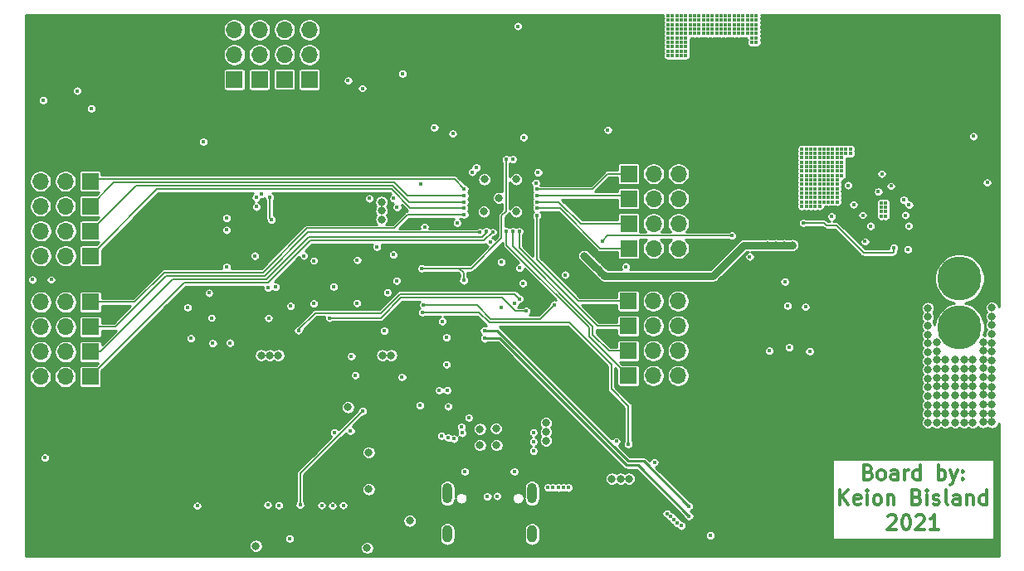
<source format=gbr>
G04 #@! TF.GenerationSoftware,KiCad,Pcbnew,5.1.7-a382d34a8~88~ubuntu18.04.1*
G04 #@! TF.CreationDate,2021-01-23T16:45:03-05:00*
G04 #@! TF.ProjectId,SmallKat v2,536d616c-6c4b-4617-9420-76322e6b6963,rev?*
G04 #@! TF.SameCoordinates,Original*
G04 #@! TF.FileFunction,Copper,L2,Inr*
G04 #@! TF.FilePolarity,Positive*
%FSLAX46Y46*%
G04 Gerber Fmt 4.6, Leading zero omitted, Abs format (unit mm)*
G04 Created by KiCad (PCBNEW 5.1.7-a382d34a8~88~ubuntu18.04.1) date 2021-01-23 16:45:03*
%MOMM*%
%LPD*%
G01*
G04 APERTURE LIST*
G04 #@! TA.AperFunction,NonConductor*
%ADD10C,0.300000*%
G04 #@! TD*
G04 #@! TA.AperFunction,ComponentPad*
%ADD11C,4.500000*%
G04 #@! TD*
G04 #@! TA.AperFunction,ComponentPad*
%ADD12O,1.700000X1.700000*%
G04 #@! TD*
G04 #@! TA.AperFunction,ComponentPad*
%ADD13R,1.700000X1.700000*%
G04 #@! TD*
G04 #@! TA.AperFunction,ComponentPad*
%ADD14O,1.000000X2.100000*%
G04 #@! TD*
G04 #@! TA.AperFunction,ComponentPad*
%ADD15O,1.000000X1.800000*%
G04 #@! TD*
G04 #@! TA.AperFunction,ComponentPad*
%ADD16C,0.800000*%
G04 #@! TD*
G04 #@! TA.AperFunction,ComponentPad*
%ADD17C,6.400000*%
G04 #@! TD*
G04 #@! TA.AperFunction,ViaPad*
%ADD18C,0.430000*%
G04 #@! TD*
G04 #@! TA.AperFunction,ViaPad*
%ADD19C,0.800000*%
G04 #@! TD*
G04 #@! TA.AperFunction,ViaPad*
%ADD20C,0.450000*%
G04 #@! TD*
G04 #@! TA.AperFunction,Conductor*
%ADD21C,0.750000*%
G04 #@! TD*
G04 #@! TA.AperFunction,Conductor*
%ADD22C,0.177800*%
G04 #@! TD*
G04 #@! TA.AperFunction,Conductor*
%ADD23C,0.200000*%
G04 #@! TD*
G04 #@! TA.AperFunction,Conductor*
%ADD24C,0.250000*%
G04 #@! TD*
G04 #@! TA.AperFunction,Conductor*
%ADD25C,0.254000*%
G04 #@! TD*
G04 #@! TA.AperFunction,Conductor*
%ADD26C,0.100000*%
G04 #@! TD*
G04 APERTURE END LIST*
D10*
X154488571Y-128852857D02*
X154702857Y-128924285D01*
X154774285Y-128995714D01*
X154845714Y-129138571D01*
X154845714Y-129352857D01*
X154774285Y-129495714D01*
X154702857Y-129567142D01*
X154560000Y-129638571D01*
X153988571Y-129638571D01*
X153988571Y-128138571D01*
X154488571Y-128138571D01*
X154631428Y-128210000D01*
X154702857Y-128281428D01*
X154774285Y-128424285D01*
X154774285Y-128567142D01*
X154702857Y-128710000D01*
X154631428Y-128781428D01*
X154488571Y-128852857D01*
X153988571Y-128852857D01*
X155702857Y-129638571D02*
X155560000Y-129567142D01*
X155488571Y-129495714D01*
X155417142Y-129352857D01*
X155417142Y-128924285D01*
X155488571Y-128781428D01*
X155560000Y-128710000D01*
X155702857Y-128638571D01*
X155917142Y-128638571D01*
X156060000Y-128710000D01*
X156131428Y-128781428D01*
X156202857Y-128924285D01*
X156202857Y-129352857D01*
X156131428Y-129495714D01*
X156060000Y-129567142D01*
X155917142Y-129638571D01*
X155702857Y-129638571D01*
X157488571Y-129638571D02*
X157488571Y-128852857D01*
X157417142Y-128710000D01*
X157274285Y-128638571D01*
X156988571Y-128638571D01*
X156845714Y-128710000D01*
X157488571Y-129567142D02*
X157345714Y-129638571D01*
X156988571Y-129638571D01*
X156845714Y-129567142D01*
X156774285Y-129424285D01*
X156774285Y-129281428D01*
X156845714Y-129138571D01*
X156988571Y-129067142D01*
X157345714Y-129067142D01*
X157488571Y-128995714D01*
X158202857Y-129638571D02*
X158202857Y-128638571D01*
X158202857Y-128924285D02*
X158274285Y-128781428D01*
X158345714Y-128710000D01*
X158488571Y-128638571D01*
X158631428Y-128638571D01*
X159774285Y-129638571D02*
X159774285Y-128138571D01*
X159774285Y-129567142D02*
X159631428Y-129638571D01*
X159345714Y-129638571D01*
X159202857Y-129567142D01*
X159131428Y-129495714D01*
X159060000Y-129352857D01*
X159060000Y-128924285D01*
X159131428Y-128781428D01*
X159202857Y-128710000D01*
X159345714Y-128638571D01*
X159631428Y-128638571D01*
X159774285Y-128710000D01*
X161631428Y-129638571D02*
X161631428Y-128138571D01*
X161631428Y-128710000D02*
X161774285Y-128638571D01*
X162060000Y-128638571D01*
X162202857Y-128710000D01*
X162274285Y-128781428D01*
X162345714Y-128924285D01*
X162345714Y-129352857D01*
X162274285Y-129495714D01*
X162202857Y-129567142D01*
X162060000Y-129638571D01*
X161774285Y-129638571D01*
X161631428Y-129567142D01*
X162845714Y-128638571D02*
X163202857Y-129638571D01*
X163560000Y-128638571D02*
X163202857Y-129638571D01*
X163060000Y-129995714D01*
X162988571Y-130067142D01*
X162845714Y-130138571D01*
X164131428Y-129495714D02*
X164202857Y-129567142D01*
X164131428Y-129638571D01*
X164060000Y-129567142D01*
X164131428Y-129495714D01*
X164131428Y-129638571D01*
X164131428Y-128710000D02*
X164202857Y-128781428D01*
X164131428Y-128852857D01*
X164060000Y-128781428D01*
X164131428Y-128710000D01*
X164131428Y-128852857D01*
X151595714Y-132188571D02*
X151595714Y-130688571D01*
X152452857Y-132188571D02*
X151810000Y-131331428D01*
X152452857Y-130688571D02*
X151595714Y-131545714D01*
X153667142Y-132117142D02*
X153524285Y-132188571D01*
X153238571Y-132188571D01*
X153095714Y-132117142D01*
X153024285Y-131974285D01*
X153024285Y-131402857D01*
X153095714Y-131260000D01*
X153238571Y-131188571D01*
X153524285Y-131188571D01*
X153667142Y-131260000D01*
X153738571Y-131402857D01*
X153738571Y-131545714D01*
X153024285Y-131688571D01*
X154381428Y-132188571D02*
X154381428Y-131188571D01*
X154381428Y-130688571D02*
X154310000Y-130760000D01*
X154381428Y-130831428D01*
X154452857Y-130760000D01*
X154381428Y-130688571D01*
X154381428Y-130831428D01*
X155310000Y-132188571D02*
X155167142Y-132117142D01*
X155095714Y-132045714D01*
X155024285Y-131902857D01*
X155024285Y-131474285D01*
X155095714Y-131331428D01*
X155167142Y-131260000D01*
X155310000Y-131188571D01*
X155524285Y-131188571D01*
X155667142Y-131260000D01*
X155738571Y-131331428D01*
X155810000Y-131474285D01*
X155810000Y-131902857D01*
X155738571Y-132045714D01*
X155667142Y-132117142D01*
X155524285Y-132188571D01*
X155310000Y-132188571D01*
X156452857Y-131188571D02*
X156452857Y-132188571D01*
X156452857Y-131331428D02*
X156524285Y-131260000D01*
X156667142Y-131188571D01*
X156881428Y-131188571D01*
X157024285Y-131260000D01*
X157095714Y-131402857D01*
X157095714Y-132188571D01*
X159452857Y-131402857D02*
X159667142Y-131474285D01*
X159738571Y-131545714D01*
X159810000Y-131688571D01*
X159810000Y-131902857D01*
X159738571Y-132045714D01*
X159667142Y-132117142D01*
X159524285Y-132188571D01*
X158952857Y-132188571D01*
X158952857Y-130688571D01*
X159452857Y-130688571D01*
X159595714Y-130760000D01*
X159667142Y-130831428D01*
X159738571Y-130974285D01*
X159738571Y-131117142D01*
X159667142Y-131260000D01*
X159595714Y-131331428D01*
X159452857Y-131402857D01*
X158952857Y-131402857D01*
X160452857Y-132188571D02*
X160452857Y-131188571D01*
X160452857Y-130688571D02*
X160381428Y-130760000D01*
X160452857Y-130831428D01*
X160524285Y-130760000D01*
X160452857Y-130688571D01*
X160452857Y-130831428D01*
X161095714Y-132117142D02*
X161238571Y-132188571D01*
X161524285Y-132188571D01*
X161667142Y-132117142D01*
X161738571Y-131974285D01*
X161738571Y-131902857D01*
X161667142Y-131760000D01*
X161524285Y-131688571D01*
X161310000Y-131688571D01*
X161167142Y-131617142D01*
X161095714Y-131474285D01*
X161095714Y-131402857D01*
X161167142Y-131260000D01*
X161310000Y-131188571D01*
X161524285Y-131188571D01*
X161667142Y-131260000D01*
X162595714Y-132188571D02*
X162452857Y-132117142D01*
X162381428Y-131974285D01*
X162381428Y-130688571D01*
X163810000Y-132188571D02*
X163810000Y-131402857D01*
X163738571Y-131260000D01*
X163595714Y-131188571D01*
X163310000Y-131188571D01*
X163167142Y-131260000D01*
X163810000Y-132117142D02*
X163667142Y-132188571D01*
X163310000Y-132188571D01*
X163167142Y-132117142D01*
X163095714Y-131974285D01*
X163095714Y-131831428D01*
X163167142Y-131688571D01*
X163310000Y-131617142D01*
X163667142Y-131617142D01*
X163810000Y-131545714D01*
X164524285Y-131188571D02*
X164524285Y-132188571D01*
X164524285Y-131331428D02*
X164595714Y-131260000D01*
X164738571Y-131188571D01*
X164952857Y-131188571D01*
X165095714Y-131260000D01*
X165167142Y-131402857D01*
X165167142Y-132188571D01*
X166524285Y-132188571D02*
X166524285Y-130688571D01*
X166524285Y-132117142D02*
X166381428Y-132188571D01*
X166095714Y-132188571D01*
X165952857Y-132117142D01*
X165881428Y-132045714D01*
X165810000Y-131902857D01*
X165810000Y-131474285D01*
X165881428Y-131331428D01*
X165952857Y-131260000D01*
X166095714Y-131188571D01*
X166381428Y-131188571D01*
X166524285Y-131260000D01*
X156488571Y-133381428D02*
X156560000Y-133310000D01*
X156702857Y-133238571D01*
X157060000Y-133238571D01*
X157202857Y-133310000D01*
X157274285Y-133381428D01*
X157345714Y-133524285D01*
X157345714Y-133667142D01*
X157274285Y-133881428D01*
X156417142Y-134738571D01*
X157345714Y-134738571D01*
X158274285Y-133238571D02*
X158417142Y-133238571D01*
X158560000Y-133310000D01*
X158631428Y-133381428D01*
X158702857Y-133524285D01*
X158774285Y-133810000D01*
X158774285Y-134167142D01*
X158702857Y-134452857D01*
X158631428Y-134595714D01*
X158560000Y-134667142D01*
X158417142Y-134738571D01*
X158274285Y-134738571D01*
X158131428Y-134667142D01*
X158060000Y-134595714D01*
X157988571Y-134452857D01*
X157917142Y-134167142D01*
X157917142Y-133810000D01*
X157988571Y-133524285D01*
X158060000Y-133381428D01*
X158131428Y-133310000D01*
X158274285Y-133238571D01*
X159345714Y-133381428D02*
X159417142Y-133310000D01*
X159560000Y-133238571D01*
X159917142Y-133238571D01*
X160060000Y-133310000D01*
X160131428Y-133381428D01*
X160202857Y-133524285D01*
X160202857Y-133667142D01*
X160131428Y-133881428D01*
X159274285Y-134738571D01*
X160202857Y-134738571D01*
X161631428Y-134738571D02*
X160774285Y-134738571D01*
X161202857Y-134738571D02*
X161202857Y-133238571D01*
X161060000Y-133452857D01*
X160917142Y-133595714D01*
X160774285Y-133667142D01*
D11*
X163790000Y-109090000D03*
X163790000Y-114090000D03*
D12*
X89800000Y-83670000D03*
X89800000Y-86210000D03*
D13*
X89800000Y-88750000D03*
D12*
X94900000Y-83660000D03*
X94900000Y-86200000D03*
D13*
X94900000Y-88740000D03*
D12*
X92350000Y-83670000D03*
X92350000Y-86210000D03*
D13*
X92350000Y-88750000D03*
D12*
X97450000Y-83670000D03*
X97450000Y-86210000D03*
D13*
X97450000Y-88750000D03*
D14*
X111530000Y-131025000D03*
X120170000Y-131025000D03*
D15*
X111530000Y-135175000D03*
X120175000Y-135175000D03*
D13*
X130022800Y-98388800D03*
D12*
X132562800Y-98388800D03*
X135102800Y-98388800D03*
X70001400Y-119106400D03*
X72541400Y-119106400D03*
D13*
X75081400Y-119106400D03*
X130022800Y-100928800D03*
D12*
X132562800Y-100928800D03*
X135102800Y-100928800D03*
X70041400Y-116566400D03*
X72581400Y-116566400D03*
D13*
X75121400Y-116566400D03*
X130022800Y-103468800D03*
D12*
X132562800Y-103468800D03*
X135102800Y-103468800D03*
X70041400Y-114026400D03*
X72581400Y-114026400D03*
D13*
X75121400Y-114026400D03*
X130022800Y-106008800D03*
D12*
X132562800Y-106008800D03*
X135102800Y-106008800D03*
X70041400Y-111486400D03*
X72581400Y-111486400D03*
D13*
X75121400Y-111486400D03*
X129993600Y-111374800D03*
D12*
X132533600Y-111374800D03*
X135073600Y-111374800D03*
X70042700Y-106762000D03*
X72582700Y-106762000D03*
D13*
X75122700Y-106762000D03*
X129993600Y-113914800D03*
D12*
X132533600Y-113914800D03*
X135073600Y-113914800D03*
X70042700Y-104222000D03*
X72582700Y-104222000D03*
D13*
X75122700Y-104222000D03*
X129993600Y-116454800D03*
D12*
X132533600Y-116454800D03*
X135073600Y-116454800D03*
X70017700Y-101682000D03*
X72557700Y-101682000D03*
D13*
X75097700Y-101682000D03*
X129993600Y-118994800D03*
D12*
X132533600Y-118994800D03*
X135073600Y-118994800D03*
X70017700Y-99142000D03*
X72557700Y-99142000D03*
D13*
X75097700Y-99142000D03*
D16*
X73347056Y-83602944D03*
X71650000Y-82900000D03*
X69952944Y-83602944D03*
X69250000Y-85300000D03*
X69952944Y-86997056D03*
X71650000Y-87700000D03*
X73347056Y-86997056D03*
X74050000Y-85300000D03*
D17*
X71650000Y-85300000D03*
D16*
X131347056Y-83602944D03*
X129650000Y-82900000D03*
X127952944Y-83602944D03*
X127250000Y-85300000D03*
X127952944Y-86997056D03*
X129650000Y-87700000D03*
X131347056Y-86997056D03*
X132050000Y-85300000D03*
D17*
X129650000Y-85300000D03*
D16*
X131347056Y-132602944D03*
X129650000Y-131900000D03*
X127952944Y-132602944D03*
X127250000Y-134300000D03*
X127952944Y-135997056D03*
X129650000Y-136700000D03*
X131347056Y-135997056D03*
X132050000Y-134300000D03*
D17*
X129650000Y-134300000D03*
D16*
X73347056Y-132602944D03*
X71650000Y-131900000D03*
X69952944Y-132602944D03*
X69250000Y-134300000D03*
X69952944Y-135997056D03*
X71650000Y-136700000D03*
X73347056Y-135997056D03*
X74050000Y-134300000D03*
D17*
X71650000Y-134300000D03*
D18*
X99910000Y-109910000D03*
X97900000Y-111640000D03*
X102310000Y-111590000D03*
X102330000Y-107190000D03*
X97920000Y-107260000D03*
D19*
X121590000Y-125650000D03*
X121590000Y-124750000D03*
X121590000Y-123840000D03*
X128320000Y-129530000D03*
X129200000Y-129530000D03*
X130050000Y-129530000D03*
D18*
X148490000Y-116520000D03*
D19*
X166210000Y-115570000D03*
X166200000Y-120056000D03*
X163350000Y-121006000D03*
X166200000Y-120956000D03*
X163350000Y-119206000D03*
X164250000Y-119206000D03*
X164250000Y-120106000D03*
X161450000Y-121006000D03*
X165150000Y-119206000D03*
X161450000Y-120106000D03*
X165150000Y-121006000D03*
X165150000Y-120106000D03*
X164250000Y-121006000D03*
X162350000Y-119206000D03*
X162350000Y-121006000D03*
X166200000Y-119126000D03*
X162350000Y-120106000D03*
X161450000Y-119206000D03*
X163350000Y-120106000D03*
X163350000Y-118306000D03*
X165150000Y-118306000D03*
X164250000Y-118306000D03*
X163350000Y-117406000D03*
X164250000Y-117406000D03*
X165150000Y-117406000D03*
D18*
X155800000Y-102700000D03*
X156250000Y-102700000D03*
X156250000Y-101350000D03*
X155800000Y-101350000D03*
X155800000Y-102250000D03*
X156250000Y-101800000D03*
X155800000Y-101800000D03*
X156250000Y-102250000D03*
X95450000Y-135650000D03*
X106950000Y-88150000D03*
X101400000Y-88850000D03*
X166600000Y-99280000D03*
X158500000Y-106100000D03*
X118700000Y-83300000D03*
X112080014Y-94269986D03*
X86650000Y-95100000D03*
X114500000Y-97750000D03*
X114050000Y-98200000D03*
D19*
X163350000Y-122900000D03*
X165150000Y-122900000D03*
X164250000Y-122900000D03*
X163350000Y-122000000D03*
X163350000Y-123800000D03*
X164250000Y-123800000D03*
X165150000Y-123800000D03*
X164250000Y-122000000D03*
X165150000Y-122000000D03*
X166200000Y-122850000D03*
X167100000Y-118350000D03*
X167100000Y-119250000D03*
X167100000Y-121050000D03*
X167100000Y-114750000D03*
X167100000Y-112050000D03*
X167100000Y-112950000D03*
X167100000Y-115650000D03*
X167100000Y-117450000D03*
X166200000Y-117356000D03*
X167100000Y-120150000D03*
X167100000Y-122850000D03*
X166200000Y-121920000D03*
X166200000Y-123750000D03*
X166200000Y-116456000D03*
X166200000Y-118256000D03*
X167100000Y-123750000D03*
X167100000Y-121950000D03*
X167100000Y-113850000D03*
X167100000Y-116550000D03*
X162350000Y-123800000D03*
X160550000Y-121100000D03*
X161450000Y-122000000D03*
X162350000Y-118306000D03*
X161450000Y-116506000D03*
X160550000Y-122000000D03*
X161450000Y-117406000D03*
X161450000Y-122900000D03*
X162350000Y-122900000D03*
X162350000Y-117406000D03*
X162350000Y-122000000D03*
X160550000Y-120200000D03*
X160550000Y-123800000D03*
X160550000Y-119300000D03*
X161450000Y-118306000D03*
X161450000Y-123800000D03*
X160550000Y-122900000D03*
X160550000Y-117500000D03*
X161450000Y-115606000D03*
X160550000Y-118400000D03*
X160550000Y-116600000D03*
X160550000Y-115700000D03*
X160550000Y-114800000D03*
X160550000Y-113900000D03*
X160550000Y-113000000D03*
X160550000Y-112100000D03*
D18*
X151300000Y-101250000D03*
X150400000Y-101250000D03*
X149950000Y-101250000D03*
X150850000Y-101250000D03*
X147700000Y-101250000D03*
X148600000Y-101700000D03*
X149050000Y-101250000D03*
X147700000Y-101700000D03*
X148600000Y-101250000D03*
X149500000Y-101250000D03*
X149500000Y-101700000D03*
X148150000Y-101250000D03*
X148150000Y-101700000D03*
X149050000Y-101700000D03*
X149500000Y-100800000D03*
X148150000Y-100350000D03*
X148600000Y-100800000D03*
X149950000Y-100350000D03*
X151300000Y-100350000D03*
X150400000Y-100800000D03*
X150400000Y-100350000D03*
X148600000Y-100350000D03*
X149500000Y-100350000D03*
X150850000Y-100800000D03*
X149050000Y-100350000D03*
X149950000Y-100800000D03*
X147700000Y-100800000D03*
X150850000Y-100350000D03*
X149050000Y-100800000D03*
X147700000Y-100350000D03*
X148150000Y-100800000D03*
X151300000Y-100800000D03*
X150850000Y-99450000D03*
X151300000Y-99900000D03*
X148600000Y-99900000D03*
X148600000Y-99450000D03*
X149950000Y-99450000D03*
X147700000Y-99450000D03*
X149050000Y-99450000D03*
X149950000Y-99900000D03*
X149500000Y-99450000D03*
X150400000Y-99900000D03*
X149050000Y-99900000D03*
X148150000Y-99450000D03*
X148150000Y-99900000D03*
X150400000Y-99450000D03*
X147700000Y-99900000D03*
X151300000Y-99450000D03*
X149500000Y-99900000D03*
X150850000Y-99900000D03*
X149500000Y-98550000D03*
X148150000Y-98550000D03*
X149500000Y-99000000D03*
X149050000Y-98550000D03*
X150850000Y-99000000D03*
X149050000Y-99000000D03*
X151750000Y-98550000D03*
X148600000Y-98550000D03*
X147700000Y-98550000D03*
X151300000Y-98550000D03*
X149950000Y-99000000D03*
X150400000Y-99000000D03*
X149950000Y-98550000D03*
X150400000Y-98550000D03*
X151300000Y-99000000D03*
X147700000Y-99000000D03*
X148600000Y-99000000D03*
X148150000Y-99000000D03*
X150850000Y-98550000D03*
X147700000Y-97200000D03*
X149950000Y-98100000D03*
X147700000Y-98100000D03*
X149500000Y-97200000D03*
X148600000Y-97200000D03*
X150850000Y-97650000D03*
X149950000Y-97200000D03*
X148600000Y-97650000D03*
X151300000Y-97200000D03*
X148600000Y-98100000D03*
X149050000Y-97650000D03*
X150400000Y-97650000D03*
X148150000Y-97650000D03*
X148150000Y-98100000D03*
X147700000Y-97650000D03*
X148150000Y-97200000D03*
X151750000Y-97200000D03*
X149500000Y-97650000D03*
X150850000Y-97200000D03*
X150400000Y-97200000D03*
X151750000Y-98100000D03*
X149050000Y-98100000D03*
X150850000Y-98100000D03*
X151750000Y-97650000D03*
X151300000Y-98100000D03*
X149050000Y-97200000D03*
X150400000Y-98100000D03*
X151300000Y-97650000D03*
X149950000Y-97650000D03*
X149500000Y-98100000D03*
X150850000Y-96750000D03*
X148600000Y-96750000D03*
X149050000Y-96750000D03*
X150400000Y-96750000D03*
X148150000Y-96750000D03*
X147700000Y-96750000D03*
X149500000Y-96750000D03*
X151750000Y-96750000D03*
X151300000Y-96750000D03*
X149950000Y-96750000D03*
X147700000Y-96300000D03*
X152650000Y-96300000D03*
X149500000Y-96300000D03*
X148600000Y-96300000D03*
X149950000Y-96300000D03*
X151300000Y-96300000D03*
X148150000Y-96300000D03*
X151750000Y-96300000D03*
X150850000Y-96300000D03*
X150400000Y-96300000D03*
X152200000Y-96300000D03*
X149050000Y-96300000D03*
X152650000Y-95850000D03*
X152200000Y-95850000D03*
X151750000Y-95850000D03*
X151300000Y-95850000D03*
X150850000Y-95850000D03*
X150400000Y-95850000D03*
X149950000Y-95850000D03*
X149500000Y-95850000D03*
X149050000Y-95850000D03*
X148600000Y-95850000D03*
X148150000Y-95850000D03*
X147700000Y-95850000D03*
X142600000Y-83150000D03*
X142150000Y-82700000D03*
X142600000Y-84050000D03*
X142600000Y-84950000D03*
X143050000Y-83600000D03*
X143050000Y-84950000D03*
X142600000Y-84500000D03*
X143050000Y-83150000D03*
X142150000Y-84050000D03*
X142600000Y-82250000D03*
X142150000Y-83150000D03*
X142600000Y-82700000D03*
X143050000Y-82700000D03*
X142150000Y-82250000D03*
X143050000Y-82250000D03*
X142150000Y-83600000D03*
X143050000Y-84050000D03*
X143050000Y-84500000D03*
X142600000Y-83600000D03*
X140800000Y-83150000D03*
X139900000Y-83600000D03*
X141700000Y-83600000D03*
X140350000Y-82250000D03*
X139900000Y-82250000D03*
X141250000Y-82250000D03*
X139450000Y-84050000D03*
X139450000Y-82700000D03*
X140350000Y-84050000D03*
X140800000Y-82250000D03*
X141700000Y-82250000D03*
X141250000Y-83600000D03*
X140800000Y-82700000D03*
X140350000Y-83150000D03*
X140800000Y-83600000D03*
X140350000Y-83600000D03*
X141700000Y-82700000D03*
X141250000Y-82700000D03*
X141700000Y-83150000D03*
X139900000Y-84050000D03*
X140350000Y-82700000D03*
X140800000Y-84050000D03*
X139450000Y-83600000D03*
X139450000Y-82250000D03*
X139450000Y-83150000D03*
X141250000Y-84050000D03*
X141250000Y-83150000D03*
X139900000Y-82700000D03*
X141700000Y-84050000D03*
X139900000Y-83150000D03*
X139000000Y-83150000D03*
X137200000Y-82250000D03*
X137200000Y-82700000D03*
X137650000Y-82250000D03*
X138100000Y-83150000D03*
X138100000Y-84050000D03*
X138550000Y-82700000D03*
X137200000Y-84050000D03*
X137200000Y-83600000D03*
X138550000Y-83150000D03*
X138550000Y-82250000D03*
X136750000Y-82250000D03*
X139000000Y-84050000D03*
X137650000Y-82700000D03*
X139000000Y-82250000D03*
X136750000Y-82700000D03*
X138550000Y-83600000D03*
X137200000Y-83150000D03*
X139000000Y-82700000D03*
X137650000Y-83600000D03*
X137650000Y-83150000D03*
X136750000Y-84050000D03*
X138100000Y-83600000D03*
X138550000Y-84050000D03*
X139000000Y-83600000D03*
X136750000Y-83150000D03*
X138100000Y-82250000D03*
X137650000Y-84050000D03*
X136750000Y-83600000D03*
X138100000Y-82700000D03*
X135850000Y-86300000D03*
X135850000Y-82250000D03*
X136300000Y-83150000D03*
X136300000Y-84050000D03*
X135850000Y-84950000D03*
X135850000Y-84500000D03*
X135850000Y-85850000D03*
X135850000Y-85400000D03*
X135850000Y-82700000D03*
X135850000Y-83600000D03*
X135850000Y-83150000D03*
X136300000Y-83600000D03*
X136300000Y-82250000D03*
X135850000Y-84050000D03*
X136300000Y-82700000D03*
X134950000Y-85400000D03*
X135400000Y-86300000D03*
X135400000Y-82250000D03*
X135400000Y-84500000D03*
X135400000Y-82700000D03*
X134950000Y-85850000D03*
X134950000Y-84950000D03*
X135400000Y-84050000D03*
X135400000Y-83600000D03*
X134950000Y-86300000D03*
X134950000Y-82250000D03*
X134950000Y-84500000D03*
X134950000Y-82700000D03*
X135400000Y-83150000D03*
X134950000Y-84050000D03*
X135400000Y-84950000D03*
X134950000Y-83150000D03*
X135400000Y-85850000D03*
X134950000Y-83600000D03*
X135400000Y-85400000D03*
X134500000Y-85400000D03*
X134500000Y-85850000D03*
X134500000Y-84950000D03*
X134500000Y-86300000D03*
X134500000Y-82250000D03*
X134500000Y-84500000D03*
X134500000Y-82700000D03*
X134500000Y-84050000D03*
X134500000Y-83150000D03*
X134500000Y-83600000D03*
X134050000Y-86300000D03*
X134050000Y-85850000D03*
X134050000Y-85400000D03*
X134050000Y-84950000D03*
X134050000Y-84500000D03*
X134050000Y-84050000D03*
X134050000Y-83600000D03*
X134050000Y-83150000D03*
X134050000Y-82700000D03*
X134050000Y-82250000D03*
X158600000Y-103700000D03*
X154150000Y-105300000D03*
D19*
X104816200Y-101266200D03*
X104816200Y-103033800D03*
X104816200Y-102166200D03*
X92516200Y-116933800D03*
X93416200Y-116933800D03*
X94283800Y-116933800D03*
X105783800Y-116916200D03*
X104883800Y-116916200D03*
D18*
X120300000Y-126700000D03*
X120300000Y-125750000D03*
X120300000Y-124800000D03*
X118350000Y-128800000D03*
X113300000Y-128800000D03*
X69200000Y-109200000D03*
X73750000Y-89900000D03*
X70300000Y-90850000D03*
X127900000Y-93900000D03*
X132650000Y-127850000D03*
X129750000Y-107850000D03*
X108850000Y-99400000D03*
X117008700Y-107391300D03*
X118900000Y-108000000D03*
X119250000Y-109550000D03*
X117050000Y-112000000D03*
X118400000Y-111600000D03*
X123550000Y-108700000D03*
X111000000Y-113450000D03*
D19*
X103500000Y-130600000D03*
X114850000Y-124450000D03*
X116500000Y-124400000D03*
X116550000Y-126100000D03*
X114850000Y-126100000D03*
X115300000Y-98950000D03*
X118550000Y-98950000D03*
X118550000Y-102250000D03*
X115250000Y-102250000D03*
X116800000Y-100850000D03*
X103500000Y-126850000D03*
X92000000Y-136400000D03*
X103350000Y-136600000D03*
X107696000Y-133820000D03*
D18*
X87595000Y-115695000D03*
X70480000Y-127390000D03*
X86000000Y-132300000D03*
D20*
X120790000Y-98240000D03*
X138380000Y-135320000D03*
D18*
X128760000Y-125710000D03*
D19*
X101390000Y-122220000D03*
D18*
X165180000Y-94550000D03*
X155500000Y-100200000D03*
X153900000Y-102600000D03*
X154720000Y-103710000D03*
D19*
X127275000Y-108545000D03*
X126685000Y-107955000D03*
X126095000Y-107365000D03*
X125505000Y-106775000D03*
X144210000Y-105660000D03*
X145060000Y-105660000D03*
X145910000Y-105660000D03*
X146750000Y-105660000D03*
D18*
X142380000Y-106850000D03*
X144370000Y-116470000D03*
X119300000Y-94650000D03*
D20*
X135380000Y-134330000D03*
X121800000Y-130440000D03*
X122310000Y-130440000D03*
X122850000Y-130440000D03*
X123340000Y-130440000D03*
X123870000Y-130440000D03*
X134320000Y-133380000D03*
X134655000Y-133715000D03*
X134990000Y-134050000D03*
X133924273Y-133085727D03*
D18*
X147250000Y-102250000D03*
X115950000Y-84300000D03*
X106900000Y-119150000D03*
X110700000Y-120500000D03*
X92015632Y-100792456D03*
X110900000Y-125150000D03*
X111450000Y-115100000D03*
X111450000Y-117850000D03*
X112213089Y-125452752D03*
X111493980Y-120487325D03*
D20*
X105070000Y-114420000D03*
D18*
X113250000Y-99900000D03*
X117555597Y-104248757D03*
X115599999Y-131349089D03*
X116600000Y-131300002D03*
X113700000Y-123300000D03*
X108750000Y-122050000D03*
X118900000Y-111150000D03*
X87450000Y-113100000D03*
X85350000Y-115200000D03*
X96326200Y-114376200D03*
X119550000Y-112400000D03*
X87200000Y-110550000D03*
X85010000Y-112040000D03*
X99500000Y-113100000D03*
X93280000Y-113130000D03*
X112966602Y-124252547D03*
X102150000Y-118950000D03*
X95550000Y-111900000D03*
X113029100Y-124857138D03*
X101734379Y-117015621D03*
X116140000Y-104330000D03*
X120650000Y-99950000D03*
X120650000Y-100600000D03*
X120650000Y-101250000D03*
X120650000Y-101900000D03*
X120650000Y-102650000D03*
X118850000Y-104250000D03*
X118200000Y-104250000D03*
X113250000Y-100600000D03*
X113250000Y-101250000D03*
X113200000Y-101900000D03*
X113250000Y-102550000D03*
X114810000Y-104360000D03*
X115492404Y-104249830D03*
X89353800Y-115646200D03*
X146250000Y-111860000D03*
X145950000Y-109400000D03*
X101650000Y-124650000D03*
X104350000Y-105850000D03*
X106050000Y-100900000D03*
X100900000Y-132250000D03*
X100000000Y-124800000D03*
X103550000Y-100900000D03*
X99800000Y-132300000D03*
X98700000Y-132250000D03*
X94015000Y-109935000D03*
X102900000Y-122600000D03*
X106400000Y-101800000D03*
X96500000Y-132200000D03*
X94350000Y-132250000D03*
X93400000Y-100800000D03*
X93205000Y-110045000D03*
X93570000Y-103070000D03*
X93200000Y-132200000D03*
X92060000Y-101750000D03*
X115920000Y-105370000D03*
X147850000Y-103400000D03*
X140550000Y-104700000D03*
X157100000Y-105900000D03*
X127350000Y-105250000D03*
X109200000Y-103800000D03*
X110200000Y-93650000D03*
X75200000Y-91700000D03*
X106350000Y-109300000D03*
X105400000Y-110500000D03*
X71100000Y-109200000D03*
X130000000Y-126000000D03*
X109000000Y-112550000D03*
X122450000Y-111750000D03*
X109100000Y-111800000D03*
X120550000Y-99300000D03*
X91893800Y-106756200D03*
X96900000Y-106750000D03*
X92546191Y-100456815D03*
X89015000Y-104115000D03*
X89000000Y-102900000D03*
X89000000Y-107900000D03*
X102850000Y-89650000D03*
X106000000Y-106650000D03*
X152974265Y-101517741D03*
X150750000Y-102750000D03*
X158640000Y-101550000D03*
X155850000Y-98380000D03*
X156780000Y-99630000D03*
X158088290Y-101050000D03*
X152400000Y-99550000D03*
X158250000Y-102600000D03*
X111618290Y-125327656D03*
X111618290Y-122147836D03*
X148060000Y-111970000D03*
X146410000Y-116110000D03*
X112510000Y-103390000D03*
X118180000Y-96890000D03*
D20*
X136200000Y-133340002D03*
X115346781Y-115193219D03*
D18*
X117510000Y-96910000D03*
X108930000Y-108050000D03*
D20*
X113190000Y-109270000D03*
X136160000Y-132320000D03*
X115300000Y-114379999D03*
D21*
X146750000Y-105660000D02*
X141790000Y-105660000D01*
X141790000Y-105660000D02*
X138630000Y-108820000D01*
X138630000Y-108820000D02*
X127550000Y-108820000D01*
X127550000Y-108820000D02*
X127415000Y-108685000D01*
X127415000Y-108685000D02*
X127275000Y-108545000D01*
X126825000Y-108095000D02*
X126685000Y-107955000D01*
X126205000Y-107475000D02*
X126095000Y-107365000D01*
X125505000Y-106775000D02*
X125480000Y-106750000D01*
X126095000Y-107365000D02*
X125505000Y-106775000D01*
X126685000Y-107955000D02*
X126205000Y-107475000D01*
X127275000Y-108545000D02*
X126825000Y-108095000D01*
D22*
X75341419Y-98898281D02*
X112248281Y-98898281D01*
X75097700Y-99142000D02*
X75341419Y-98898281D01*
X112248281Y-98898281D02*
X113250000Y-99900000D01*
X125994389Y-114995589D02*
X125994389Y-114097297D01*
X117555597Y-105658505D02*
X117555597Y-104248757D01*
X129993600Y-118994800D02*
X125994389Y-114995589D01*
X125994389Y-114097297D02*
X117555597Y-105658505D01*
X96300000Y-114350000D02*
X98041701Y-112608299D01*
X98041701Y-112608299D02*
X104738792Y-112608299D01*
X104738792Y-112608299D02*
X106702700Y-110644391D01*
X118394391Y-110644391D02*
X118900000Y-111150000D01*
X106702700Y-110644391D02*
X118394391Y-110644391D01*
X104750000Y-113100000D02*
X99500000Y-113100000D01*
X106800000Y-111050000D02*
X104750000Y-113100000D01*
X117100000Y-111050000D02*
X106800000Y-111050000D01*
X118450000Y-112400000D02*
X117100000Y-111050000D01*
X119550000Y-112400000D02*
X118450000Y-112400000D01*
X115272687Y-105197313D02*
X116140000Y-104330000D01*
X84654501Y-109533299D02*
X93216701Y-109533299D01*
X97552687Y-105197313D02*
X115272687Y-105197313D01*
X75081400Y-119106400D02*
X84654501Y-109533299D01*
X93216701Y-109533299D02*
X97552687Y-105197313D01*
X120650000Y-99950000D02*
X126300000Y-99950000D01*
X127861200Y-98388800D02*
X130022800Y-98388800D01*
X126300000Y-99950000D02*
X127861200Y-98388800D01*
X129694000Y-100600000D02*
X130022800Y-100928800D01*
X120650000Y-100600000D02*
X129694000Y-100600000D01*
X120650000Y-101250000D02*
X122900000Y-101250000D01*
X125118800Y-103468800D02*
X130022800Y-103468800D01*
X122900000Y-101250000D02*
X125118800Y-103468800D01*
X120650000Y-101900000D02*
X123000000Y-101900000D01*
X127108800Y-106008800D02*
X130022800Y-106008800D01*
X123000000Y-101900000D02*
X127108800Y-106008800D01*
X120650000Y-102650000D02*
X120650000Y-107100000D01*
X124924800Y-111374800D02*
X129993600Y-111374800D01*
X120650000Y-107100000D02*
X124924800Y-111374800D01*
X118850000Y-104250000D02*
X118850000Y-105900000D01*
X126864800Y-113914800D02*
X129993600Y-113914800D01*
X118850000Y-105900000D02*
X126864800Y-113914800D01*
X129993600Y-116454800D02*
X128004800Y-116454800D01*
X128004800Y-116454800D02*
X126350000Y-114800000D01*
X126350000Y-114800000D02*
X126350000Y-113950000D01*
X118200000Y-105800000D02*
X118200000Y-104250000D01*
X126350000Y-113950000D02*
X118200000Y-105800000D01*
X107458726Y-100600000D02*
X113250000Y-100600000D01*
X106112618Y-99253892D02*
X107458726Y-100600000D01*
X77525808Y-99253892D02*
X106112618Y-99253892D01*
X75097700Y-101682000D02*
X77525808Y-99253892D01*
X75122700Y-104222000D02*
X79735197Y-99609503D01*
X107605818Y-101250000D02*
X113250000Y-101250000D01*
X105965321Y-99609503D02*
X107605818Y-101250000D01*
X79735197Y-99609503D02*
X105965321Y-99609503D01*
X107752909Y-101900000D02*
X113200000Y-101900000D01*
X81919586Y-99965114D02*
X105818023Y-99965114D01*
X105818023Y-99965114D02*
X107752909Y-101900000D01*
X75122700Y-106762000D02*
X81919586Y-99965114D01*
X113250000Y-102550000D02*
X107500000Y-102550000D01*
X107500000Y-102550000D02*
X106100000Y-103950000D01*
X106100000Y-103950000D02*
X97200000Y-103950000D01*
X97200000Y-103950000D02*
X92700000Y-108450000D01*
X92700000Y-108450000D02*
X82650000Y-108450000D01*
X82650000Y-108450000D02*
X79613600Y-111486400D01*
X79613600Y-111486400D02*
X75121400Y-111486400D01*
X82827923Y-108822077D02*
X92877923Y-108822077D01*
X97340000Y-104360000D02*
X114810000Y-104360000D01*
X92877923Y-108822077D02*
X97340000Y-104360000D01*
X77623600Y-114026400D02*
X82827923Y-108822077D01*
X75121400Y-114026400D02*
X77623600Y-114026400D01*
X93069403Y-109177688D02*
X97405389Y-104841702D01*
X115492404Y-104443969D02*
X115492404Y-104249830D01*
X115094671Y-104841702D02*
X115492404Y-104443969D01*
X75121400Y-116566400D02*
X76149200Y-116566400D01*
X83537912Y-109177688D02*
X93069403Y-109177688D01*
X76149200Y-116566400D02*
X83537912Y-109177688D01*
X97405389Y-104841702D02*
X115094671Y-104841702D01*
X96500000Y-129000000D02*
X98200000Y-127300000D01*
X96500000Y-132200000D02*
X96500000Y-129000000D01*
X102900000Y-122600000D02*
X100400000Y-125100000D01*
X100400000Y-125100000D02*
X98200000Y-127300000D01*
X93400000Y-100800000D02*
X93400000Y-102900000D01*
X93570000Y-103070000D02*
X93600000Y-103100000D01*
X93400000Y-102900000D02*
X93570000Y-103070000D01*
D23*
X127900000Y-104700000D02*
X127350000Y-105250000D01*
X140500000Y-104700000D02*
X127900000Y-104700000D01*
X151200000Y-103650000D02*
X150250000Y-103650000D01*
X154000000Y-106450000D02*
X151200000Y-103650000D01*
X157000000Y-106450000D02*
X154000000Y-106450000D01*
X157100000Y-106350000D02*
X157000000Y-106450000D01*
X157100000Y-105900000D02*
X157100000Y-106350000D01*
D22*
X140500000Y-104700000D02*
X140550000Y-104700000D01*
X150000000Y-103400000D02*
X150250000Y-103650000D01*
X147850000Y-103400000D02*
X150000000Y-103400000D01*
D23*
X109000000Y-112550000D02*
X114750000Y-112550000D01*
X114750000Y-112550000D02*
X115800000Y-113600000D01*
X115800000Y-113600000D02*
X123950000Y-113600000D01*
X123950000Y-113600000D02*
X128250000Y-117900000D01*
X128250000Y-117900000D02*
X128250000Y-120350000D01*
X130000000Y-122100000D02*
X130000000Y-126000000D01*
X128250000Y-120350000D02*
X130000000Y-122100000D01*
X109100000Y-111800000D02*
X114534304Y-111800000D01*
X114534304Y-111800000D02*
X115934304Y-113200000D01*
X115934304Y-113200000D02*
X121000000Y-113200000D01*
X121000000Y-113200000D02*
X122450000Y-111750000D01*
D24*
X129815768Y-128165768D02*
X116843219Y-115193219D01*
X131025766Y-128165768D02*
X129815768Y-128165768D01*
X136200000Y-133340002D02*
X131025766Y-128165768D01*
X116843219Y-115193219D02*
X115346781Y-115193219D01*
D22*
X117060000Y-102650000D02*
X117510000Y-102200000D01*
X117060000Y-104960000D02*
X117060000Y-102650000D01*
X117510000Y-102200000D02*
X117510000Y-96910000D01*
X113970000Y-108050000D02*
X117060000Y-104960000D01*
X113190000Y-108490000D02*
X112750000Y-108050000D01*
X113190000Y-109270000D02*
X113190000Y-108490000D01*
X112750000Y-108050000D02*
X113970000Y-108050000D01*
X108930000Y-108050000D02*
X112750000Y-108050000D01*
D24*
X136160000Y-132320000D02*
X131577957Y-127737957D01*
X131577957Y-127737957D02*
X129992973Y-127737957D01*
X129992973Y-127737957D02*
X116635015Y-114379999D01*
X116635015Y-114379999D02*
X115300000Y-114379999D01*
D25*
X133530200Y-82198804D02*
X133530200Y-82301196D01*
X133550176Y-82401620D01*
X133580570Y-82475000D01*
X133550176Y-82548380D01*
X133530200Y-82648804D01*
X133530200Y-82751196D01*
X133550176Y-82851620D01*
X133580570Y-82925000D01*
X133550176Y-82998380D01*
X133530200Y-83098804D01*
X133530200Y-83201196D01*
X133550176Y-83301620D01*
X133580570Y-83375000D01*
X133550176Y-83448380D01*
X133530200Y-83548804D01*
X133530200Y-83651196D01*
X133550176Y-83751620D01*
X133580570Y-83825000D01*
X133550176Y-83898380D01*
X133530200Y-83998804D01*
X133530200Y-84101196D01*
X133550176Y-84201620D01*
X133580570Y-84275000D01*
X133550176Y-84348380D01*
X133530200Y-84448804D01*
X133530200Y-84551196D01*
X133550176Y-84651620D01*
X133580570Y-84725000D01*
X133550176Y-84798380D01*
X133530200Y-84898804D01*
X133530200Y-85001196D01*
X133550176Y-85101620D01*
X133580570Y-85175000D01*
X133550176Y-85248380D01*
X133530200Y-85348804D01*
X133530200Y-85451196D01*
X133550176Y-85551620D01*
X133580570Y-85625000D01*
X133550176Y-85698380D01*
X133530200Y-85798804D01*
X133530200Y-85901196D01*
X133550176Y-86001620D01*
X133580570Y-86075000D01*
X133550176Y-86148380D01*
X133530200Y-86248804D01*
X133530200Y-86351196D01*
X133550176Y-86451620D01*
X133589359Y-86546218D01*
X133646245Y-86631353D01*
X133718647Y-86703755D01*
X133803782Y-86760641D01*
X133898380Y-86799824D01*
X133998804Y-86819800D01*
X134101196Y-86819800D01*
X134201620Y-86799824D01*
X134275000Y-86769430D01*
X134348380Y-86799824D01*
X134448804Y-86819800D01*
X134551196Y-86819800D01*
X134651620Y-86799824D01*
X134725000Y-86769430D01*
X134798380Y-86799824D01*
X134898804Y-86819800D01*
X135001196Y-86819800D01*
X135101620Y-86799824D01*
X135175000Y-86769430D01*
X135248380Y-86799824D01*
X135348804Y-86819800D01*
X135451196Y-86819800D01*
X135551620Y-86799824D01*
X135625000Y-86769430D01*
X135698380Y-86799824D01*
X135798804Y-86819800D01*
X135901196Y-86819800D01*
X136001620Y-86799824D01*
X136096218Y-86760641D01*
X136181353Y-86703755D01*
X136253755Y-86631353D01*
X136310641Y-86546218D01*
X136349824Y-86451620D01*
X136369800Y-86351196D01*
X136369800Y-86248804D01*
X136349824Y-86148380D01*
X136319430Y-86075000D01*
X136349824Y-86001620D01*
X136369800Y-85901196D01*
X136369800Y-85798804D01*
X136349824Y-85698380D01*
X136319430Y-85625000D01*
X136349824Y-85551620D01*
X136369800Y-85451196D01*
X136369800Y-85348804D01*
X136349824Y-85248380D01*
X136319430Y-85175000D01*
X136349824Y-85101620D01*
X136369800Y-85001196D01*
X136369800Y-84898804D01*
X136349824Y-84798380D01*
X136319430Y-84725000D01*
X136349824Y-84651620D01*
X136366713Y-84566713D01*
X136451620Y-84549824D01*
X136525000Y-84519430D01*
X136598380Y-84549824D01*
X136698804Y-84569800D01*
X136801196Y-84569800D01*
X136901620Y-84549824D01*
X136975000Y-84519430D01*
X137048380Y-84549824D01*
X137148804Y-84569800D01*
X137251196Y-84569800D01*
X137351620Y-84549824D01*
X137425000Y-84519430D01*
X137498380Y-84549824D01*
X137598804Y-84569800D01*
X137701196Y-84569800D01*
X137801620Y-84549824D01*
X137875000Y-84519430D01*
X137948380Y-84549824D01*
X138048804Y-84569800D01*
X138151196Y-84569800D01*
X138251620Y-84549824D01*
X138325000Y-84519430D01*
X138398380Y-84549824D01*
X138498804Y-84569800D01*
X138601196Y-84569800D01*
X138701620Y-84549824D01*
X138775000Y-84519430D01*
X138848380Y-84549824D01*
X138948804Y-84569800D01*
X139051196Y-84569800D01*
X139151620Y-84549824D01*
X139225000Y-84519430D01*
X139298380Y-84549824D01*
X139398804Y-84569800D01*
X139501196Y-84569800D01*
X139601620Y-84549824D01*
X139675000Y-84519430D01*
X139748380Y-84549824D01*
X139848804Y-84569800D01*
X139951196Y-84569800D01*
X140051620Y-84549824D01*
X140125000Y-84519430D01*
X140198380Y-84549824D01*
X140298804Y-84569800D01*
X140401196Y-84569800D01*
X140501620Y-84549824D01*
X140575000Y-84519430D01*
X140648380Y-84549824D01*
X140748804Y-84569800D01*
X140851196Y-84569800D01*
X140951620Y-84549824D01*
X141025000Y-84519430D01*
X141098380Y-84549824D01*
X141198804Y-84569800D01*
X141301196Y-84569800D01*
X141401620Y-84549824D01*
X141475000Y-84519430D01*
X141548380Y-84549824D01*
X141648804Y-84569800D01*
X141751196Y-84569800D01*
X141851620Y-84549824D01*
X141925000Y-84519430D01*
X141998380Y-84549824D01*
X142083287Y-84566713D01*
X142100176Y-84651620D01*
X142130570Y-84725000D01*
X142100176Y-84798380D01*
X142080200Y-84898804D01*
X142080200Y-85001196D01*
X142100176Y-85101620D01*
X142139359Y-85196218D01*
X142196245Y-85281353D01*
X142268647Y-85353755D01*
X142353782Y-85410641D01*
X142448380Y-85449824D01*
X142548804Y-85469800D01*
X142651196Y-85469800D01*
X142751620Y-85449824D01*
X142825000Y-85419430D01*
X142898380Y-85449824D01*
X142998804Y-85469800D01*
X143101196Y-85469800D01*
X143201620Y-85449824D01*
X143296218Y-85410641D01*
X143381353Y-85353755D01*
X143453755Y-85281353D01*
X143510641Y-85196218D01*
X143549824Y-85101620D01*
X143569800Y-85001196D01*
X143569800Y-84898804D01*
X143549824Y-84798380D01*
X143519430Y-84725000D01*
X143549824Y-84651620D01*
X143569800Y-84551196D01*
X143569800Y-84448804D01*
X143549824Y-84348380D01*
X143519430Y-84275000D01*
X143549824Y-84201620D01*
X143569800Y-84101196D01*
X143569800Y-83998804D01*
X143549824Y-83898380D01*
X143519430Y-83825000D01*
X143549824Y-83751620D01*
X143569800Y-83651196D01*
X143569800Y-83548804D01*
X143549824Y-83448380D01*
X143519430Y-83375000D01*
X143549824Y-83301620D01*
X143569800Y-83201196D01*
X143569800Y-83098804D01*
X143549824Y-82998380D01*
X143519430Y-82925000D01*
X143549824Y-82851620D01*
X143569800Y-82751196D01*
X143569800Y-82648804D01*
X143549824Y-82548380D01*
X143519430Y-82475000D01*
X143549824Y-82401620D01*
X143569800Y-82301196D01*
X143569800Y-82198804D01*
X143560888Y-82154000D01*
X167796001Y-82154000D01*
X167796000Y-111936345D01*
X167777715Y-111844417D01*
X167724585Y-111716152D01*
X167647454Y-111600716D01*
X167549284Y-111502546D01*
X167433848Y-111425415D01*
X167305583Y-111372285D01*
X167169417Y-111345200D01*
X167030583Y-111345200D01*
X166894417Y-111372285D01*
X166766152Y-111425415D01*
X166650716Y-111502546D01*
X166552546Y-111600716D01*
X166475415Y-111716152D01*
X166422285Y-111844417D01*
X166395200Y-111980583D01*
X166395200Y-112119417D01*
X166422285Y-112255583D01*
X166475415Y-112383848D01*
X166552546Y-112499284D01*
X166553262Y-112500000D01*
X166552546Y-112500716D01*
X166475415Y-112616152D01*
X166422285Y-112744417D01*
X166395200Y-112880583D01*
X166395200Y-113019417D01*
X166422285Y-113155583D01*
X166475415Y-113283848D01*
X166552546Y-113399284D01*
X166553262Y-113400000D01*
X166552546Y-113400716D01*
X166475415Y-113516152D01*
X166422285Y-113644417D01*
X166395200Y-113780583D01*
X166395200Y-113919417D01*
X166422285Y-114055583D01*
X166475415Y-114183848D01*
X166552546Y-114299284D01*
X166553262Y-114300000D01*
X166552546Y-114300716D01*
X166475415Y-114416152D01*
X166422285Y-114544417D01*
X166395200Y-114680583D01*
X166395200Y-114819417D01*
X166409452Y-114891065D01*
X166279417Y-114865200D01*
X166234198Y-114865200D01*
X166246621Y-114835208D01*
X166344800Y-114341626D01*
X166344800Y-113838374D01*
X166246621Y-113344792D01*
X166054035Y-112879848D01*
X165774443Y-112461410D01*
X165418590Y-112105557D01*
X165000152Y-111825965D01*
X164535208Y-111633379D01*
X164317126Y-111590000D01*
X164535208Y-111546621D01*
X165000152Y-111354035D01*
X165418590Y-111074443D01*
X165774443Y-110718590D01*
X166054035Y-110300152D01*
X166246621Y-109835208D01*
X166344800Y-109341626D01*
X166344800Y-108838374D01*
X166246621Y-108344792D01*
X166054035Y-107879848D01*
X165774443Y-107461410D01*
X165418590Y-107105557D01*
X165000152Y-106825965D01*
X164535208Y-106633379D01*
X164041626Y-106535200D01*
X163538374Y-106535200D01*
X163044792Y-106633379D01*
X162579848Y-106825965D01*
X162161410Y-107105557D01*
X161805557Y-107461410D01*
X161525965Y-107879848D01*
X161333379Y-108344792D01*
X161235200Y-108838374D01*
X161235200Y-109341626D01*
X161333379Y-109835208D01*
X161525965Y-110300152D01*
X161805557Y-110718590D01*
X162161410Y-111074443D01*
X162579848Y-111354035D01*
X163044792Y-111546621D01*
X163262874Y-111590000D01*
X163044792Y-111633379D01*
X162579848Y-111825965D01*
X162161410Y-112105557D01*
X161805557Y-112461410D01*
X161525965Y-112879848D01*
X161333379Y-113344792D01*
X161245775Y-113785210D01*
X161227715Y-113694417D01*
X161174585Y-113566152D01*
X161097454Y-113450716D01*
X161096738Y-113450000D01*
X161097454Y-113449284D01*
X161174585Y-113333848D01*
X161227715Y-113205583D01*
X161254800Y-113069417D01*
X161254800Y-112930583D01*
X161227715Y-112794417D01*
X161174585Y-112666152D01*
X161097454Y-112550716D01*
X161096738Y-112550000D01*
X161097454Y-112549284D01*
X161174585Y-112433848D01*
X161227715Y-112305583D01*
X161254800Y-112169417D01*
X161254800Y-112030583D01*
X161227715Y-111894417D01*
X161174585Y-111766152D01*
X161097454Y-111650716D01*
X160999284Y-111552546D01*
X160883848Y-111475415D01*
X160755583Y-111422285D01*
X160619417Y-111395200D01*
X160480583Y-111395200D01*
X160344417Y-111422285D01*
X160216152Y-111475415D01*
X160100716Y-111552546D01*
X160002546Y-111650716D01*
X159925415Y-111766152D01*
X159872285Y-111894417D01*
X159845200Y-112030583D01*
X159845200Y-112169417D01*
X159872285Y-112305583D01*
X159925415Y-112433848D01*
X160002546Y-112549284D01*
X160003262Y-112550000D01*
X160002546Y-112550716D01*
X159925415Y-112666152D01*
X159872285Y-112794417D01*
X159845200Y-112930583D01*
X159845200Y-113069417D01*
X159872285Y-113205583D01*
X159925415Y-113333848D01*
X160002546Y-113449284D01*
X160003262Y-113450000D01*
X160002546Y-113450716D01*
X159925415Y-113566152D01*
X159872285Y-113694417D01*
X159845200Y-113830583D01*
X159845200Y-113969417D01*
X159872285Y-114105583D01*
X159925415Y-114233848D01*
X160002546Y-114349284D01*
X160003262Y-114350000D01*
X160002546Y-114350716D01*
X159925415Y-114466152D01*
X159872285Y-114594417D01*
X159845200Y-114730583D01*
X159845200Y-114869417D01*
X159872285Y-115005583D01*
X159925415Y-115133848D01*
X160002546Y-115249284D01*
X160003262Y-115250000D01*
X160002546Y-115250716D01*
X159925415Y-115366152D01*
X159872285Y-115494417D01*
X159845200Y-115630583D01*
X159845200Y-115769417D01*
X159872285Y-115905583D01*
X159925415Y-116033848D01*
X160002546Y-116149284D01*
X160003262Y-116150000D01*
X160002546Y-116150716D01*
X159925415Y-116266152D01*
X159872285Y-116394417D01*
X159845200Y-116530583D01*
X159845200Y-116669417D01*
X159872285Y-116805583D01*
X159925415Y-116933848D01*
X160002546Y-117049284D01*
X160003262Y-117050000D01*
X160002546Y-117050716D01*
X159925415Y-117166152D01*
X159872285Y-117294417D01*
X159845200Y-117430583D01*
X159845200Y-117569417D01*
X159872285Y-117705583D01*
X159925415Y-117833848D01*
X160002546Y-117949284D01*
X160003262Y-117950000D01*
X160002546Y-117950716D01*
X159925415Y-118066152D01*
X159872285Y-118194417D01*
X159845200Y-118330583D01*
X159845200Y-118469417D01*
X159872285Y-118605583D01*
X159925415Y-118733848D01*
X160002546Y-118849284D01*
X160003262Y-118850000D01*
X160002546Y-118850716D01*
X159925415Y-118966152D01*
X159872285Y-119094417D01*
X159845200Y-119230583D01*
X159845200Y-119369417D01*
X159872285Y-119505583D01*
X159925415Y-119633848D01*
X160002546Y-119749284D01*
X160003262Y-119750000D01*
X160002546Y-119750716D01*
X159925415Y-119866152D01*
X159872285Y-119994417D01*
X159845200Y-120130583D01*
X159845200Y-120269417D01*
X159872285Y-120405583D01*
X159925415Y-120533848D01*
X160002546Y-120649284D01*
X160003262Y-120650000D01*
X160002546Y-120650716D01*
X159925415Y-120766152D01*
X159872285Y-120894417D01*
X159845200Y-121030583D01*
X159845200Y-121169417D01*
X159872285Y-121305583D01*
X159925415Y-121433848D01*
X160002546Y-121549284D01*
X160003262Y-121550000D01*
X160002546Y-121550716D01*
X159925415Y-121666152D01*
X159872285Y-121794417D01*
X159845200Y-121930583D01*
X159845200Y-122069417D01*
X159872285Y-122205583D01*
X159925415Y-122333848D01*
X160002546Y-122449284D01*
X160003262Y-122450000D01*
X160002546Y-122450716D01*
X159925415Y-122566152D01*
X159872285Y-122694417D01*
X159845200Y-122830583D01*
X159845200Y-122969417D01*
X159872285Y-123105583D01*
X159925415Y-123233848D01*
X160002546Y-123349284D01*
X160003262Y-123350000D01*
X160002546Y-123350716D01*
X159925415Y-123466152D01*
X159872285Y-123594417D01*
X159845200Y-123730583D01*
X159845200Y-123869417D01*
X159872285Y-124005583D01*
X159925415Y-124133848D01*
X160002546Y-124249284D01*
X160100716Y-124347454D01*
X160216152Y-124424585D01*
X160344417Y-124477715D01*
X160480583Y-124504800D01*
X160619417Y-124504800D01*
X160755583Y-124477715D01*
X160883848Y-124424585D01*
X160999284Y-124347454D01*
X161000000Y-124346738D01*
X161000716Y-124347454D01*
X161116152Y-124424585D01*
X161244417Y-124477715D01*
X161380583Y-124504800D01*
X161519417Y-124504800D01*
X161655583Y-124477715D01*
X161783848Y-124424585D01*
X161899284Y-124347454D01*
X161900000Y-124346738D01*
X161900716Y-124347454D01*
X162016152Y-124424585D01*
X162144417Y-124477715D01*
X162280583Y-124504800D01*
X162419417Y-124504800D01*
X162555583Y-124477715D01*
X162683848Y-124424585D01*
X162799284Y-124347454D01*
X162850000Y-124296738D01*
X162900716Y-124347454D01*
X163016152Y-124424585D01*
X163144417Y-124477715D01*
X163280583Y-124504800D01*
X163419417Y-124504800D01*
X163555583Y-124477715D01*
X163683848Y-124424585D01*
X163799284Y-124347454D01*
X163800000Y-124346738D01*
X163800716Y-124347454D01*
X163916152Y-124424585D01*
X164044417Y-124477715D01*
X164180583Y-124504800D01*
X164319417Y-124504800D01*
X164455583Y-124477715D01*
X164583848Y-124424585D01*
X164699284Y-124347454D01*
X164700000Y-124346738D01*
X164700716Y-124347454D01*
X164816152Y-124424585D01*
X164944417Y-124477715D01*
X165080583Y-124504800D01*
X165219417Y-124504800D01*
X165355583Y-124477715D01*
X165483848Y-124424585D01*
X165599284Y-124347454D01*
X165697454Y-124249284D01*
X165699494Y-124246232D01*
X165750716Y-124297454D01*
X165866152Y-124374585D01*
X165994417Y-124427715D01*
X166130583Y-124454800D01*
X166269417Y-124454800D01*
X166405583Y-124427715D01*
X166533848Y-124374585D01*
X166649284Y-124297454D01*
X166650000Y-124296738D01*
X166650716Y-124297454D01*
X166766152Y-124374585D01*
X166894417Y-124427715D01*
X167030583Y-124454800D01*
X167169417Y-124454800D01*
X167305583Y-124427715D01*
X167433848Y-124374585D01*
X167549284Y-124297454D01*
X167647454Y-124199284D01*
X167724585Y-124083848D01*
X167777715Y-123955583D01*
X167796000Y-123863657D01*
X167796000Y-137446000D01*
X68504000Y-137446000D01*
X68504000Y-136330583D01*
X91295200Y-136330583D01*
X91295200Y-136469417D01*
X91322285Y-136605583D01*
X91375415Y-136733848D01*
X91452546Y-136849284D01*
X91550716Y-136947454D01*
X91666152Y-137024585D01*
X91794417Y-137077715D01*
X91930583Y-137104800D01*
X92069417Y-137104800D01*
X92205583Y-137077715D01*
X92333848Y-137024585D01*
X92449284Y-136947454D01*
X92547454Y-136849284D01*
X92624585Y-136733848D01*
X92677715Y-136605583D01*
X92692633Y-136530583D01*
X102645200Y-136530583D01*
X102645200Y-136669417D01*
X102672285Y-136805583D01*
X102725415Y-136933848D01*
X102802546Y-137049284D01*
X102900716Y-137147454D01*
X103016152Y-137224585D01*
X103144417Y-137277715D01*
X103280583Y-137304800D01*
X103419417Y-137304800D01*
X103555583Y-137277715D01*
X103683848Y-137224585D01*
X103799284Y-137147454D01*
X103897454Y-137049284D01*
X103974585Y-136933848D01*
X104027715Y-136805583D01*
X104054800Y-136669417D01*
X104054800Y-136530583D01*
X104027715Y-136394417D01*
X103974585Y-136266152D01*
X103897454Y-136150716D01*
X103799284Y-136052546D01*
X103683848Y-135975415D01*
X103555583Y-135922285D01*
X103419417Y-135895200D01*
X103280583Y-135895200D01*
X103144417Y-135922285D01*
X103016152Y-135975415D01*
X102900716Y-136052546D01*
X102802546Y-136150716D01*
X102725415Y-136266152D01*
X102672285Y-136394417D01*
X102645200Y-136530583D01*
X92692633Y-136530583D01*
X92704800Y-136469417D01*
X92704800Y-136330583D01*
X92677715Y-136194417D01*
X92624585Y-136066152D01*
X92547454Y-135950716D01*
X92449284Y-135852546D01*
X92333848Y-135775415D01*
X92205583Y-135722285D01*
X92069417Y-135695200D01*
X91930583Y-135695200D01*
X91794417Y-135722285D01*
X91666152Y-135775415D01*
X91550716Y-135852546D01*
X91452546Y-135950716D01*
X91375415Y-136066152D01*
X91322285Y-136194417D01*
X91295200Y-136330583D01*
X68504000Y-136330583D01*
X68504000Y-135598804D01*
X94930200Y-135598804D01*
X94930200Y-135701196D01*
X94950176Y-135801620D01*
X94989359Y-135896218D01*
X95046245Y-135981353D01*
X95118647Y-136053755D01*
X95203782Y-136110641D01*
X95298380Y-136149824D01*
X95398804Y-136169800D01*
X95501196Y-136169800D01*
X95601620Y-136149824D01*
X95696218Y-136110641D01*
X95781353Y-136053755D01*
X95853755Y-135981353D01*
X95910641Y-135896218D01*
X95949824Y-135801620D01*
X95969800Y-135701196D01*
X95969800Y-135598804D01*
X95949824Y-135498380D01*
X95910641Y-135403782D01*
X95853755Y-135318647D01*
X95781353Y-135246245D01*
X95696218Y-135189359D01*
X95601620Y-135150176D01*
X95501196Y-135130200D01*
X95398804Y-135130200D01*
X95298380Y-135150176D01*
X95203782Y-135189359D01*
X95118647Y-135246245D01*
X95046245Y-135318647D01*
X94989359Y-135403782D01*
X94950176Y-135498380D01*
X94930200Y-135598804D01*
X68504000Y-135598804D01*
X68504000Y-134735465D01*
X110725200Y-134735465D01*
X110725200Y-135614536D01*
X110736846Y-135732768D01*
X110782865Y-135884474D01*
X110857597Y-136024286D01*
X110958168Y-136146833D01*
X111080715Y-136247404D01*
X111220527Y-136322136D01*
X111372233Y-136368155D01*
X111530000Y-136383694D01*
X111687768Y-136368155D01*
X111839474Y-136322136D01*
X111979286Y-136247404D01*
X112101833Y-136146833D01*
X112202404Y-136024286D01*
X112277136Y-135884474D01*
X112323155Y-135732768D01*
X112334800Y-135614536D01*
X112334800Y-134735465D01*
X119370200Y-134735465D01*
X119370200Y-135614536D01*
X119381846Y-135732768D01*
X119427865Y-135884474D01*
X119502597Y-136024286D01*
X119603168Y-136146833D01*
X119725715Y-136247404D01*
X119865527Y-136322136D01*
X120017233Y-136368155D01*
X120175000Y-136383694D01*
X120332768Y-136368155D01*
X120484474Y-136322136D01*
X120624286Y-136247404D01*
X120746833Y-136146833D01*
X120847404Y-136024286D01*
X120922136Y-135884474D01*
X120968155Y-135732768D01*
X120979800Y-135614536D01*
X120979800Y-135267819D01*
X137850200Y-135267819D01*
X137850200Y-135372181D01*
X137870560Y-135474537D01*
X137910498Y-135570954D01*
X137968478Y-135657728D01*
X138042272Y-135731522D01*
X138129046Y-135789502D01*
X138225463Y-135829440D01*
X138327819Y-135849800D01*
X138432181Y-135849800D01*
X138534537Y-135829440D01*
X138630954Y-135789502D01*
X138717728Y-135731522D01*
X138791522Y-135657728D01*
X138849502Y-135570954D01*
X138889440Y-135474537D01*
X138909800Y-135372181D01*
X138909800Y-135267819D01*
X138889440Y-135165463D01*
X138849502Y-135069046D01*
X138791522Y-134982272D01*
X138717728Y-134908478D01*
X138630954Y-134850498D01*
X138534537Y-134810560D01*
X138432181Y-134790200D01*
X138327819Y-134790200D01*
X138225463Y-134810560D01*
X138129046Y-134850498D01*
X138042272Y-134908478D01*
X137968478Y-134982272D01*
X137910498Y-135069046D01*
X137870560Y-135165463D01*
X137850200Y-135267819D01*
X120979800Y-135267819D01*
X120979800Y-134735464D01*
X120968155Y-134617232D01*
X120922136Y-134465526D01*
X120847404Y-134325714D01*
X120746833Y-134203167D01*
X120624285Y-134102596D01*
X120484473Y-134027864D01*
X120332767Y-133981845D01*
X120175000Y-133966306D01*
X120017232Y-133981845D01*
X119865526Y-134027864D01*
X119725714Y-134102596D01*
X119603167Y-134203167D01*
X119502596Y-134325715D01*
X119427864Y-134465527D01*
X119381845Y-134617233D01*
X119370200Y-134735465D01*
X112334800Y-134735465D01*
X112334800Y-134735464D01*
X112323155Y-134617232D01*
X112277136Y-134465526D01*
X112202404Y-134325714D01*
X112101833Y-134203167D01*
X111979285Y-134102596D01*
X111839473Y-134027864D01*
X111687767Y-133981845D01*
X111530000Y-133966306D01*
X111372232Y-133981845D01*
X111220526Y-134027864D01*
X111080714Y-134102596D01*
X110958167Y-134203167D01*
X110857596Y-134325715D01*
X110782864Y-134465527D01*
X110736845Y-134617233D01*
X110725200Y-134735465D01*
X68504000Y-134735465D01*
X68504000Y-133750583D01*
X106991200Y-133750583D01*
X106991200Y-133889417D01*
X107018285Y-134025583D01*
X107071415Y-134153848D01*
X107148546Y-134269284D01*
X107246716Y-134367454D01*
X107362152Y-134444585D01*
X107490417Y-134497715D01*
X107626583Y-134524800D01*
X107765417Y-134524800D01*
X107901583Y-134497715D01*
X108029848Y-134444585D01*
X108145284Y-134367454D01*
X108243454Y-134269284D01*
X108320585Y-134153848D01*
X108373715Y-134025583D01*
X108400800Y-133889417D01*
X108400800Y-133750583D01*
X108373715Y-133614417D01*
X108320585Y-133486152D01*
X108243454Y-133370716D01*
X108145284Y-133272546D01*
X108029848Y-133195415D01*
X107901583Y-133142285D01*
X107765417Y-133115200D01*
X107626583Y-133115200D01*
X107490417Y-133142285D01*
X107362152Y-133195415D01*
X107246716Y-133272546D01*
X107148546Y-133370716D01*
X107071415Y-133486152D01*
X107018285Y-133614417D01*
X106991200Y-133750583D01*
X68504000Y-133750583D01*
X68504000Y-133033546D01*
X133394473Y-133033546D01*
X133394473Y-133137908D01*
X133414833Y-133240264D01*
X133454771Y-133336681D01*
X133512751Y-133423455D01*
X133586545Y-133497249D01*
X133673319Y-133555229D01*
X133769736Y-133595167D01*
X133841595Y-133609461D01*
X133850498Y-133630954D01*
X133908478Y-133717728D01*
X133982272Y-133791522D01*
X134069046Y-133849502D01*
X134151390Y-133883610D01*
X134185498Y-133965954D01*
X134243478Y-134052728D01*
X134317272Y-134126522D01*
X134404046Y-134184502D01*
X134486390Y-134218610D01*
X134520498Y-134300954D01*
X134578478Y-134387728D01*
X134652272Y-134461522D01*
X134739046Y-134519502D01*
X134835463Y-134559440D01*
X134907524Y-134573774D01*
X134910498Y-134580954D01*
X134968478Y-134667728D01*
X135042272Y-134741522D01*
X135129046Y-134799502D01*
X135225463Y-134839440D01*
X135327819Y-134859800D01*
X135432181Y-134859800D01*
X135534537Y-134839440D01*
X135630954Y-134799502D01*
X135717728Y-134741522D01*
X135791522Y-134667728D01*
X135849502Y-134580954D01*
X135889440Y-134484537D01*
X135909800Y-134382181D01*
X135909800Y-134277819D01*
X135889440Y-134175463D01*
X135849502Y-134079046D01*
X135791522Y-133992272D01*
X135717728Y-133918478D01*
X135630954Y-133860498D01*
X135534537Y-133820560D01*
X135462476Y-133806226D01*
X135459502Y-133799046D01*
X135401522Y-133712272D01*
X135327728Y-133638478D01*
X135240954Y-133580498D01*
X135158610Y-133546390D01*
X135124502Y-133464046D01*
X135066522Y-133377272D01*
X134992728Y-133303478D01*
X134905954Y-133245498D01*
X134823610Y-133211390D01*
X134789502Y-133129046D01*
X134731522Y-133042272D01*
X134657728Y-132968478D01*
X134570954Y-132910498D01*
X134474537Y-132870560D01*
X134402678Y-132856266D01*
X134393775Y-132834773D01*
X134335795Y-132747999D01*
X134262001Y-132674205D01*
X134175227Y-132616225D01*
X134078810Y-132576287D01*
X133976454Y-132555927D01*
X133872092Y-132555927D01*
X133769736Y-132576287D01*
X133673319Y-132616225D01*
X133586545Y-132674205D01*
X133512751Y-132747999D01*
X133454771Y-132834773D01*
X133414833Y-132931190D01*
X133394473Y-133033546D01*
X68504000Y-133033546D01*
X68504000Y-132248804D01*
X85480200Y-132248804D01*
X85480200Y-132351196D01*
X85500176Y-132451620D01*
X85539359Y-132546218D01*
X85596245Y-132631353D01*
X85668647Y-132703755D01*
X85753782Y-132760641D01*
X85848380Y-132799824D01*
X85948804Y-132819800D01*
X86051196Y-132819800D01*
X86151620Y-132799824D01*
X86246218Y-132760641D01*
X86331353Y-132703755D01*
X86403755Y-132631353D01*
X86460641Y-132546218D01*
X86499824Y-132451620D01*
X86519800Y-132351196D01*
X86519800Y-132248804D01*
X86499909Y-132148804D01*
X92680200Y-132148804D01*
X92680200Y-132251196D01*
X92700176Y-132351620D01*
X92739359Y-132446218D01*
X92796245Y-132531353D01*
X92868647Y-132603755D01*
X92953782Y-132660641D01*
X93048380Y-132699824D01*
X93148804Y-132719800D01*
X93251196Y-132719800D01*
X93351620Y-132699824D01*
X93446218Y-132660641D01*
X93531353Y-132603755D01*
X93603755Y-132531353D01*
X93660641Y-132446218D01*
X93699824Y-132351620D01*
X93719800Y-132251196D01*
X93719800Y-132198804D01*
X93830200Y-132198804D01*
X93830200Y-132301196D01*
X93850176Y-132401620D01*
X93889359Y-132496218D01*
X93946245Y-132581353D01*
X94018647Y-132653755D01*
X94103782Y-132710641D01*
X94198380Y-132749824D01*
X94298804Y-132769800D01*
X94401196Y-132769800D01*
X94501620Y-132749824D01*
X94596218Y-132710641D01*
X94681353Y-132653755D01*
X94753755Y-132581353D01*
X94810641Y-132496218D01*
X94849824Y-132401620D01*
X94869800Y-132301196D01*
X94869800Y-132198804D01*
X94859855Y-132148804D01*
X95980200Y-132148804D01*
X95980200Y-132251196D01*
X96000176Y-132351620D01*
X96039359Y-132446218D01*
X96096245Y-132531353D01*
X96168647Y-132603755D01*
X96253782Y-132660641D01*
X96348380Y-132699824D01*
X96448804Y-132719800D01*
X96551196Y-132719800D01*
X96651620Y-132699824D01*
X96746218Y-132660641D01*
X96831353Y-132603755D01*
X96903755Y-132531353D01*
X96960641Y-132446218D01*
X96999824Y-132351620D01*
X97019800Y-132251196D01*
X97019800Y-132198804D01*
X98180200Y-132198804D01*
X98180200Y-132301196D01*
X98200176Y-132401620D01*
X98239359Y-132496218D01*
X98296245Y-132581353D01*
X98368647Y-132653755D01*
X98453782Y-132710641D01*
X98548380Y-132749824D01*
X98648804Y-132769800D01*
X98751196Y-132769800D01*
X98851620Y-132749824D01*
X98946218Y-132710641D01*
X99031353Y-132653755D01*
X99103755Y-132581353D01*
X99160641Y-132496218D01*
X99199824Y-132401620D01*
X99219800Y-132301196D01*
X99219800Y-132248804D01*
X99280200Y-132248804D01*
X99280200Y-132351196D01*
X99300176Y-132451620D01*
X99339359Y-132546218D01*
X99396245Y-132631353D01*
X99468647Y-132703755D01*
X99553782Y-132760641D01*
X99648380Y-132799824D01*
X99748804Y-132819800D01*
X99851196Y-132819800D01*
X99951620Y-132799824D01*
X100046218Y-132760641D01*
X100131353Y-132703755D01*
X100203755Y-132631353D01*
X100260641Y-132546218D01*
X100299824Y-132451620D01*
X100319800Y-132351196D01*
X100319800Y-132248804D01*
X100309855Y-132198804D01*
X100380200Y-132198804D01*
X100380200Y-132301196D01*
X100400176Y-132401620D01*
X100439359Y-132496218D01*
X100496245Y-132581353D01*
X100568647Y-132653755D01*
X100653782Y-132710641D01*
X100748380Y-132749824D01*
X100848804Y-132769800D01*
X100951196Y-132769800D01*
X101051620Y-132749824D01*
X101146218Y-132710641D01*
X101231353Y-132653755D01*
X101303755Y-132581353D01*
X101360641Y-132496218D01*
X101399824Y-132401620D01*
X101419800Y-132301196D01*
X101419800Y-132198804D01*
X101399824Y-132098380D01*
X101360641Y-132003782D01*
X101303755Y-131918647D01*
X101231353Y-131846245D01*
X101146218Y-131789359D01*
X101051620Y-131750176D01*
X100951196Y-131730200D01*
X100848804Y-131730200D01*
X100748380Y-131750176D01*
X100653782Y-131789359D01*
X100568647Y-131846245D01*
X100496245Y-131918647D01*
X100439359Y-132003782D01*
X100400176Y-132098380D01*
X100380200Y-132198804D01*
X100309855Y-132198804D01*
X100299824Y-132148380D01*
X100260641Y-132053782D01*
X100203755Y-131968647D01*
X100131353Y-131896245D01*
X100046218Y-131839359D01*
X99951620Y-131800176D01*
X99851196Y-131780200D01*
X99748804Y-131780200D01*
X99648380Y-131800176D01*
X99553782Y-131839359D01*
X99468647Y-131896245D01*
X99396245Y-131968647D01*
X99339359Y-132053782D01*
X99300176Y-132148380D01*
X99280200Y-132248804D01*
X99219800Y-132248804D01*
X99219800Y-132198804D01*
X99199824Y-132098380D01*
X99160641Y-132003782D01*
X99103755Y-131918647D01*
X99031353Y-131846245D01*
X98946218Y-131789359D01*
X98851620Y-131750176D01*
X98751196Y-131730200D01*
X98648804Y-131730200D01*
X98548380Y-131750176D01*
X98453782Y-131789359D01*
X98368647Y-131846245D01*
X98296245Y-131918647D01*
X98239359Y-132003782D01*
X98200176Y-132098380D01*
X98180200Y-132198804D01*
X97019800Y-132198804D01*
X97019800Y-132148804D01*
X96999824Y-132048380D01*
X96960641Y-131953782D01*
X96903755Y-131868647D01*
X96893700Y-131858592D01*
X96893700Y-130530583D01*
X102795200Y-130530583D01*
X102795200Y-130669417D01*
X102822285Y-130805583D01*
X102875415Y-130933848D01*
X102952546Y-131049284D01*
X103050716Y-131147454D01*
X103166152Y-131224585D01*
X103294417Y-131277715D01*
X103430583Y-131304800D01*
X103569417Y-131304800D01*
X103705583Y-131277715D01*
X103833848Y-131224585D01*
X103949284Y-131147454D01*
X104047454Y-131049284D01*
X104124585Y-130933848D01*
X104177715Y-130805583D01*
X104204800Y-130669417D01*
X104204800Y-130530583D01*
X104185880Y-130435465D01*
X110725200Y-130435465D01*
X110725201Y-131614536D01*
X110736846Y-131732768D01*
X110782865Y-131884474D01*
X110857597Y-132024286D01*
X110958168Y-132146833D01*
X111080715Y-132247404D01*
X111220527Y-132322136D01*
X111372233Y-132368155D01*
X111530000Y-132383694D01*
X111687768Y-132368155D01*
X111839474Y-132322136D01*
X111979286Y-132247404D01*
X112101833Y-132146833D01*
X112202404Y-132024286D01*
X112277136Y-131884474D01*
X112323155Y-131732768D01*
X112334800Y-131614536D01*
X112334800Y-131610156D01*
X112354403Y-131708706D01*
X112401879Y-131823322D01*
X112470803Y-131926474D01*
X112558526Y-132014197D01*
X112661678Y-132083121D01*
X112776294Y-132130597D01*
X112897970Y-132154800D01*
X113022030Y-132154800D01*
X113143706Y-132130597D01*
X113258322Y-132083121D01*
X113361474Y-132014197D01*
X113449197Y-131926474D01*
X113518121Y-131823322D01*
X113565597Y-131708706D01*
X113589800Y-131587030D01*
X113589800Y-131462970D01*
X113565597Y-131341294D01*
X113547620Y-131297893D01*
X115080199Y-131297893D01*
X115080199Y-131400285D01*
X115100175Y-131500709D01*
X115139358Y-131595307D01*
X115196244Y-131680442D01*
X115268646Y-131752844D01*
X115353781Y-131809730D01*
X115448379Y-131848913D01*
X115548803Y-131868889D01*
X115651195Y-131868889D01*
X115751619Y-131848913D01*
X115846217Y-131809730D01*
X115931352Y-131752844D01*
X116003754Y-131680442D01*
X116060640Y-131595307D01*
X116099823Y-131500709D01*
X116106534Y-131466972D01*
X116139359Y-131546220D01*
X116196245Y-131631355D01*
X116268647Y-131703757D01*
X116353782Y-131760643D01*
X116448380Y-131799826D01*
X116548804Y-131819802D01*
X116651196Y-131819802D01*
X116751620Y-131799826D01*
X116846218Y-131760643D01*
X116931353Y-131703757D01*
X117003755Y-131631355D01*
X117060641Y-131546220D01*
X117095123Y-131462970D01*
X118110200Y-131462970D01*
X118110200Y-131587030D01*
X118134403Y-131708706D01*
X118181879Y-131823322D01*
X118250803Y-131926474D01*
X118338526Y-132014197D01*
X118441678Y-132083121D01*
X118556294Y-132130597D01*
X118677970Y-132154800D01*
X118802030Y-132154800D01*
X118923706Y-132130597D01*
X119038322Y-132083121D01*
X119141474Y-132014197D01*
X119229197Y-131926474D01*
X119298121Y-131823322D01*
X119345597Y-131708706D01*
X119365201Y-131610151D01*
X119365201Y-131614536D01*
X119376846Y-131732768D01*
X119422865Y-131884474D01*
X119497597Y-132024286D01*
X119598168Y-132146833D01*
X119720715Y-132247404D01*
X119860527Y-132322136D01*
X120012233Y-132368155D01*
X120170000Y-132383694D01*
X120327768Y-132368155D01*
X120479474Y-132322136D01*
X120619286Y-132247404D01*
X120741833Y-132146833D01*
X120842404Y-132024286D01*
X120917136Y-131884474D01*
X120963155Y-131732768D01*
X120974800Y-131614536D01*
X120974800Y-130435464D01*
X120970108Y-130387819D01*
X121270200Y-130387819D01*
X121270200Y-130492181D01*
X121290560Y-130594537D01*
X121330498Y-130690954D01*
X121388478Y-130777728D01*
X121462272Y-130851522D01*
X121549046Y-130909502D01*
X121645463Y-130949440D01*
X121747819Y-130969800D01*
X121852181Y-130969800D01*
X121954537Y-130949440D01*
X122050954Y-130909502D01*
X122055000Y-130906799D01*
X122059046Y-130909502D01*
X122155463Y-130949440D01*
X122257819Y-130969800D01*
X122362181Y-130969800D01*
X122464537Y-130949440D01*
X122560954Y-130909502D01*
X122580000Y-130896776D01*
X122599046Y-130909502D01*
X122695463Y-130949440D01*
X122797819Y-130969800D01*
X122902181Y-130969800D01*
X123004537Y-130949440D01*
X123095000Y-130911968D01*
X123185463Y-130949440D01*
X123287819Y-130969800D01*
X123392181Y-130969800D01*
X123494537Y-130949440D01*
X123590954Y-130909502D01*
X123605000Y-130900117D01*
X123619046Y-130909502D01*
X123715463Y-130949440D01*
X123817819Y-130969800D01*
X123922181Y-130969800D01*
X124024537Y-130949440D01*
X124120954Y-130909502D01*
X124207728Y-130851522D01*
X124281522Y-130777728D01*
X124339502Y-130690954D01*
X124379440Y-130594537D01*
X124399800Y-130492181D01*
X124399800Y-130387819D01*
X124379440Y-130285463D01*
X124339502Y-130189046D01*
X124281522Y-130102272D01*
X124207728Y-130028478D01*
X124120954Y-129970498D01*
X124024537Y-129930560D01*
X123922181Y-129910200D01*
X123817819Y-129910200D01*
X123715463Y-129930560D01*
X123619046Y-129970498D01*
X123605000Y-129979883D01*
X123590954Y-129970498D01*
X123494537Y-129930560D01*
X123392181Y-129910200D01*
X123287819Y-129910200D01*
X123185463Y-129930560D01*
X123095000Y-129968032D01*
X123004537Y-129930560D01*
X122902181Y-129910200D01*
X122797819Y-129910200D01*
X122695463Y-129930560D01*
X122599046Y-129970498D01*
X122580000Y-129983224D01*
X122560954Y-129970498D01*
X122464537Y-129930560D01*
X122362181Y-129910200D01*
X122257819Y-129910200D01*
X122155463Y-129930560D01*
X122059046Y-129970498D01*
X122055000Y-129973201D01*
X122050954Y-129970498D01*
X121954537Y-129930560D01*
X121852181Y-129910200D01*
X121747819Y-129910200D01*
X121645463Y-129930560D01*
X121549046Y-129970498D01*
X121462272Y-130028478D01*
X121388478Y-130102272D01*
X121330498Y-130189046D01*
X121290560Y-130285463D01*
X121270200Y-130387819D01*
X120970108Y-130387819D01*
X120963155Y-130317232D01*
X120917136Y-130165526D01*
X120842404Y-130025714D01*
X120741833Y-129903167D01*
X120619285Y-129802596D01*
X120479473Y-129727864D01*
X120327767Y-129681845D01*
X120170000Y-129666306D01*
X120012232Y-129681845D01*
X119860526Y-129727864D01*
X119720714Y-129802596D01*
X119598167Y-129903167D01*
X119497596Y-130025715D01*
X119422864Y-130165527D01*
X119376845Y-130317233D01*
X119365200Y-130435465D01*
X119365201Y-131439849D01*
X119345597Y-131341294D01*
X119298121Y-131226678D01*
X119229197Y-131123526D01*
X119141474Y-131035803D01*
X119038322Y-130966879D01*
X118923706Y-130919403D01*
X118802030Y-130895200D01*
X118677970Y-130895200D01*
X118556294Y-130919403D01*
X118441678Y-130966879D01*
X118338526Y-131035803D01*
X118250803Y-131123526D01*
X118181879Y-131226678D01*
X118134403Y-131341294D01*
X118110200Y-131462970D01*
X117095123Y-131462970D01*
X117099824Y-131451622D01*
X117119800Y-131351198D01*
X117119800Y-131248806D01*
X117099824Y-131148382D01*
X117060641Y-131053784D01*
X117003755Y-130968649D01*
X116931353Y-130896247D01*
X116846218Y-130839361D01*
X116751620Y-130800178D01*
X116651196Y-130780202D01*
X116548804Y-130780202D01*
X116448380Y-130800178D01*
X116353782Y-130839361D01*
X116268647Y-130896247D01*
X116196245Y-130968649D01*
X116139359Y-131053784D01*
X116100176Y-131148382D01*
X116093465Y-131182119D01*
X116060640Y-131102871D01*
X116003754Y-131017736D01*
X115931352Y-130945334D01*
X115846217Y-130888448D01*
X115751619Y-130849265D01*
X115651195Y-130829289D01*
X115548803Y-130829289D01*
X115448379Y-130849265D01*
X115353781Y-130888448D01*
X115268646Y-130945334D01*
X115196244Y-131017736D01*
X115139358Y-131102871D01*
X115100175Y-131197469D01*
X115080199Y-131297893D01*
X113547620Y-131297893D01*
X113518121Y-131226678D01*
X113449197Y-131123526D01*
X113361474Y-131035803D01*
X113258322Y-130966879D01*
X113143706Y-130919403D01*
X113022030Y-130895200D01*
X112897970Y-130895200D01*
X112776294Y-130919403D01*
X112661678Y-130966879D01*
X112558526Y-131035803D01*
X112470803Y-131123526D01*
X112401879Y-131226678D01*
X112354403Y-131341294D01*
X112334800Y-131439844D01*
X112334800Y-130435464D01*
X112323155Y-130317232D01*
X112277136Y-130165526D01*
X112202404Y-130025714D01*
X112101833Y-129903167D01*
X111979285Y-129802596D01*
X111839473Y-129727864D01*
X111687767Y-129681845D01*
X111530000Y-129666306D01*
X111372232Y-129681845D01*
X111220526Y-129727864D01*
X111080714Y-129802596D01*
X110958167Y-129903167D01*
X110857596Y-130025715D01*
X110782864Y-130165527D01*
X110736845Y-130317233D01*
X110725200Y-130435465D01*
X104185880Y-130435465D01*
X104177715Y-130394417D01*
X104124585Y-130266152D01*
X104047454Y-130150716D01*
X103949284Y-130052546D01*
X103833848Y-129975415D01*
X103705583Y-129922285D01*
X103569417Y-129895200D01*
X103430583Y-129895200D01*
X103294417Y-129922285D01*
X103166152Y-129975415D01*
X103050716Y-130052546D01*
X102952546Y-130150716D01*
X102875415Y-130266152D01*
X102822285Y-130394417D01*
X102795200Y-130530583D01*
X96893700Y-130530583D01*
X96893700Y-129460583D01*
X127615200Y-129460583D01*
X127615200Y-129599417D01*
X127642285Y-129735583D01*
X127695415Y-129863848D01*
X127772546Y-129979284D01*
X127870716Y-130077454D01*
X127986152Y-130154585D01*
X128114417Y-130207715D01*
X128250583Y-130234800D01*
X128389417Y-130234800D01*
X128525583Y-130207715D01*
X128653848Y-130154585D01*
X128760000Y-130083657D01*
X128866152Y-130154585D01*
X128994417Y-130207715D01*
X129130583Y-130234800D01*
X129269417Y-130234800D01*
X129405583Y-130207715D01*
X129533848Y-130154585D01*
X129625000Y-130093680D01*
X129716152Y-130154585D01*
X129844417Y-130207715D01*
X129980583Y-130234800D01*
X130119417Y-130234800D01*
X130255583Y-130207715D01*
X130383848Y-130154585D01*
X130499284Y-130077454D01*
X130597454Y-129979284D01*
X130674585Y-129863848D01*
X130727715Y-129735583D01*
X130754800Y-129599417D01*
X130754800Y-129460583D01*
X130727715Y-129324417D01*
X130674585Y-129196152D01*
X130597454Y-129080716D01*
X130499284Y-128982546D01*
X130383848Y-128905415D01*
X130255583Y-128852285D01*
X130119417Y-128825200D01*
X129980583Y-128825200D01*
X129844417Y-128852285D01*
X129716152Y-128905415D01*
X129625000Y-128966320D01*
X129533848Y-128905415D01*
X129405583Y-128852285D01*
X129269417Y-128825200D01*
X129130583Y-128825200D01*
X128994417Y-128852285D01*
X128866152Y-128905415D01*
X128760000Y-128976343D01*
X128653848Y-128905415D01*
X128525583Y-128852285D01*
X128389417Y-128825200D01*
X128250583Y-128825200D01*
X128114417Y-128852285D01*
X127986152Y-128905415D01*
X127870716Y-128982546D01*
X127772546Y-129080716D01*
X127695415Y-129196152D01*
X127642285Y-129324417D01*
X127615200Y-129460583D01*
X96893700Y-129460583D01*
X96893700Y-129163075D01*
X97307971Y-128748804D01*
X112780200Y-128748804D01*
X112780200Y-128851196D01*
X112800176Y-128951620D01*
X112839359Y-129046218D01*
X112896245Y-129131353D01*
X112968647Y-129203755D01*
X113053782Y-129260641D01*
X113148380Y-129299824D01*
X113248804Y-129319800D01*
X113351196Y-129319800D01*
X113451620Y-129299824D01*
X113546218Y-129260641D01*
X113631353Y-129203755D01*
X113703755Y-129131353D01*
X113760641Y-129046218D01*
X113799824Y-128951620D01*
X113819800Y-128851196D01*
X113819800Y-128748804D01*
X117830200Y-128748804D01*
X117830200Y-128851196D01*
X117850176Y-128951620D01*
X117889359Y-129046218D01*
X117946245Y-129131353D01*
X118018647Y-129203755D01*
X118103782Y-129260641D01*
X118198380Y-129299824D01*
X118298804Y-129319800D01*
X118401196Y-129319800D01*
X118501620Y-129299824D01*
X118596218Y-129260641D01*
X118681353Y-129203755D01*
X118753755Y-129131353D01*
X118810641Y-129046218D01*
X118849824Y-128951620D01*
X118869800Y-128851196D01*
X118869800Y-128748804D01*
X118849824Y-128648380D01*
X118810641Y-128553782D01*
X118753755Y-128468647D01*
X118681353Y-128396245D01*
X118596218Y-128339359D01*
X118501620Y-128300176D01*
X118401196Y-128280200D01*
X118298804Y-128280200D01*
X118198380Y-128300176D01*
X118103782Y-128339359D01*
X118018647Y-128396245D01*
X117946245Y-128468647D01*
X117889359Y-128553782D01*
X117850176Y-128648380D01*
X117830200Y-128748804D01*
X113819800Y-128748804D01*
X113799824Y-128648380D01*
X113760641Y-128553782D01*
X113703755Y-128468647D01*
X113631353Y-128396245D01*
X113546218Y-128339359D01*
X113451620Y-128300176D01*
X113351196Y-128280200D01*
X113248804Y-128280200D01*
X113148380Y-128300176D01*
X113053782Y-128339359D01*
X112968647Y-128396245D01*
X112896245Y-128468647D01*
X112839359Y-128553782D01*
X112800176Y-128648380D01*
X112780200Y-128748804D01*
X97307971Y-128748804D01*
X98492058Y-127564718D01*
X98492063Y-127564712D01*
X99276192Y-126780583D01*
X102795200Y-126780583D01*
X102795200Y-126919417D01*
X102822285Y-127055583D01*
X102875415Y-127183848D01*
X102952546Y-127299284D01*
X103050716Y-127397454D01*
X103166152Y-127474585D01*
X103294417Y-127527715D01*
X103430583Y-127554800D01*
X103569417Y-127554800D01*
X103705583Y-127527715D01*
X103833848Y-127474585D01*
X103949284Y-127397454D01*
X104047454Y-127299284D01*
X104124585Y-127183848D01*
X104177715Y-127055583D01*
X104204800Y-126919417D01*
X104204800Y-126780583D01*
X104177715Y-126644417D01*
X104124585Y-126516152D01*
X104047454Y-126400716D01*
X103949284Y-126302546D01*
X103833848Y-126225415D01*
X103705583Y-126172285D01*
X103569417Y-126145200D01*
X103430583Y-126145200D01*
X103294417Y-126172285D01*
X103166152Y-126225415D01*
X103050716Y-126302546D01*
X102952546Y-126400716D01*
X102875415Y-126516152D01*
X102822285Y-126644417D01*
X102795200Y-126780583D01*
X99276192Y-126780583D01*
X100026192Y-126030583D01*
X114145200Y-126030583D01*
X114145200Y-126169417D01*
X114172285Y-126305583D01*
X114225415Y-126433848D01*
X114302546Y-126549284D01*
X114400716Y-126647454D01*
X114516152Y-126724585D01*
X114644417Y-126777715D01*
X114780583Y-126804800D01*
X114919417Y-126804800D01*
X115055583Y-126777715D01*
X115183848Y-126724585D01*
X115299284Y-126647454D01*
X115397454Y-126549284D01*
X115474585Y-126433848D01*
X115527715Y-126305583D01*
X115554800Y-126169417D01*
X115554800Y-126030583D01*
X115845200Y-126030583D01*
X115845200Y-126169417D01*
X115872285Y-126305583D01*
X115925415Y-126433848D01*
X116002546Y-126549284D01*
X116100716Y-126647454D01*
X116216152Y-126724585D01*
X116344417Y-126777715D01*
X116480583Y-126804800D01*
X116619417Y-126804800D01*
X116755583Y-126777715D01*
X116883848Y-126724585D01*
X116999284Y-126647454D01*
X117097454Y-126549284D01*
X117174585Y-126433848D01*
X117227715Y-126305583D01*
X117254800Y-126169417D01*
X117254800Y-126030583D01*
X117227715Y-125894417D01*
X117174585Y-125766152D01*
X117097454Y-125650716D01*
X116999284Y-125552546D01*
X116883848Y-125475415D01*
X116755583Y-125422285D01*
X116619417Y-125395200D01*
X116480583Y-125395200D01*
X116344417Y-125422285D01*
X116216152Y-125475415D01*
X116100716Y-125552546D01*
X116002546Y-125650716D01*
X115925415Y-125766152D01*
X115872285Y-125894417D01*
X115845200Y-126030583D01*
X115554800Y-126030583D01*
X115527715Y-125894417D01*
X115474585Y-125766152D01*
X115397454Y-125650716D01*
X115299284Y-125552546D01*
X115183848Y-125475415D01*
X115055583Y-125422285D01*
X114919417Y-125395200D01*
X114780583Y-125395200D01*
X114644417Y-125422285D01*
X114516152Y-125475415D01*
X114400716Y-125552546D01*
X114302546Y-125650716D01*
X114225415Y-125766152D01*
X114172285Y-125894417D01*
X114145200Y-126030583D01*
X100026192Y-126030583D01*
X100692058Y-125364718D01*
X100692063Y-125364712D01*
X101180923Y-124875852D01*
X101189359Y-124896218D01*
X101246245Y-124981353D01*
X101318647Y-125053755D01*
X101403782Y-125110641D01*
X101498380Y-125149824D01*
X101598804Y-125169800D01*
X101701196Y-125169800D01*
X101801620Y-125149824D01*
X101896218Y-125110641D01*
X101913933Y-125098804D01*
X110380200Y-125098804D01*
X110380200Y-125201196D01*
X110400176Y-125301620D01*
X110439359Y-125396218D01*
X110496245Y-125481353D01*
X110568647Y-125553755D01*
X110653782Y-125610641D01*
X110748380Y-125649824D01*
X110848804Y-125669800D01*
X110951196Y-125669800D01*
X111051620Y-125649824D01*
X111146218Y-125610641D01*
X111171105Y-125594012D01*
X111214535Y-125659009D01*
X111286937Y-125731411D01*
X111372072Y-125788297D01*
X111466670Y-125827480D01*
X111567094Y-125847456D01*
X111669486Y-125847456D01*
X111769910Y-125827480D01*
X111828458Y-125803229D01*
X111881736Y-125856507D01*
X111966871Y-125913393D01*
X112061469Y-125952576D01*
X112161893Y-125972552D01*
X112264285Y-125972552D01*
X112364709Y-125952576D01*
X112459307Y-125913393D01*
X112544442Y-125856507D01*
X112616844Y-125784105D01*
X112673730Y-125698970D01*
X112712913Y-125604372D01*
X112732889Y-125503948D01*
X112732889Y-125401556D01*
X112712913Y-125301132D01*
X112695184Y-125258330D01*
X112697747Y-125260893D01*
X112782882Y-125317779D01*
X112877480Y-125356962D01*
X112977904Y-125376938D01*
X113080296Y-125376938D01*
X113180720Y-125356962D01*
X113275318Y-125317779D01*
X113360453Y-125260893D01*
X113432855Y-125188491D01*
X113489741Y-125103356D01*
X113528924Y-125008758D01*
X113548900Y-124908334D01*
X113548900Y-124805942D01*
X113528924Y-124705518D01*
X113489741Y-124610920D01*
X113432855Y-124525785D01*
X113418668Y-124511598D01*
X113427243Y-124498765D01*
X113466426Y-124404167D01*
X113471117Y-124380583D01*
X114145200Y-124380583D01*
X114145200Y-124519417D01*
X114172285Y-124655583D01*
X114225415Y-124783848D01*
X114302546Y-124899284D01*
X114400716Y-124997454D01*
X114516152Y-125074585D01*
X114644417Y-125127715D01*
X114780583Y-125154800D01*
X114919417Y-125154800D01*
X115055583Y-125127715D01*
X115183848Y-125074585D01*
X115299284Y-124997454D01*
X115397454Y-124899284D01*
X115474585Y-124783848D01*
X115527715Y-124655583D01*
X115554800Y-124519417D01*
X115554800Y-124380583D01*
X115544855Y-124330583D01*
X115795200Y-124330583D01*
X115795200Y-124469417D01*
X115822285Y-124605583D01*
X115875415Y-124733848D01*
X115952546Y-124849284D01*
X116050716Y-124947454D01*
X116166152Y-125024585D01*
X116294417Y-125077715D01*
X116430583Y-125104800D01*
X116569417Y-125104800D01*
X116705583Y-125077715D01*
X116833848Y-125024585D01*
X116949284Y-124947454D01*
X117047454Y-124849284D01*
X117114591Y-124748804D01*
X119780200Y-124748804D01*
X119780200Y-124851196D01*
X119800176Y-124951620D01*
X119839359Y-125046218D01*
X119896245Y-125131353D01*
X119968647Y-125203755D01*
X120053782Y-125260641D01*
X120088448Y-125275000D01*
X120053782Y-125289359D01*
X119968647Y-125346245D01*
X119896245Y-125418647D01*
X119839359Y-125503782D01*
X119800176Y-125598380D01*
X119780200Y-125698804D01*
X119780200Y-125801196D01*
X119800176Y-125901620D01*
X119839359Y-125996218D01*
X119896245Y-126081353D01*
X119968647Y-126153755D01*
X120053782Y-126210641D01*
X120088448Y-126225000D01*
X120053782Y-126239359D01*
X119968647Y-126296245D01*
X119896245Y-126368647D01*
X119839359Y-126453782D01*
X119800176Y-126548380D01*
X119780200Y-126648804D01*
X119780200Y-126751196D01*
X119800176Y-126851620D01*
X119839359Y-126946218D01*
X119896245Y-127031353D01*
X119968647Y-127103755D01*
X120053782Y-127160641D01*
X120148380Y-127199824D01*
X120248804Y-127219800D01*
X120351196Y-127219800D01*
X120451620Y-127199824D01*
X120546218Y-127160641D01*
X120631353Y-127103755D01*
X120703755Y-127031353D01*
X120760641Y-126946218D01*
X120799824Y-126851620D01*
X120819800Y-126751196D01*
X120819800Y-126648804D01*
X120799824Y-126548380D01*
X120760641Y-126453782D01*
X120703755Y-126368647D01*
X120631353Y-126296245D01*
X120546218Y-126239359D01*
X120511552Y-126225000D01*
X120546218Y-126210641D01*
X120631353Y-126153755D01*
X120703755Y-126081353D01*
X120760641Y-125996218D01*
X120799824Y-125901620D01*
X120819800Y-125801196D01*
X120819800Y-125698804D01*
X120799824Y-125598380D01*
X120760641Y-125503782D01*
X120703755Y-125418647D01*
X120631353Y-125346245D01*
X120546218Y-125289359D01*
X120511552Y-125275000D01*
X120546218Y-125260641D01*
X120631353Y-125203755D01*
X120703755Y-125131353D01*
X120760641Y-125046218D01*
X120799824Y-124951620D01*
X120819800Y-124851196D01*
X120819800Y-124748804D01*
X120799824Y-124648380D01*
X120760641Y-124553782D01*
X120703755Y-124468647D01*
X120631353Y-124396245D01*
X120546218Y-124339359D01*
X120451620Y-124300176D01*
X120351196Y-124280200D01*
X120248804Y-124280200D01*
X120148380Y-124300176D01*
X120053782Y-124339359D01*
X119968647Y-124396245D01*
X119896245Y-124468647D01*
X119839359Y-124553782D01*
X119800176Y-124648380D01*
X119780200Y-124748804D01*
X117114591Y-124748804D01*
X117124585Y-124733848D01*
X117177715Y-124605583D01*
X117204800Y-124469417D01*
X117204800Y-124330583D01*
X117177715Y-124194417D01*
X117124585Y-124066152D01*
X117047454Y-123950716D01*
X116949284Y-123852546D01*
X116833848Y-123775415D01*
X116822183Y-123770583D01*
X120885200Y-123770583D01*
X120885200Y-123909417D01*
X120912285Y-124045583D01*
X120965415Y-124173848D01*
X121042546Y-124289284D01*
X121048262Y-124295000D01*
X121042546Y-124300716D01*
X120965415Y-124416152D01*
X120912285Y-124544417D01*
X120885200Y-124680583D01*
X120885200Y-124819417D01*
X120912285Y-124955583D01*
X120965415Y-125083848D01*
X121042546Y-125199284D01*
X121043262Y-125200000D01*
X121042546Y-125200716D01*
X120965415Y-125316152D01*
X120912285Y-125444417D01*
X120885200Y-125580583D01*
X120885200Y-125719417D01*
X120912285Y-125855583D01*
X120965415Y-125983848D01*
X121042546Y-126099284D01*
X121140716Y-126197454D01*
X121256152Y-126274585D01*
X121384417Y-126327715D01*
X121520583Y-126354800D01*
X121659417Y-126354800D01*
X121795583Y-126327715D01*
X121923848Y-126274585D01*
X122039284Y-126197454D01*
X122137454Y-126099284D01*
X122214585Y-125983848D01*
X122267715Y-125855583D01*
X122294800Y-125719417D01*
X122294800Y-125580583D01*
X122267715Y-125444417D01*
X122214585Y-125316152D01*
X122137454Y-125200716D01*
X122136738Y-125200000D01*
X122137454Y-125199284D01*
X122214585Y-125083848D01*
X122267715Y-124955583D01*
X122294800Y-124819417D01*
X122294800Y-124680583D01*
X122267715Y-124544417D01*
X122214585Y-124416152D01*
X122137454Y-124300716D01*
X122131738Y-124295000D01*
X122137454Y-124289284D01*
X122214585Y-124173848D01*
X122267715Y-124045583D01*
X122294800Y-123909417D01*
X122294800Y-123770583D01*
X122267715Y-123634417D01*
X122214585Y-123506152D01*
X122137454Y-123390716D01*
X122039284Y-123292546D01*
X121923848Y-123215415D01*
X121795583Y-123162285D01*
X121659417Y-123135200D01*
X121520583Y-123135200D01*
X121384417Y-123162285D01*
X121256152Y-123215415D01*
X121140716Y-123292546D01*
X121042546Y-123390716D01*
X120965415Y-123506152D01*
X120912285Y-123634417D01*
X120885200Y-123770583D01*
X116822183Y-123770583D01*
X116705583Y-123722285D01*
X116569417Y-123695200D01*
X116430583Y-123695200D01*
X116294417Y-123722285D01*
X116166152Y-123775415D01*
X116050716Y-123852546D01*
X115952546Y-123950716D01*
X115875415Y-124066152D01*
X115822285Y-124194417D01*
X115795200Y-124330583D01*
X115544855Y-124330583D01*
X115527715Y-124244417D01*
X115474585Y-124116152D01*
X115397454Y-124000716D01*
X115299284Y-123902546D01*
X115183848Y-123825415D01*
X115055583Y-123772285D01*
X114919417Y-123745200D01*
X114780583Y-123745200D01*
X114644417Y-123772285D01*
X114516152Y-123825415D01*
X114400716Y-123902546D01*
X114302546Y-124000716D01*
X114225415Y-124116152D01*
X114172285Y-124244417D01*
X114145200Y-124380583D01*
X113471117Y-124380583D01*
X113486402Y-124303743D01*
X113486402Y-124201351D01*
X113466426Y-124100927D01*
X113427243Y-124006329D01*
X113370357Y-123921194D01*
X113297955Y-123848792D01*
X113212820Y-123791906D01*
X113118222Y-123752723D01*
X113017798Y-123732747D01*
X112915406Y-123732747D01*
X112814982Y-123752723D01*
X112720384Y-123791906D01*
X112635249Y-123848792D01*
X112562847Y-123921194D01*
X112505961Y-124006329D01*
X112466778Y-124100927D01*
X112446802Y-124201351D01*
X112446802Y-124303743D01*
X112466778Y-124404167D01*
X112505961Y-124498765D01*
X112562847Y-124583900D01*
X112577034Y-124598087D01*
X112568459Y-124610920D01*
X112529276Y-124705518D01*
X112509300Y-124805942D01*
X112509300Y-124908334D01*
X112529276Y-125008758D01*
X112547005Y-125051560D01*
X112544442Y-125048997D01*
X112459307Y-124992111D01*
X112364709Y-124952928D01*
X112264285Y-124932952D01*
X112161893Y-124932952D01*
X112061469Y-124952928D01*
X112002921Y-124977179D01*
X111949643Y-124923901D01*
X111864508Y-124867015D01*
X111769910Y-124827832D01*
X111669486Y-124807856D01*
X111567094Y-124807856D01*
X111466670Y-124827832D01*
X111372072Y-124867015D01*
X111347185Y-124883644D01*
X111303755Y-124818647D01*
X111231353Y-124746245D01*
X111146218Y-124689359D01*
X111051620Y-124650176D01*
X110951196Y-124630200D01*
X110848804Y-124630200D01*
X110748380Y-124650176D01*
X110653782Y-124689359D01*
X110568647Y-124746245D01*
X110496245Y-124818647D01*
X110439359Y-124903782D01*
X110400176Y-124998380D01*
X110380200Y-125098804D01*
X101913933Y-125098804D01*
X101981353Y-125053755D01*
X102053755Y-124981353D01*
X102110641Y-124896218D01*
X102149824Y-124801620D01*
X102169800Y-124701196D01*
X102169800Y-124598804D01*
X102149824Y-124498380D01*
X102110641Y-124403782D01*
X102053755Y-124318647D01*
X101981353Y-124246245D01*
X101896218Y-124189359D01*
X101875852Y-124180923D01*
X102807971Y-123248804D01*
X113180200Y-123248804D01*
X113180200Y-123351196D01*
X113200176Y-123451620D01*
X113239359Y-123546218D01*
X113296245Y-123631353D01*
X113368647Y-123703755D01*
X113453782Y-123760641D01*
X113548380Y-123799824D01*
X113648804Y-123819800D01*
X113751196Y-123819800D01*
X113851620Y-123799824D01*
X113946218Y-123760641D01*
X114031353Y-123703755D01*
X114103755Y-123631353D01*
X114160641Y-123546218D01*
X114199824Y-123451620D01*
X114219800Y-123351196D01*
X114219800Y-123248804D01*
X114199824Y-123148380D01*
X114160641Y-123053782D01*
X114103755Y-122968647D01*
X114031353Y-122896245D01*
X113946218Y-122839359D01*
X113851620Y-122800176D01*
X113751196Y-122780200D01*
X113648804Y-122780200D01*
X113548380Y-122800176D01*
X113453782Y-122839359D01*
X113368647Y-122896245D01*
X113296245Y-122968647D01*
X113239359Y-123053782D01*
X113200176Y-123148380D01*
X113180200Y-123248804D01*
X102807971Y-123248804D01*
X102936976Y-123119800D01*
X102951196Y-123119800D01*
X103051620Y-123099824D01*
X103146218Y-123060641D01*
X103231353Y-123003755D01*
X103303755Y-122931353D01*
X103360641Y-122846218D01*
X103399824Y-122751620D01*
X103419800Y-122651196D01*
X103419800Y-122548804D01*
X103399824Y-122448380D01*
X103360641Y-122353782D01*
X103303755Y-122268647D01*
X103231353Y-122196245D01*
X103146218Y-122139359D01*
X103051620Y-122100176D01*
X102951196Y-122080200D01*
X102848804Y-122080200D01*
X102748380Y-122100176D01*
X102653782Y-122139359D01*
X102568647Y-122196245D01*
X102496245Y-122268647D01*
X102439359Y-122353782D01*
X102400176Y-122448380D01*
X102380200Y-122548804D01*
X102380200Y-122563024D01*
X100432123Y-124511102D01*
X100403755Y-124468647D01*
X100331353Y-124396245D01*
X100246218Y-124339359D01*
X100151620Y-124300176D01*
X100051196Y-124280200D01*
X99948804Y-124280200D01*
X99848380Y-124300176D01*
X99753782Y-124339359D01*
X99668647Y-124396245D01*
X99596245Y-124468647D01*
X99539359Y-124553782D01*
X99500176Y-124648380D01*
X99480200Y-124748804D01*
X99480200Y-124851196D01*
X99500176Y-124951620D01*
X99539359Y-125046218D01*
X99596245Y-125131353D01*
X99668647Y-125203755D01*
X99711102Y-125232123D01*
X97935288Y-127007937D01*
X97935282Y-127007942D01*
X96235280Y-128707945D01*
X96220267Y-128720266D01*
X96207946Y-128735279D01*
X96207942Y-128735283D01*
X96171067Y-128780215D01*
X96134510Y-128848610D01*
X96111998Y-128922822D01*
X96104397Y-129000000D01*
X96106301Y-129019332D01*
X96106300Y-131858592D01*
X96096245Y-131868647D01*
X96039359Y-131953782D01*
X96000176Y-132048380D01*
X95980200Y-132148804D01*
X94859855Y-132148804D01*
X94849824Y-132098380D01*
X94810641Y-132003782D01*
X94753755Y-131918647D01*
X94681353Y-131846245D01*
X94596218Y-131789359D01*
X94501620Y-131750176D01*
X94401196Y-131730200D01*
X94298804Y-131730200D01*
X94198380Y-131750176D01*
X94103782Y-131789359D01*
X94018647Y-131846245D01*
X93946245Y-131918647D01*
X93889359Y-132003782D01*
X93850176Y-132098380D01*
X93830200Y-132198804D01*
X93719800Y-132198804D01*
X93719800Y-132148804D01*
X93699824Y-132048380D01*
X93660641Y-131953782D01*
X93603755Y-131868647D01*
X93531353Y-131796245D01*
X93446218Y-131739359D01*
X93351620Y-131700176D01*
X93251196Y-131680200D01*
X93148804Y-131680200D01*
X93048380Y-131700176D01*
X92953782Y-131739359D01*
X92868647Y-131796245D01*
X92796245Y-131868647D01*
X92739359Y-131953782D01*
X92700176Y-132048380D01*
X92680200Y-132148804D01*
X86499909Y-132148804D01*
X86499824Y-132148380D01*
X86460641Y-132053782D01*
X86403755Y-131968647D01*
X86331353Y-131896245D01*
X86246218Y-131839359D01*
X86151620Y-131800176D01*
X86051196Y-131780200D01*
X85948804Y-131780200D01*
X85848380Y-131800176D01*
X85753782Y-131839359D01*
X85668647Y-131896245D01*
X85596245Y-131968647D01*
X85539359Y-132053782D01*
X85500176Y-132148380D01*
X85480200Y-132248804D01*
X68504000Y-132248804D01*
X68504000Y-127338804D01*
X69960200Y-127338804D01*
X69960200Y-127441196D01*
X69980176Y-127541620D01*
X70019359Y-127636218D01*
X70076245Y-127721353D01*
X70148647Y-127793755D01*
X70233782Y-127850641D01*
X70328380Y-127889824D01*
X70428804Y-127909800D01*
X70531196Y-127909800D01*
X70631620Y-127889824D01*
X70726218Y-127850641D01*
X70811353Y-127793755D01*
X70883755Y-127721353D01*
X70940641Y-127636218D01*
X70979824Y-127541620D01*
X70999800Y-127441196D01*
X70999800Y-127338804D01*
X70979824Y-127238380D01*
X70940641Y-127143782D01*
X70883755Y-127058647D01*
X70811353Y-126986245D01*
X70726218Y-126929359D01*
X70631620Y-126890176D01*
X70531196Y-126870200D01*
X70428804Y-126870200D01*
X70328380Y-126890176D01*
X70233782Y-126929359D01*
X70148647Y-126986245D01*
X70076245Y-127058647D01*
X70019359Y-127143782D01*
X69980176Y-127238380D01*
X69960200Y-127338804D01*
X68504000Y-127338804D01*
X68504000Y-122150583D01*
X100685200Y-122150583D01*
X100685200Y-122289417D01*
X100712285Y-122425583D01*
X100765415Y-122553848D01*
X100842546Y-122669284D01*
X100940716Y-122767454D01*
X101056152Y-122844585D01*
X101184417Y-122897715D01*
X101320583Y-122924800D01*
X101459417Y-122924800D01*
X101595583Y-122897715D01*
X101723848Y-122844585D01*
X101839284Y-122767454D01*
X101937454Y-122669284D01*
X102014585Y-122553848D01*
X102067715Y-122425583D01*
X102094800Y-122289417D01*
X102094800Y-122150583D01*
X102067715Y-122014417D01*
X102061248Y-121998804D01*
X108230200Y-121998804D01*
X108230200Y-122101196D01*
X108250176Y-122201620D01*
X108289359Y-122296218D01*
X108346245Y-122381353D01*
X108418647Y-122453755D01*
X108503782Y-122510641D01*
X108598380Y-122549824D01*
X108698804Y-122569800D01*
X108801196Y-122569800D01*
X108901620Y-122549824D01*
X108996218Y-122510641D01*
X109081353Y-122453755D01*
X109153755Y-122381353D01*
X109210641Y-122296218D01*
X109249824Y-122201620D01*
X109269800Y-122101196D01*
X109269800Y-122096640D01*
X111098490Y-122096640D01*
X111098490Y-122199032D01*
X111118466Y-122299456D01*
X111157649Y-122394054D01*
X111214535Y-122479189D01*
X111286937Y-122551591D01*
X111372072Y-122608477D01*
X111466670Y-122647660D01*
X111567094Y-122667636D01*
X111669486Y-122667636D01*
X111769910Y-122647660D01*
X111864508Y-122608477D01*
X111949643Y-122551591D01*
X112022045Y-122479189D01*
X112078931Y-122394054D01*
X112118114Y-122299456D01*
X112138090Y-122199032D01*
X112138090Y-122096640D01*
X112118114Y-121996216D01*
X112078931Y-121901618D01*
X112022045Y-121816483D01*
X111949643Y-121744081D01*
X111864508Y-121687195D01*
X111769910Y-121648012D01*
X111669486Y-121628036D01*
X111567094Y-121628036D01*
X111466670Y-121648012D01*
X111372072Y-121687195D01*
X111286937Y-121744081D01*
X111214535Y-121816483D01*
X111157649Y-121901618D01*
X111118466Y-121996216D01*
X111098490Y-122096640D01*
X109269800Y-122096640D01*
X109269800Y-121998804D01*
X109249824Y-121898380D01*
X109210641Y-121803782D01*
X109153755Y-121718647D01*
X109081353Y-121646245D01*
X108996218Y-121589359D01*
X108901620Y-121550176D01*
X108801196Y-121530200D01*
X108698804Y-121530200D01*
X108598380Y-121550176D01*
X108503782Y-121589359D01*
X108418647Y-121646245D01*
X108346245Y-121718647D01*
X108289359Y-121803782D01*
X108250176Y-121898380D01*
X108230200Y-121998804D01*
X102061248Y-121998804D01*
X102014585Y-121886152D01*
X101937454Y-121770716D01*
X101839284Y-121672546D01*
X101723848Y-121595415D01*
X101595583Y-121542285D01*
X101459417Y-121515200D01*
X101320583Y-121515200D01*
X101184417Y-121542285D01*
X101056152Y-121595415D01*
X100940716Y-121672546D01*
X100842546Y-121770716D01*
X100765415Y-121886152D01*
X100712285Y-122014417D01*
X100685200Y-122150583D01*
X68504000Y-122150583D01*
X68504000Y-120448804D01*
X110180200Y-120448804D01*
X110180200Y-120551196D01*
X110200176Y-120651620D01*
X110239359Y-120746218D01*
X110296245Y-120831353D01*
X110368647Y-120903755D01*
X110453782Y-120960641D01*
X110548380Y-120999824D01*
X110648804Y-121019800D01*
X110751196Y-121019800D01*
X110851620Y-120999824D01*
X110946218Y-120960641D01*
X111031353Y-120903755D01*
X111103328Y-120831781D01*
X111162627Y-120891080D01*
X111247762Y-120947966D01*
X111342360Y-120987149D01*
X111442784Y-121007125D01*
X111545176Y-121007125D01*
X111645600Y-120987149D01*
X111740198Y-120947966D01*
X111825333Y-120891080D01*
X111897735Y-120818678D01*
X111954621Y-120733543D01*
X111993804Y-120638945D01*
X112013780Y-120538521D01*
X112013780Y-120436129D01*
X111993804Y-120335705D01*
X111954621Y-120241107D01*
X111897735Y-120155972D01*
X111825333Y-120083570D01*
X111740198Y-120026684D01*
X111645600Y-119987501D01*
X111545176Y-119967525D01*
X111442784Y-119967525D01*
X111342360Y-119987501D01*
X111247762Y-120026684D01*
X111162627Y-120083570D01*
X111090653Y-120155545D01*
X111031353Y-120096245D01*
X110946218Y-120039359D01*
X110851620Y-120000176D01*
X110751196Y-119980200D01*
X110648804Y-119980200D01*
X110548380Y-120000176D01*
X110453782Y-120039359D01*
X110368647Y-120096245D01*
X110296245Y-120168647D01*
X110239359Y-120253782D01*
X110200176Y-120348380D01*
X110180200Y-120448804D01*
X68504000Y-120448804D01*
X68504000Y-118992662D01*
X68846600Y-118992662D01*
X68846600Y-119220138D01*
X68890978Y-119443243D01*
X68978029Y-119653403D01*
X69104408Y-119842542D01*
X69265258Y-120003392D01*
X69454397Y-120129771D01*
X69664557Y-120216822D01*
X69887662Y-120261200D01*
X70115138Y-120261200D01*
X70338243Y-120216822D01*
X70548403Y-120129771D01*
X70737542Y-120003392D01*
X70898392Y-119842542D01*
X71024771Y-119653403D01*
X71111822Y-119443243D01*
X71156200Y-119220138D01*
X71156200Y-118992662D01*
X71386600Y-118992662D01*
X71386600Y-119220138D01*
X71430978Y-119443243D01*
X71518029Y-119653403D01*
X71644408Y-119842542D01*
X71805258Y-120003392D01*
X71994397Y-120129771D01*
X72204557Y-120216822D01*
X72427662Y-120261200D01*
X72655138Y-120261200D01*
X72878243Y-120216822D01*
X73088403Y-120129771D01*
X73277542Y-120003392D01*
X73438392Y-119842542D01*
X73564771Y-119653403D01*
X73651822Y-119443243D01*
X73696200Y-119220138D01*
X73696200Y-118992662D01*
X73651822Y-118769557D01*
X73564771Y-118559397D01*
X73438392Y-118370258D01*
X73324534Y-118256400D01*
X73925126Y-118256400D01*
X73925126Y-119956400D01*
X73931011Y-120016151D01*
X73948440Y-120073606D01*
X73976742Y-120126557D01*
X74014832Y-120172968D01*
X74061243Y-120211058D01*
X74114194Y-120239360D01*
X74171649Y-120256789D01*
X74231400Y-120262674D01*
X75931400Y-120262674D01*
X75991151Y-120256789D01*
X76048606Y-120239360D01*
X76101557Y-120211058D01*
X76147968Y-120172968D01*
X76186058Y-120126557D01*
X76214360Y-120073606D01*
X76231789Y-120016151D01*
X76237674Y-119956400D01*
X76237674Y-118898804D01*
X101630200Y-118898804D01*
X101630200Y-119001196D01*
X101650176Y-119101620D01*
X101689359Y-119196218D01*
X101746245Y-119281353D01*
X101818647Y-119353755D01*
X101903782Y-119410641D01*
X101998380Y-119449824D01*
X102098804Y-119469800D01*
X102201196Y-119469800D01*
X102301620Y-119449824D01*
X102396218Y-119410641D01*
X102481353Y-119353755D01*
X102553755Y-119281353D01*
X102610641Y-119196218D01*
X102649824Y-119101620D01*
X102650384Y-119098804D01*
X106380200Y-119098804D01*
X106380200Y-119201196D01*
X106400176Y-119301620D01*
X106439359Y-119396218D01*
X106496245Y-119481353D01*
X106568647Y-119553755D01*
X106653782Y-119610641D01*
X106748380Y-119649824D01*
X106848804Y-119669800D01*
X106951196Y-119669800D01*
X107051620Y-119649824D01*
X107146218Y-119610641D01*
X107231353Y-119553755D01*
X107303755Y-119481353D01*
X107360641Y-119396218D01*
X107399824Y-119301620D01*
X107419800Y-119201196D01*
X107419800Y-119098804D01*
X107399824Y-118998380D01*
X107360641Y-118903782D01*
X107303755Y-118818647D01*
X107231353Y-118746245D01*
X107146218Y-118689359D01*
X107051620Y-118650176D01*
X106951196Y-118630200D01*
X106848804Y-118630200D01*
X106748380Y-118650176D01*
X106653782Y-118689359D01*
X106568647Y-118746245D01*
X106496245Y-118818647D01*
X106439359Y-118903782D01*
X106400176Y-118998380D01*
X106380200Y-119098804D01*
X102650384Y-119098804D01*
X102669800Y-119001196D01*
X102669800Y-118898804D01*
X102649824Y-118798380D01*
X102610641Y-118703782D01*
X102553755Y-118618647D01*
X102481353Y-118546245D01*
X102396218Y-118489359D01*
X102301620Y-118450176D01*
X102201196Y-118430200D01*
X102098804Y-118430200D01*
X101998380Y-118450176D01*
X101903782Y-118489359D01*
X101818647Y-118546245D01*
X101746245Y-118618647D01*
X101689359Y-118703782D01*
X101650176Y-118798380D01*
X101630200Y-118898804D01*
X76237674Y-118898804D01*
X76237674Y-118506901D01*
X76945771Y-117798804D01*
X110930200Y-117798804D01*
X110930200Y-117901196D01*
X110950176Y-118001620D01*
X110989359Y-118096218D01*
X111046245Y-118181353D01*
X111118647Y-118253755D01*
X111203782Y-118310641D01*
X111298380Y-118349824D01*
X111398804Y-118369800D01*
X111501196Y-118369800D01*
X111601620Y-118349824D01*
X111696218Y-118310641D01*
X111781353Y-118253755D01*
X111853755Y-118181353D01*
X111910641Y-118096218D01*
X111949824Y-118001620D01*
X111969800Y-117901196D01*
X111969800Y-117798804D01*
X111949824Y-117698380D01*
X111910641Y-117603782D01*
X111853755Y-117518647D01*
X111781353Y-117446245D01*
X111696218Y-117389359D01*
X111601620Y-117350176D01*
X111501196Y-117330200D01*
X111398804Y-117330200D01*
X111298380Y-117350176D01*
X111203782Y-117389359D01*
X111118647Y-117446245D01*
X111046245Y-117518647D01*
X110989359Y-117603782D01*
X110950176Y-117698380D01*
X110930200Y-117798804D01*
X76945771Y-117798804D01*
X77880192Y-116864383D01*
X91811400Y-116864383D01*
X91811400Y-117003217D01*
X91838485Y-117139383D01*
X91891615Y-117267648D01*
X91968746Y-117383084D01*
X92066916Y-117481254D01*
X92182352Y-117558385D01*
X92310617Y-117611515D01*
X92446783Y-117638600D01*
X92585617Y-117638600D01*
X92721783Y-117611515D01*
X92850048Y-117558385D01*
X92965484Y-117481254D01*
X92966200Y-117480538D01*
X92966916Y-117481254D01*
X93082352Y-117558385D01*
X93210617Y-117611515D01*
X93346783Y-117638600D01*
X93485617Y-117638600D01*
X93621783Y-117611515D01*
X93750048Y-117558385D01*
X93850000Y-117491600D01*
X93949952Y-117558385D01*
X94078217Y-117611515D01*
X94214383Y-117638600D01*
X94353217Y-117638600D01*
X94489383Y-117611515D01*
X94617648Y-117558385D01*
X94733084Y-117481254D01*
X94831254Y-117383084D01*
X94908385Y-117267648D01*
X94961515Y-117139383D01*
X94988600Y-117003217D01*
X94988600Y-116964425D01*
X101214579Y-116964425D01*
X101214579Y-117066817D01*
X101234555Y-117167241D01*
X101273738Y-117261839D01*
X101330624Y-117346974D01*
X101403026Y-117419376D01*
X101488161Y-117476262D01*
X101582759Y-117515445D01*
X101683183Y-117535421D01*
X101785575Y-117535421D01*
X101885999Y-117515445D01*
X101980597Y-117476262D01*
X102065732Y-117419376D01*
X102138134Y-117346974D01*
X102195020Y-117261839D01*
X102234203Y-117167241D01*
X102254179Y-117066817D01*
X102254179Y-116964425D01*
X102234203Y-116864001D01*
X102227072Y-116846783D01*
X104179000Y-116846783D01*
X104179000Y-116985617D01*
X104206085Y-117121783D01*
X104259215Y-117250048D01*
X104336346Y-117365484D01*
X104434516Y-117463654D01*
X104549952Y-117540785D01*
X104678217Y-117593915D01*
X104814383Y-117621000D01*
X104953217Y-117621000D01*
X105089383Y-117593915D01*
X105217648Y-117540785D01*
X105333084Y-117463654D01*
X105333800Y-117462938D01*
X105334516Y-117463654D01*
X105449952Y-117540785D01*
X105578217Y-117593915D01*
X105714383Y-117621000D01*
X105853217Y-117621000D01*
X105989383Y-117593915D01*
X106117648Y-117540785D01*
X106233084Y-117463654D01*
X106331254Y-117365484D01*
X106408385Y-117250048D01*
X106461515Y-117121783D01*
X106488600Y-116985617D01*
X106488600Y-116846783D01*
X106461515Y-116710617D01*
X106408385Y-116582352D01*
X106331254Y-116466916D01*
X106233084Y-116368746D01*
X106117648Y-116291615D01*
X105989383Y-116238485D01*
X105853217Y-116211400D01*
X105714383Y-116211400D01*
X105578217Y-116238485D01*
X105449952Y-116291615D01*
X105334516Y-116368746D01*
X105333800Y-116369462D01*
X105333084Y-116368746D01*
X105217648Y-116291615D01*
X105089383Y-116238485D01*
X104953217Y-116211400D01*
X104814383Y-116211400D01*
X104678217Y-116238485D01*
X104549952Y-116291615D01*
X104434516Y-116368746D01*
X104336346Y-116466916D01*
X104259215Y-116582352D01*
X104206085Y-116710617D01*
X104179000Y-116846783D01*
X102227072Y-116846783D01*
X102195020Y-116769403D01*
X102138134Y-116684268D01*
X102065732Y-116611866D01*
X101980597Y-116554980D01*
X101885999Y-116515797D01*
X101785575Y-116495821D01*
X101683183Y-116495821D01*
X101582759Y-116515797D01*
X101488161Y-116554980D01*
X101403026Y-116611866D01*
X101330624Y-116684268D01*
X101273738Y-116769403D01*
X101234555Y-116864001D01*
X101214579Y-116964425D01*
X94988600Y-116964425D01*
X94988600Y-116864383D01*
X94961515Y-116728217D01*
X94908385Y-116599952D01*
X94831254Y-116484516D01*
X94733084Y-116386346D01*
X94617648Y-116309215D01*
X94489383Y-116256085D01*
X94353217Y-116229000D01*
X94214383Y-116229000D01*
X94078217Y-116256085D01*
X93949952Y-116309215D01*
X93850000Y-116376000D01*
X93750048Y-116309215D01*
X93621783Y-116256085D01*
X93485617Y-116229000D01*
X93346783Y-116229000D01*
X93210617Y-116256085D01*
X93082352Y-116309215D01*
X92966916Y-116386346D01*
X92966200Y-116387062D01*
X92965484Y-116386346D01*
X92850048Y-116309215D01*
X92721783Y-116256085D01*
X92585617Y-116229000D01*
X92446783Y-116229000D01*
X92310617Y-116256085D01*
X92182352Y-116309215D01*
X92066916Y-116386346D01*
X91968746Y-116484516D01*
X91891615Y-116599952D01*
X91838485Y-116728217D01*
X91811400Y-116864383D01*
X77880192Y-116864383D01*
X79595771Y-115148804D01*
X84830200Y-115148804D01*
X84830200Y-115251196D01*
X84850176Y-115351620D01*
X84889359Y-115446218D01*
X84946245Y-115531353D01*
X85018647Y-115603755D01*
X85103782Y-115660641D01*
X85198380Y-115699824D01*
X85298804Y-115719800D01*
X85401196Y-115719800D01*
X85501620Y-115699824D01*
X85596218Y-115660641D01*
X85621416Y-115643804D01*
X87075200Y-115643804D01*
X87075200Y-115746196D01*
X87095176Y-115846620D01*
X87134359Y-115941218D01*
X87191245Y-116026353D01*
X87263647Y-116098755D01*
X87348782Y-116155641D01*
X87443380Y-116194824D01*
X87543804Y-116214800D01*
X87646196Y-116214800D01*
X87746620Y-116194824D01*
X87841218Y-116155641D01*
X87926353Y-116098755D01*
X87998755Y-116026353D01*
X88055641Y-115941218D01*
X88094824Y-115846620D01*
X88114800Y-115746196D01*
X88114800Y-115643804D01*
X88105093Y-115595004D01*
X88834000Y-115595004D01*
X88834000Y-115697396D01*
X88853976Y-115797820D01*
X88893159Y-115892418D01*
X88950045Y-115977553D01*
X89022447Y-116049955D01*
X89107582Y-116106841D01*
X89202180Y-116146024D01*
X89302604Y-116166000D01*
X89404996Y-116166000D01*
X89505420Y-116146024D01*
X89600018Y-116106841D01*
X89685153Y-116049955D01*
X89757555Y-115977553D01*
X89814441Y-115892418D01*
X89853624Y-115797820D01*
X89873600Y-115697396D01*
X89873600Y-115595004D01*
X89853624Y-115494580D01*
X89814441Y-115399982D01*
X89757555Y-115314847D01*
X89685153Y-115242445D01*
X89600018Y-115185559D01*
X89505420Y-115146376D01*
X89404996Y-115126400D01*
X89302604Y-115126400D01*
X89202180Y-115146376D01*
X89107582Y-115185559D01*
X89022447Y-115242445D01*
X88950045Y-115314847D01*
X88893159Y-115399982D01*
X88853976Y-115494580D01*
X88834000Y-115595004D01*
X88105093Y-115595004D01*
X88094824Y-115543380D01*
X88055641Y-115448782D01*
X87998755Y-115363647D01*
X87926353Y-115291245D01*
X87841218Y-115234359D01*
X87746620Y-115195176D01*
X87646196Y-115175200D01*
X87543804Y-115175200D01*
X87443380Y-115195176D01*
X87348782Y-115234359D01*
X87263647Y-115291245D01*
X87191245Y-115363647D01*
X87134359Y-115448782D01*
X87095176Y-115543380D01*
X87075200Y-115643804D01*
X85621416Y-115643804D01*
X85681353Y-115603755D01*
X85753755Y-115531353D01*
X85810641Y-115446218D01*
X85849824Y-115351620D01*
X85869800Y-115251196D01*
X85869800Y-115148804D01*
X85849909Y-115048804D01*
X110930200Y-115048804D01*
X110930200Y-115151196D01*
X110950176Y-115251620D01*
X110989359Y-115346218D01*
X111046245Y-115431353D01*
X111118647Y-115503755D01*
X111203782Y-115560641D01*
X111298380Y-115599824D01*
X111398804Y-115619800D01*
X111501196Y-115619800D01*
X111601620Y-115599824D01*
X111696218Y-115560641D01*
X111781353Y-115503755D01*
X111853755Y-115431353D01*
X111910641Y-115346218D01*
X111949824Y-115251620D01*
X111969800Y-115151196D01*
X111969800Y-115048804D01*
X111949824Y-114948380D01*
X111910641Y-114853782D01*
X111853755Y-114768647D01*
X111781353Y-114696245D01*
X111696218Y-114639359D01*
X111601620Y-114600176D01*
X111501196Y-114580200D01*
X111398804Y-114580200D01*
X111298380Y-114600176D01*
X111203782Y-114639359D01*
X111118647Y-114696245D01*
X111046245Y-114768647D01*
X110989359Y-114853782D01*
X110950176Y-114948380D01*
X110930200Y-115048804D01*
X85849909Y-115048804D01*
X85849824Y-115048380D01*
X85810641Y-114953782D01*
X85753755Y-114868647D01*
X85681353Y-114796245D01*
X85596218Y-114739359D01*
X85501620Y-114700176D01*
X85401196Y-114680200D01*
X85298804Y-114680200D01*
X85198380Y-114700176D01*
X85103782Y-114739359D01*
X85018647Y-114796245D01*
X84946245Y-114868647D01*
X84889359Y-114953782D01*
X84850176Y-115048380D01*
X84830200Y-115148804D01*
X79595771Y-115148804D01*
X81695771Y-113048804D01*
X86930200Y-113048804D01*
X86930200Y-113151196D01*
X86950176Y-113251620D01*
X86989359Y-113346218D01*
X87046245Y-113431353D01*
X87118647Y-113503755D01*
X87203782Y-113560641D01*
X87298380Y-113599824D01*
X87398804Y-113619800D01*
X87501196Y-113619800D01*
X87601620Y-113599824D01*
X87696218Y-113560641D01*
X87781353Y-113503755D01*
X87853755Y-113431353D01*
X87910641Y-113346218D01*
X87949824Y-113251620D01*
X87969800Y-113151196D01*
X87969800Y-113078804D01*
X92760200Y-113078804D01*
X92760200Y-113181196D01*
X92780176Y-113281620D01*
X92819359Y-113376218D01*
X92876245Y-113461353D01*
X92948647Y-113533755D01*
X93033782Y-113590641D01*
X93128380Y-113629824D01*
X93228804Y-113649800D01*
X93331196Y-113649800D01*
X93431620Y-113629824D01*
X93526218Y-113590641D01*
X93611353Y-113533755D01*
X93683755Y-113461353D01*
X93740641Y-113376218D01*
X93779824Y-113281620D01*
X93799800Y-113181196D01*
X93799800Y-113078804D01*
X93779824Y-112978380D01*
X93740641Y-112883782D01*
X93683755Y-112798647D01*
X93611353Y-112726245D01*
X93526218Y-112669359D01*
X93431620Y-112630176D01*
X93331196Y-112610200D01*
X93228804Y-112610200D01*
X93128380Y-112630176D01*
X93033782Y-112669359D01*
X92948647Y-112726245D01*
X92876245Y-112798647D01*
X92819359Y-112883782D01*
X92780176Y-112978380D01*
X92760200Y-113078804D01*
X87969800Y-113078804D01*
X87969800Y-113048804D01*
X87949824Y-112948380D01*
X87910641Y-112853782D01*
X87853755Y-112768647D01*
X87781353Y-112696245D01*
X87696218Y-112639359D01*
X87601620Y-112600176D01*
X87501196Y-112580200D01*
X87398804Y-112580200D01*
X87298380Y-112600176D01*
X87203782Y-112639359D01*
X87118647Y-112696245D01*
X87046245Y-112768647D01*
X86989359Y-112853782D01*
X86950176Y-112948380D01*
X86930200Y-113048804D01*
X81695771Y-113048804D01*
X82755771Y-111988804D01*
X84490200Y-111988804D01*
X84490200Y-112091196D01*
X84510176Y-112191620D01*
X84549359Y-112286218D01*
X84606245Y-112371353D01*
X84678647Y-112443755D01*
X84763782Y-112500641D01*
X84858380Y-112539824D01*
X84958804Y-112559800D01*
X85061196Y-112559800D01*
X85161620Y-112539824D01*
X85256218Y-112500641D01*
X85341353Y-112443755D01*
X85413755Y-112371353D01*
X85470641Y-112286218D01*
X85509824Y-112191620D01*
X85529800Y-112091196D01*
X85529800Y-111988804D01*
X85509824Y-111888380D01*
X85493432Y-111848804D01*
X95030200Y-111848804D01*
X95030200Y-111951196D01*
X95050176Y-112051620D01*
X95089359Y-112146218D01*
X95146245Y-112231353D01*
X95218647Y-112303755D01*
X95303782Y-112360641D01*
X95398380Y-112399824D01*
X95498804Y-112419800D01*
X95601196Y-112419800D01*
X95701620Y-112399824D01*
X95796218Y-112360641D01*
X95881353Y-112303755D01*
X95953755Y-112231353D01*
X96010641Y-112146218D01*
X96049824Y-112051620D01*
X96069800Y-111951196D01*
X96069800Y-111848804D01*
X96049824Y-111748380D01*
X96010641Y-111653782D01*
X95967224Y-111588804D01*
X97380200Y-111588804D01*
X97380200Y-111691196D01*
X97400176Y-111791620D01*
X97439359Y-111886218D01*
X97496245Y-111971353D01*
X97568647Y-112043755D01*
X97653782Y-112100641D01*
X97748380Y-112139824D01*
X97848804Y-112159800D01*
X97951196Y-112159800D01*
X98051620Y-112139824D01*
X98146218Y-112100641D01*
X98231353Y-112043755D01*
X98303755Y-111971353D01*
X98360641Y-111886218D01*
X98399824Y-111791620D01*
X98419800Y-111691196D01*
X98419800Y-111588804D01*
X98409855Y-111538804D01*
X101790200Y-111538804D01*
X101790200Y-111641196D01*
X101810176Y-111741620D01*
X101849359Y-111836218D01*
X101906245Y-111921353D01*
X101978647Y-111993755D01*
X102063782Y-112050641D01*
X102158380Y-112089824D01*
X102258804Y-112109800D01*
X102361196Y-112109800D01*
X102461620Y-112089824D01*
X102556218Y-112050641D01*
X102641353Y-111993755D01*
X102713755Y-111921353D01*
X102770641Y-111836218D01*
X102809824Y-111741620D01*
X102829800Y-111641196D01*
X102829800Y-111538804D01*
X102809824Y-111438380D01*
X102770641Y-111343782D01*
X102713755Y-111258647D01*
X102641353Y-111186245D01*
X102556218Y-111129359D01*
X102461620Y-111090176D01*
X102361196Y-111070200D01*
X102258804Y-111070200D01*
X102158380Y-111090176D01*
X102063782Y-111129359D01*
X101978647Y-111186245D01*
X101906245Y-111258647D01*
X101849359Y-111343782D01*
X101810176Y-111438380D01*
X101790200Y-111538804D01*
X98409855Y-111538804D01*
X98399824Y-111488380D01*
X98360641Y-111393782D01*
X98303755Y-111308647D01*
X98231353Y-111236245D01*
X98146218Y-111179359D01*
X98051620Y-111140176D01*
X97951196Y-111120200D01*
X97848804Y-111120200D01*
X97748380Y-111140176D01*
X97653782Y-111179359D01*
X97568647Y-111236245D01*
X97496245Y-111308647D01*
X97439359Y-111393782D01*
X97400176Y-111488380D01*
X97380200Y-111588804D01*
X95967224Y-111588804D01*
X95953755Y-111568647D01*
X95881353Y-111496245D01*
X95796218Y-111439359D01*
X95701620Y-111400176D01*
X95601196Y-111380200D01*
X95498804Y-111380200D01*
X95398380Y-111400176D01*
X95303782Y-111439359D01*
X95218647Y-111496245D01*
X95146245Y-111568647D01*
X95089359Y-111653782D01*
X95050176Y-111748380D01*
X95030200Y-111848804D01*
X85493432Y-111848804D01*
X85470641Y-111793782D01*
X85413755Y-111708647D01*
X85341353Y-111636245D01*
X85256218Y-111579359D01*
X85161620Y-111540176D01*
X85061196Y-111520200D01*
X84958804Y-111520200D01*
X84858380Y-111540176D01*
X84763782Y-111579359D01*
X84678647Y-111636245D01*
X84606245Y-111708647D01*
X84549359Y-111793782D01*
X84510176Y-111888380D01*
X84490200Y-111988804D01*
X82755771Y-111988804D01*
X84245771Y-110498804D01*
X86680200Y-110498804D01*
X86680200Y-110601196D01*
X86700176Y-110701620D01*
X86739359Y-110796218D01*
X86796245Y-110881353D01*
X86868647Y-110953755D01*
X86953782Y-111010641D01*
X87048380Y-111049824D01*
X87148804Y-111069800D01*
X87251196Y-111069800D01*
X87351620Y-111049824D01*
X87446218Y-111010641D01*
X87531353Y-110953755D01*
X87603755Y-110881353D01*
X87660641Y-110796218D01*
X87699824Y-110701620D01*
X87719800Y-110601196D01*
X87719800Y-110498804D01*
X87699824Y-110398380D01*
X87660641Y-110303782D01*
X87603755Y-110218647D01*
X87531353Y-110146245D01*
X87446218Y-110089359D01*
X87351620Y-110050176D01*
X87251196Y-110030200D01*
X87148804Y-110030200D01*
X87048380Y-110050176D01*
X86953782Y-110089359D01*
X86868647Y-110146245D01*
X86796245Y-110218647D01*
X86739359Y-110303782D01*
X86700176Y-110398380D01*
X86680200Y-110498804D01*
X84245771Y-110498804D01*
X84817577Y-109926999D01*
X92698489Y-109926999D01*
X92685200Y-109993804D01*
X92685200Y-110096196D01*
X92705176Y-110196620D01*
X92744359Y-110291218D01*
X92801245Y-110376353D01*
X92873647Y-110448755D01*
X92958782Y-110505641D01*
X93053380Y-110544824D01*
X93153804Y-110564800D01*
X93256196Y-110564800D01*
X93356620Y-110544824D01*
X93451218Y-110505641D01*
X93536353Y-110448755D01*
X93608755Y-110376353D01*
X93653812Y-110308920D01*
X93683647Y-110338755D01*
X93768782Y-110395641D01*
X93863380Y-110434824D01*
X93963804Y-110454800D01*
X94066196Y-110454800D01*
X94096339Y-110448804D01*
X104880200Y-110448804D01*
X104880200Y-110551196D01*
X104900176Y-110651620D01*
X104939359Y-110746218D01*
X104996245Y-110831353D01*
X105068647Y-110903755D01*
X105153782Y-110960641D01*
X105248380Y-110999824D01*
X105348804Y-111019800D01*
X105451196Y-111019800D01*
X105551620Y-110999824D01*
X105646218Y-110960641D01*
X105731353Y-110903755D01*
X105803755Y-110831353D01*
X105860641Y-110746218D01*
X105899824Y-110651620D01*
X105919800Y-110551196D01*
X105919800Y-110448804D01*
X105899824Y-110348380D01*
X105860641Y-110253782D01*
X105803755Y-110168647D01*
X105731353Y-110096245D01*
X105646218Y-110039359D01*
X105551620Y-110000176D01*
X105451196Y-109980200D01*
X105348804Y-109980200D01*
X105248380Y-110000176D01*
X105153782Y-110039359D01*
X105068647Y-110096245D01*
X104996245Y-110168647D01*
X104939359Y-110253782D01*
X104900176Y-110348380D01*
X104880200Y-110448804D01*
X94096339Y-110448804D01*
X94166620Y-110434824D01*
X94261218Y-110395641D01*
X94346353Y-110338755D01*
X94418755Y-110266353D01*
X94475641Y-110181218D01*
X94514824Y-110086620D01*
X94534800Y-109986196D01*
X94534800Y-109883804D01*
X94529828Y-109858804D01*
X99390200Y-109858804D01*
X99390200Y-109961196D01*
X99410176Y-110061620D01*
X99449359Y-110156218D01*
X99506245Y-110241353D01*
X99578647Y-110313755D01*
X99663782Y-110370641D01*
X99758380Y-110409824D01*
X99858804Y-110429800D01*
X99961196Y-110429800D01*
X100061620Y-110409824D01*
X100156218Y-110370641D01*
X100241353Y-110313755D01*
X100313755Y-110241353D01*
X100370641Y-110156218D01*
X100409824Y-110061620D01*
X100429800Y-109961196D01*
X100429800Y-109858804D01*
X100409824Y-109758380D01*
X100370641Y-109663782D01*
X100313755Y-109578647D01*
X100241353Y-109506245D01*
X100156218Y-109449359D01*
X100061620Y-109410176D01*
X99961196Y-109390200D01*
X99858804Y-109390200D01*
X99758380Y-109410176D01*
X99663782Y-109449359D01*
X99578647Y-109506245D01*
X99506245Y-109578647D01*
X99449359Y-109663782D01*
X99410176Y-109758380D01*
X99390200Y-109858804D01*
X94529828Y-109858804D01*
X94514824Y-109783380D01*
X94475641Y-109688782D01*
X94418755Y-109603647D01*
X94346353Y-109531245D01*
X94261218Y-109474359D01*
X94166620Y-109435176D01*
X94066196Y-109415200D01*
X93963804Y-109415200D01*
X93873640Y-109433135D01*
X94057971Y-109248804D01*
X105830200Y-109248804D01*
X105830200Y-109351196D01*
X105850176Y-109451620D01*
X105889359Y-109546218D01*
X105946245Y-109631353D01*
X106018647Y-109703755D01*
X106103782Y-109760641D01*
X106198380Y-109799824D01*
X106298804Y-109819800D01*
X106401196Y-109819800D01*
X106501620Y-109799824D01*
X106596218Y-109760641D01*
X106681353Y-109703755D01*
X106753755Y-109631353D01*
X106810641Y-109546218D01*
X106849824Y-109451620D01*
X106869800Y-109351196D01*
X106869800Y-109248804D01*
X106849824Y-109148380D01*
X106810641Y-109053782D01*
X106753755Y-108968647D01*
X106681353Y-108896245D01*
X106596218Y-108839359D01*
X106501620Y-108800176D01*
X106401196Y-108780200D01*
X106298804Y-108780200D01*
X106198380Y-108800176D01*
X106103782Y-108839359D01*
X106018647Y-108896245D01*
X105946245Y-108968647D01*
X105889359Y-109053782D01*
X105850176Y-109148380D01*
X105830200Y-109248804D01*
X94057971Y-109248804D01*
X96401634Y-106905141D01*
X96439359Y-106996218D01*
X96496245Y-107081353D01*
X96568647Y-107153755D01*
X96653782Y-107210641D01*
X96748380Y-107249824D01*
X96848804Y-107269800D01*
X96951196Y-107269800D01*
X97051620Y-107249824D01*
X97146218Y-107210641D01*
X97148967Y-107208804D01*
X97400200Y-107208804D01*
X97400200Y-107311196D01*
X97420176Y-107411620D01*
X97459359Y-107506218D01*
X97516245Y-107591353D01*
X97588647Y-107663755D01*
X97673782Y-107720641D01*
X97768380Y-107759824D01*
X97868804Y-107779800D01*
X97971196Y-107779800D01*
X98071620Y-107759824D01*
X98166218Y-107720641D01*
X98251353Y-107663755D01*
X98323755Y-107591353D01*
X98380641Y-107506218D01*
X98419824Y-107411620D01*
X98439800Y-107311196D01*
X98439800Y-107208804D01*
X98425876Y-107138804D01*
X101810200Y-107138804D01*
X101810200Y-107241196D01*
X101830176Y-107341620D01*
X101869359Y-107436218D01*
X101926245Y-107521353D01*
X101998647Y-107593755D01*
X102083782Y-107650641D01*
X102178380Y-107689824D01*
X102278804Y-107709800D01*
X102381196Y-107709800D01*
X102481620Y-107689824D01*
X102576218Y-107650641D01*
X102661353Y-107593755D01*
X102733755Y-107521353D01*
X102790641Y-107436218D01*
X102829824Y-107341620D01*
X102849800Y-107241196D01*
X102849800Y-107138804D01*
X102829824Y-107038380D01*
X102790641Y-106943782D01*
X102733755Y-106858647D01*
X102661353Y-106786245D01*
X102576218Y-106729359D01*
X102481620Y-106690176D01*
X102381196Y-106670200D01*
X102278804Y-106670200D01*
X102178380Y-106690176D01*
X102083782Y-106729359D01*
X101998647Y-106786245D01*
X101926245Y-106858647D01*
X101869359Y-106943782D01*
X101830176Y-107038380D01*
X101810200Y-107138804D01*
X98425876Y-107138804D01*
X98419824Y-107108380D01*
X98380641Y-107013782D01*
X98323755Y-106928647D01*
X98251353Y-106856245D01*
X98166218Y-106799359D01*
X98071620Y-106760176D01*
X97971196Y-106740200D01*
X97868804Y-106740200D01*
X97768380Y-106760176D01*
X97673782Y-106799359D01*
X97588647Y-106856245D01*
X97516245Y-106928647D01*
X97459359Y-107013782D01*
X97420176Y-107108380D01*
X97400200Y-107208804D01*
X97148967Y-107208804D01*
X97231353Y-107153755D01*
X97303755Y-107081353D01*
X97360641Y-106996218D01*
X97399824Y-106901620D01*
X97419800Y-106801196D01*
X97419800Y-106698804D01*
X97399909Y-106598804D01*
X105480200Y-106598804D01*
X105480200Y-106701196D01*
X105500176Y-106801620D01*
X105539359Y-106896218D01*
X105596245Y-106981353D01*
X105668647Y-107053755D01*
X105753782Y-107110641D01*
X105848380Y-107149824D01*
X105948804Y-107169800D01*
X106051196Y-107169800D01*
X106151620Y-107149824D01*
X106246218Y-107110641D01*
X106331353Y-107053755D01*
X106403755Y-106981353D01*
X106460641Y-106896218D01*
X106499824Y-106801620D01*
X106519800Y-106701196D01*
X106519800Y-106598804D01*
X106499824Y-106498380D01*
X106460641Y-106403782D01*
X106403755Y-106318647D01*
X106331353Y-106246245D01*
X106246218Y-106189359D01*
X106151620Y-106150176D01*
X106051196Y-106130200D01*
X105948804Y-106130200D01*
X105848380Y-106150176D01*
X105753782Y-106189359D01*
X105668647Y-106246245D01*
X105596245Y-106318647D01*
X105539359Y-106403782D01*
X105500176Y-106498380D01*
X105480200Y-106598804D01*
X97399909Y-106598804D01*
X97399824Y-106598380D01*
X97360641Y-106503782D01*
X97303755Y-106418647D01*
X97231353Y-106346245D01*
X97146218Y-106289359D01*
X97055141Y-106251635D01*
X97715763Y-105591013D01*
X103897891Y-105591013D01*
X103889359Y-105603782D01*
X103850176Y-105698380D01*
X103830200Y-105798804D01*
X103830200Y-105901196D01*
X103850176Y-106001620D01*
X103889359Y-106096218D01*
X103946245Y-106181353D01*
X104018647Y-106253755D01*
X104103782Y-106310641D01*
X104198380Y-106349824D01*
X104298804Y-106369800D01*
X104401196Y-106369800D01*
X104501620Y-106349824D01*
X104596218Y-106310641D01*
X104681353Y-106253755D01*
X104753755Y-106181353D01*
X104810641Y-106096218D01*
X104849824Y-106001620D01*
X104869800Y-105901196D01*
X104869800Y-105798804D01*
X104849824Y-105698380D01*
X104810641Y-105603782D01*
X104802109Y-105591013D01*
X115253365Y-105591013D01*
X115272687Y-105592916D01*
X115292009Y-105591013D01*
X115292020Y-105591013D01*
X115349866Y-105585316D01*
X115424078Y-105562803D01*
X115434849Y-105557046D01*
X115459359Y-105616218D01*
X115516245Y-105701353D01*
X115588647Y-105773755D01*
X115649085Y-105814139D01*
X113806925Y-107656300D01*
X112769322Y-107656300D01*
X112750000Y-107654397D01*
X112730678Y-107656300D01*
X109271408Y-107656300D01*
X109261353Y-107646245D01*
X109176218Y-107589359D01*
X109081620Y-107550176D01*
X108981196Y-107530200D01*
X108878804Y-107530200D01*
X108778380Y-107550176D01*
X108683782Y-107589359D01*
X108598647Y-107646245D01*
X108526245Y-107718647D01*
X108469359Y-107803782D01*
X108430176Y-107898380D01*
X108410200Y-107998804D01*
X108410200Y-108101196D01*
X108430176Y-108201620D01*
X108469359Y-108296218D01*
X108526245Y-108381353D01*
X108598647Y-108453755D01*
X108683782Y-108510641D01*
X108778380Y-108549824D01*
X108878804Y-108569800D01*
X108981196Y-108569800D01*
X109081620Y-108549824D01*
X109176218Y-108510641D01*
X109261353Y-108453755D01*
X109271408Y-108443700D01*
X112586925Y-108443700D01*
X112796301Y-108653077D01*
X112796300Y-108914450D01*
X112778478Y-108932272D01*
X112720498Y-109019046D01*
X112680560Y-109115463D01*
X112660200Y-109217819D01*
X112660200Y-109322181D01*
X112680560Y-109424537D01*
X112720498Y-109520954D01*
X112778478Y-109607728D01*
X112852272Y-109681522D01*
X112939046Y-109739502D01*
X113035463Y-109779440D01*
X113137819Y-109799800D01*
X113242181Y-109799800D01*
X113344537Y-109779440D01*
X113440954Y-109739502D01*
X113527728Y-109681522D01*
X113601522Y-109607728D01*
X113659502Y-109520954D01*
X113668677Y-109498804D01*
X118730200Y-109498804D01*
X118730200Y-109601196D01*
X118750176Y-109701620D01*
X118789359Y-109796218D01*
X118846245Y-109881353D01*
X118918647Y-109953755D01*
X119003782Y-110010641D01*
X119098380Y-110049824D01*
X119198804Y-110069800D01*
X119301196Y-110069800D01*
X119401620Y-110049824D01*
X119496218Y-110010641D01*
X119581353Y-109953755D01*
X119653755Y-109881353D01*
X119710641Y-109796218D01*
X119749824Y-109701620D01*
X119769800Y-109601196D01*
X119769800Y-109498804D01*
X119749824Y-109398380D01*
X119710641Y-109303782D01*
X119653755Y-109218647D01*
X119581353Y-109146245D01*
X119496218Y-109089359D01*
X119401620Y-109050176D01*
X119301196Y-109030200D01*
X119198804Y-109030200D01*
X119098380Y-109050176D01*
X119003782Y-109089359D01*
X118918647Y-109146245D01*
X118846245Y-109218647D01*
X118789359Y-109303782D01*
X118750176Y-109398380D01*
X118730200Y-109498804D01*
X113668677Y-109498804D01*
X113699440Y-109424537D01*
X113719800Y-109322181D01*
X113719800Y-109217819D01*
X113699440Y-109115463D01*
X113659502Y-109019046D01*
X113601522Y-108932272D01*
X113583700Y-108914450D01*
X113583700Y-108509322D01*
X113585603Y-108490000D01*
X113583700Y-108470677D01*
X113583700Y-108470667D01*
X113581044Y-108443700D01*
X113950678Y-108443700D01*
X113970000Y-108445603D01*
X113989322Y-108443700D01*
X113989333Y-108443700D01*
X114047179Y-108438003D01*
X114121391Y-108415490D01*
X114189786Y-108378933D01*
X114249734Y-108329734D01*
X114262060Y-108314715D01*
X115236671Y-107340104D01*
X116488900Y-107340104D01*
X116488900Y-107442496D01*
X116508876Y-107542920D01*
X116548059Y-107637518D01*
X116604945Y-107722653D01*
X116677347Y-107795055D01*
X116762482Y-107851941D01*
X116857080Y-107891124D01*
X116957504Y-107911100D01*
X117059896Y-107911100D01*
X117160320Y-107891124D01*
X117254918Y-107851941D01*
X117340053Y-107795055D01*
X117412455Y-107722653D01*
X117469341Y-107637518D01*
X117508524Y-107542920D01*
X117528500Y-107442496D01*
X117528500Y-107340104D01*
X117508524Y-107239680D01*
X117469341Y-107145082D01*
X117412455Y-107059947D01*
X117340053Y-106987545D01*
X117254918Y-106930659D01*
X117160320Y-106891476D01*
X117059896Y-106871500D01*
X116957504Y-106871500D01*
X116857080Y-106891476D01*
X116762482Y-106930659D01*
X116677347Y-106987545D01*
X116604945Y-107059947D01*
X116548059Y-107145082D01*
X116508876Y-107239680D01*
X116488900Y-107340104D01*
X115236671Y-107340104D01*
X117161897Y-105414879D01*
X117161897Y-105639182D01*
X117159994Y-105658505D01*
X117161897Y-105677827D01*
X117161897Y-105677837D01*
X117167594Y-105735683D01*
X117190107Y-105809895D01*
X117226664Y-105878290D01*
X117275863Y-105938239D01*
X117290882Y-105950565D01*
X118825210Y-107484893D01*
X118748380Y-107500176D01*
X118653782Y-107539359D01*
X118568647Y-107596245D01*
X118496245Y-107668647D01*
X118439359Y-107753782D01*
X118400176Y-107848380D01*
X118380200Y-107948804D01*
X118380200Y-108051196D01*
X118400176Y-108151620D01*
X118439359Y-108246218D01*
X118496245Y-108331353D01*
X118568647Y-108403755D01*
X118653782Y-108460641D01*
X118748380Y-108499824D01*
X118848804Y-108519800D01*
X118951196Y-108519800D01*
X119051620Y-108499824D01*
X119146218Y-108460641D01*
X119231353Y-108403755D01*
X119303755Y-108331353D01*
X119360641Y-108246218D01*
X119399824Y-108151620D01*
X119415107Y-108074790D01*
X122587729Y-111247413D01*
X122501196Y-111230200D01*
X122398804Y-111230200D01*
X122298380Y-111250176D01*
X122203782Y-111289359D01*
X122118647Y-111346245D01*
X122046245Y-111418647D01*
X121989359Y-111503782D01*
X121950176Y-111598380D01*
X121930567Y-111696959D01*
X120832327Y-112795200D01*
X119889908Y-112795200D01*
X119953755Y-112731353D01*
X120010641Y-112646218D01*
X120049824Y-112551620D01*
X120069800Y-112451196D01*
X120069800Y-112348804D01*
X120049824Y-112248380D01*
X120010641Y-112153782D01*
X119953755Y-112068647D01*
X119881353Y-111996245D01*
X119796218Y-111939359D01*
X119701620Y-111900176D01*
X119601196Y-111880200D01*
X119498804Y-111880200D01*
X119398380Y-111900176D01*
X119303782Y-111939359D01*
X119218647Y-111996245D01*
X119208592Y-112006300D01*
X118727544Y-112006300D01*
X118731353Y-112003755D01*
X118803755Y-111931353D01*
X118860641Y-111846218D01*
X118899824Y-111751620D01*
X118916099Y-111669800D01*
X118951196Y-111669800D01*
X119051620Y-111649824D01*
X119146218Y-111610641D01*
X119231353Y-111553755D01*
X119303755Y-111481353D01*
X119360641Y-111396218D01*
X119399824Y-111301620D01*
X119419800Y-111201196D01*
X119419800Y-111098804D01*
X119399824Y-110998380D01*
X119360641Y-110903782D01*
X119303755Y-110818647D01*
X119231353Y-110746245D01*
X119146218Y-110689359D01*
X119051620Y-110650176D01*
X118951196Y-110630200D01*
X118936976Y-110630200D01*
X118686451Y-110379676D01*
X118674125Y-110364657D01*
X118614177Y-110315458D01*
X118545782Y-110278901D01*
X118471570Y-110256388D01*
X118413724Y-110250691D01*
X118413713Y-110250691D01*
X118394391Y-110248788D01*
X118375069Y-110250691D01*
X106722022Y-110250691D01*
X106702699Y-110248788D01*
X106683377Y-110250691D01*
X106683367Y-110250691D01*
X106625521Y-110256388D01*
X106551309Y-110278901D01*
X106504759Y-110303782D01*
X106482914Y-110315458D01*
X106437982Y-110352333D01*
X106437979Y-110352336D01*
X106422966Y-110364657D01*
X106410644Y-110379671D01*
X104575717Y-112214599D01*
X98061023Y-112214599D01*
X98041700Y-112212696D01*
X98022378Y-112214599D01*
X98022368Y-112214599D01*
X97964522Y-112220296D01*
X97890310Y-112242809D01*
X97835163Y-112272285D01*
X97821915Y-112279366D01*
X97776983Y-112316241D01*
X97776980Y-112316244D01*
X97761967Y-112328565D01*
X97749645Y-112343579D01*
X96227345Y-113865880D01*
X96174580Y-113876376D01*
X96079982Y-113915559D01*
X95994847Y-113972445D01*
X95922445Y-114044847D01*
X95865559Y-114129982D01*
X95826376Y-114224580D01*
X95806400Y-114325004D01*
X95806400Y-114427396D01*
X95826376Y-114527820D01*
X95865559Y-114622418D01*
X95922445Y-114707553D01*
X95994847Y-114779955D01*
X96079982Y-114836841D01*
X96174580Y-114876024D01*
X96275004Y-114896000D01*
X96377396Y-114896000D01*
X96477820Y-114876024D01*
X96572418Y-114836841D01*
X96657553Y-114779955D01*
X96729955Y-114707553D01*
X96786841Y-114622418D01*
X96826024Y-114527820D01*
X96846000Y-114427396D01*
X96846000Y-114367819D01*
X104540200Y-114367819D01*
X104540200Y-114472181D01*
X104560560Y-114574537D01*
X104600498Y-114670954D01*
X104658478Y-114757728D01*
X104732272Y-114831522D01*
X104819046Y-114889502D01*
X104915463Y-114929440D01*
X105017819Y-114949800D01*
X105122181Y-114949800D01*
X105224537Y-114929440D01*
X105320954Y-114889502D01*
X105407728Y-114831522D01*
X105481522Y-114757728D01*
X105539502Y-114670954D01*
X105579440Y-114574537D01*
X105599800Y-114472181D01*
X105599800Y-114367819D01*
X105579440Y-114265463D01*
X105539502Y-114169046D01*
X105481522Y-114082272D01*
X105407728Y-114008478D01*
X105320954Y-113950498D01*
X105224537Y-113910560D01*
X105122181Y-113890200D01*
X105017819Y-113890200D01*
X104915463Y-113910560D01*
X104819046Y-113950498D01*
X104732272Y-114008478D01*
X104658478Y-114082272D01*
X104600498Y-114169046D01*
X104560560Y-114265463D01*
X104540200Y-114367819D01*
X96846000Y-114367819D01*
X96846000Y-114360775D01*
X98204777Y-113001999D01*
X98989510Y-113001999D01*
X98980200Y-113048804D01*
X98980200Y-113151196D01*
X99000176Y-113251620D01*
X99039359Y-113346218D01*
X99096245Y-113431353D01*
X99168647Y-113503755D01*
X99253782Y-113560641D01*
X99348380Y-113599824D01*
X99448804Y-113619800D01*
X99551196Y-113619800D01*
X99651620Y-113599824D01*
X99746218Y-113560641D01*
X99831353Y-113503755D01*
X99841408Y-113493700D01*
X104730678Y-113493700D01*
X104750000Y-113495603D01*
X104769322Y-113493700D01*
X104769333Y-113493700D01*
X104827179Y-113488003D01*
X104901391Y-113465490D01*
X104969786Y-113428933D01*
X105029734Y-113379734D01*
X105042060Y-113364715D01*
X106963076Y-111443700D01*
X108721192Y-111443700D01*
X108696245Y-111468647D01*
X108639359Y-111553782D01*
X108600176Y-111648380D01*
X108580200Y-111748804D01*
X108580200Y-111851196D01*
X108600176Y-111951620D01*
X108639359Y-112046218D01*
X108694606Y-112128900D01*
X108668647Y-112146245D01*
X108596245Y-112218647D01*
X108539359Y-112303782D01*
X108500176Y-112398380D01*
X108480200Y-112498804D01*
X108480200Y-112601196D01*
X108500176Y-112701620D01*
X108539359Y-112796218D01*
X108596245Y-112881353D01*
X108668647Y-112953755D01*
X108753782Y-113010641D01*
X108848380Y-113049824D01*
X108948804Y-113069800D01*
X109051196Y-113069800D01*
X109151620Y-113049824D01*
X109246218Y-113010641D01*
X109329789Y-112954800D01*
X110837216Y-112954800D01*
X110753782Y-112989359D01*
X110668647Y-113046245D01*
X110596245Y-113118647D01*
X110539359Y-113203782D01*
X110500176Y-113298380D01*
X110480200Y-113398804D01*
X110480200Y-113501196D01*
X110500176Y-113601620D01*
X110539359Y-113696218D01*
X110596245Y-113781353D01*
X110668647Y-113853755D01*
X110753782Y-113910641D01*
X110848380Y-113949824D01*
X110948804Y-113969800D01*
X111051196Y-113969800D01*
X111151620Y-113949824D01*
X111246218Y-113910641D01*
X111331353Y-113853755D01*
X111403755Y-113781353D01*
X111460641Y-113696218D01*
X111499824Y-113601620D01*
X111519800Y-113501196D01*
X111519800Y-113398804D01*
X111499824Y-113298380D01*
X111460641Y-113203782D01*
X111403755Y-113118647D01*
X111331353Y-113046245D01*
X111246218Y-112989359D01*
X111162784Y-112954800D01*
X114582327Y-112954800D01*
X115499709Y-113872183D01*
X115512379Y-113887621D01*
X115527816Y-113900290D01*
X115527819Y-113900293D01*
X115529347Y-113901547D01*
X115454537Y-113870559D01*
X115352181Y-113850199D01*
X115247819Y-113850199D01*
X115145463Y-113870559D01*
X115049046Y-113910497D01*
X114962272Y-113968477D01*
X114888478Y-114042271D01*
X114830498Y-114129045D01*
X114790560Y-114225462D01*
X114770200Y-114327818D01*
X114770200Y-114432180D01*
X114790560Y-114534536D01*
X114830498Y-114630953D01*
X114888478Y-114717727D01*
X114962272Y-114791521D01*
X114984426Y-114806324D01*
X114935259Y-114855491D01*
X114877279Y-114942265D01*
X114837341Y-115038682D01*
X114816981Y-115141038D01*
X114816981Y-115245400D01*
X114837341Y-115347756D01*
X114877279Y-115444173D01*
X114935259Y-115530947D01*
X115009053Y-115604741D01*
X115095827Y-115662721D01*
X115192244Y-115702659D01*
X115294600Y-115723019D01*
X115398962Y-115723019D01*
X115501318Y-115702659D01*
X115597735Y-115662721D01*
X115657154Y-115623019D01*
X116665191Y-115623019D01*
X129496920Y-128454748D01*
X129510383Y-128471153D01*
X129557566Y-128509874D01*
X129575828Y-128524862D01*
X129629934Y-128553782D01*
X129650495Y-128564772D01*
X129731513Y-128589349D01*
X129794659Y-128595568D01*
X129794661Y-128595568D01*
X129815768Y-128597647D01*
X129836875Y-128595568D01*
X130847738Y-128595568D01*
X135676618Y-133424449D01*
X135690560Y-133494539D01*
X135730498Y-133590956D01*
X135788478Y-133677730D01*
X135862272Y-133751524D01*
X135949046Y-133809504D01*
X136045463Y-133849442D01*
X136147819Y-133869802D01*
X136252181Y-133869802D01*
X136354537Y-133849442D01*
X136450954Y-133809504D01*
X136537728Y-133751524D01*
X136611522Y-133677730D01*
X136669502Y-133590956D01*
X136709440Y-133494539D01*
X136729800Y-133392183D01*
X136729800Y-133287821D01*
X136709440Y-133185465D01*
X136669502Y-133089048D01*
X136611522Y-133002274D01*
X136537728Y-132928480D01*
X136450954Y-132870500D01*
X136354537Y-132830562D01*
X136325684Y-132824823D01*
X136410954Y-132789502D01*
X136497728Y-132731522D01*
X136571522Y-132657728D01*
X136629502Y-132570954D01*
X136669440Y-132474537D01*
X136689800Y-132372181D01*
X136689800Y-132267819D01*
X136669440Y-132165463D01*
X136629502Y-132069046D01*
X136571522Y-131982272D01*
X136497728Y-131908478D01*
X136410954Y-131850498D01*
X136314537Y-131810560D01*
X136244447Y-131796618D01*
X132798311Y-128350482D01*
X132801620Y-128349824D01*
X132896218Y-128310641D01*
X132981353Y-128253755D01*
X133053755Y-128181353D01*
X133110641Y-128096218D01*
X133149824Y-128001620D01*
X133169800Y-127901196D01*
X133169800Y-127798804D01*
X133149824Y-127698380D01*
X133110641Y-127603782D01*
X133053755Y-127518647D01*
X133035308Y-127500200D01*
X150783772Y-127500200D01*
X150783772Y-135759800D01*
X167336229Y-135759800D01*
X167336229Y-127500200D01*
X150783772Y-127500200D01*
X133035308Y-127500200D01*
X132981353Y-127446245D01*
X132896218Y-127389359D01*
X132801620Y-127350176D01*
X132701196Y-127330200D01*
X132598804Y-127330200D01*
X132498380Y-127350176D01*
X132403782Y-127389359D01*
X132318647Y-127446245D01*
X132246245Y-127518647D01*
X132189359Y-127603782D01*
X132150176Y-127698380D01*
X132149518Y-127701690D01*
X131896805Y-127448977D01*
X131883342Y-127432572D01*
X131817896Y-127378863D01*
X131743230Y-127338953D01*
X131662212Y-127314376D01*
X131599066Y-127308157D01*
X131599064Y-127308157D01*
X131577957Y-127306078D01*
X131556850Y-127308157D01*
X130171002Y-127308157D01*
X129022564Y-126159719D01*
X129091353Y-126113755D01*
X129163755Y-126041353D01*
X129220641Y-125956218D01*
X129259824Y-125861620D01*
X129279800Y-125761196D01*
X129279800Y-125658804D01*
X129259824Y-125558380D01*
X129220641Y-125463782D01*
X129163755Y-125378647D01*
X129091353Y-125306245D01*
X129006218Y-125249359D01*
X128911620Y-125210176D01*
X128811196Y-125190200D01*
X128708804Y-125190200D01*
X128608380Y-125210176D01*
X128513782Y-125249359D01*
X128428647Y-125306245D01*
X128356245Y-125378647D01*
X128310281Y-125447436D01*
X116953863Y-114091019D01*
X116940400Y-114074614D01*
X116874954Y-114020905D01*
X116844824Y-114004800D01*
X123782327Y-114004800D01*
X127845200Y-118067674D01*
X127845201Y-120330119D01*
X127843243Y-120350000D01*
X127851058Y-120429354D01*
X127874205Y-120505658D01*
X127911793Y-120575982D01*
X127949707Y-120622180D01*
X127949711Y-120622184D01*
X127962380Y-120637621D01*
X127977817Y-120650290D01*
X129595200Y-122267674D01*
X129595201Y-125670210D01*
X129539359Y-125753782D01*
X129500176Y-125848380D01*
X129480200Y-125948804D01*
X129480200Y-126051196D01*
X129500176Y-126151620D01*
X129539359Y-126246218D01*
X129596245Y-126331353D01*
X129668647Y-126403755D01*
X129753782Y-126460641D01*
X129848380Y-126499824D01*
X129948804Y-126519800D01*
X130051196Y-126519800D01*
X130151620Y-126499824D01*
X130246218Y-126460641D01*
X130331353Y-126403755D01*
X130403755Y-126331353D01*
X130460641Y-126246218D01*
X130499824Y-126151620D01*
X130519800Y-126051196D01*
X130519800Y-125948804D01*
X130499824Y-125848380D01*
X130460641Y-125753782D01*
X130404800Y-125670211D01*
X130404800Y-122119872D01*
X130406757Y-122100000D01*
X130404800Y-122080128D01*
X130404800Y-122080121D01*
X130398942Y-122020645D01*
X130375795Y-121944340D01*
X130338207Y-121874017D01*
X130287621Y-121812379D01*
X130272185Y-121799711D01*
X128654800Y-120182327D01*
X128654800Y-118212776D01*
X128837326Y-118395302D01*
X128837326Y-119844800D01*
X128843211Y-119904551D01*
X128860640Y-119962006D01*
X128888942Y-120014957D01*
X128927032Y-120061368D01*
X128973443Y-120099458D01*
X129026394Y-120127760D01*
X129083849Y-120145189D01*
X129143600Y-120151074D01*
X130843600Y-120151074D01*
X130903351Y-120145189D01*
X130960806Y-120127760D01*
X131013757Y-120099458D01*
X131060168Y-120061368D01*
X131098258Y-120014957D01*
X131126560Y-119962006D01*
X131143989Y-119904551D01*
X131149874Y-119844800D01*
X131149874Y-118881062D01*
X131378800Y-118881062D01*
X131378800Y-119108538D01*
X131423178Y-119331643D01*
X131510229Y-119541803D01*
X131636608Y-119730942D01*
X131797458Y-119891792D01*
X131986597Y-120018171D01*
X132196757Y-120105222D01*
X132419862Y-120149600D01*
X132647338Y-120149600D01*
X132870443Y-120105222D01*
X133080603Y-120018171D01*
X133269742Y-119891792D01*
X133430592Y-119730942D01*
X133556971Y-119541803D01*
X133644022Y-119331643D01*
X133688400Y-119108538D01*
X133688400Y-118881062D01*
X133918800Y-118881062D01*
X133918800Y-119108538D01*
X133963178Y-119331643D01*
X134050229Y-119541803D01*
X134176608Y-119730942D01*
X134337458Y-119891792D01*
X134526597Y-120018171D01*
X134736757Y-120105222D01*
X134959862Y-120149600D01*
X135187338Y-120149600D01*
X135410443Y-120105222D01*
X135620603Y-120018171D01*
X135809742Y-119891792D01*
X135970592Y-119730942D01*
X136096971Y-119541803D01*
X136184022Y-119331643D01*
X136228400Y-119108538D01*
X136228400Y-118881062D01*
X136184022Y-118657957D01*
X136096971Y-118447797D01*
X135970592Y-118258658D01*
X135809742Y-118097808D01*
X135620603Y-117971429D01*
X135410443Y-117884378D01*
X135187338Y-117840000D01*
X134959862Y-117840000D01*
X134736757Y-117884378D01*
X134526597Y-117971429D01*
X134337458Y-118097808D01*
X134176608Y-118258658D01*
X134050229Y-118447797D01*
X133963178Y-118657957D01*
X133918800Y-118881062D01*
X133688400Y-118881062D01*
X133644022Y-118657957D01*
X133556971Y-118447797D01*
X133430592Y-118258658D01*
X133269742Y-118097808D01*
X133080603Y-117971429D01*
X132870443Y-117884378D01*
X132647338Y-117840000D01*
X132419862Y-117840000D01*
X132196757Y-117884378D01*
X131986597Y-117971429D01*
X131797458Y-118097808D01*
X131636608Y-118258658D01*
X131510229Y-118447797D01*
X131423178Y-118657957D01*
X131378800Y-118881062D01*
X131149874Y-118881062D01*
X131149874Y-118144800D01*
X131143989Y-118085049D01*
X131126560Y-118027594D01*
X131098258Y-117974643D01*
X131060168Y-117928232D01*
X131013757Y-117890142D01*
X130960806Y-117861840D01*
X130903351Y-117844411D01*
X130843600Y-117838526D01*
X129394102Y-117838526D01*
X129166650Y-117611074D01*
X130843600Y-117611074D01*
X130903351Y-117605189D01*
X130960806Y-117587760D01*
X131013757Y-117559458D01*
X131060168Y-117521368D01*
X131098258Y-117474957D01*
X131126560Y-117422006D01*
X131143989Y-117364551D01*
X131149874Y-117304800D01*
X131149874Y-116341062D01*
X131378800Y-116341062D01*
X131378800Y-116568538D01*
X131423178Y-116791643D01*
X131510229Y-117001803D01*
X131636608Y-117190942D01*
X131797458Y-117351792D01*
X131986597Y-117478171D01*
X132196757Y-117565222D01*
X132419862Y-117609600D01*
X132647338Y-117609600D01*
X132870443Y-117565222D01*
X133080603Y-117478171D01*
X133269742Y-117351792D01*
X133430592Y-117190942D01*
X133556971Y-117001803D01*
X133644022Y-116791643D01*
X133688400Y-116568538D01*
X133688400Y-116341062D01*
X133918800Y-116341062D01*
X133918800Y-116568538D01*
X133963178Y-116791643D01*
X134050229Y-117001803D01*
X134176608Y-117190942D01*
X134337458Y-117351792D01*
X134526597Y-117478171D01*
X134736757Y-117565222D01*
X134959862Y-117609600D01*
X135187338Y-117609600D01*
X135410443Y-117565222D01*
X135620603Y-117478171D01*
X135809742Y-117351792D01*
X135970592Y-117190942D01*
X136096971Y-117001803D01*
X136184022Y-116791643D01*
X136228400Y-116568538D01*
X136228400Y-116418804D01*
X143850200Y-116418804D01*
X143850200Y-116521196D01*
X143870176Y-116621620D01*
X143909359Y-116716218D01*
X143966245Y-116801353D01*
X144038647Y-116873755D01*
X144123782Y-116930641D01*
X144218380Y-116969824D01*
X144318804Y-116989800D01*
X144421196Y-116989800D01*
X144521620Y-116969824D01*
X144616218Y-116930641D01*
X144701353Y-116873755D01*
X144773755Y-116801353D01*
X144830641Y-116716218D01*
X144869824Y-116621620D01*
X144889800Y-116521196D01*
X144889800Y-116418804D01*
X144869824Y-116318380D01*
X144830641Y-116223782D01*
X144773755Y-116138647D01*
X144701353Y-116066245D01*
X144690217Y-116058804D01*
X145890200Y-116058804D01*
X145890200Y-116161196D01*
X145910176Y-116261620D01*
X145949359Y-116356218D01*
X146006245Y-116441353D01*
X146078647Y-116513755D01*
X146163782Y-116570641D01*
X146258380Y-116609824D01*
X146358804Y-116629800D01*
X146461196Y-116629800D01*
X146561620Y-116609824D01*
X146656218Y-116570641D01*
X146741353Y-116513755D01*
X146786304Y-116468804D01*
X147970200Y-116468804D01*
X147970200Y-116571196D01*
X147990176Y-116671620D01*
X148029359Y-116766218D01*
X148086245Y-116851353D01*
X148158647Y-116923755D01*
X148243782Y-116980641D01*
X148338380Y-117019824D01*
X148438804Y-117039800D01*
X148541196Y-117039800D01*
X148641620Y-117019824D01*
X148736218Y-116980641D01*
X148821353Y-116923755D01*
X148893755Y-116851353D01*
X148950641Y-116766218D01*
X148989824Y-116671620D01*
X149009800Y-116571196D01*
X149009800Y-116468804D01*
X148989824Y-116368380D01*
X148950641Y-116273782D01*
X148893755Y-116188647D01*
X148821353Y-116116245D01*
X148736218Y-116059359D01*
X148641620Y-116020176D01*
X148541196Y-116000200D01*
X148438804Y-116000200D01*
X148338380Y-116020176D01*
X148243782Y-116059359D01*
X148158647Y-116116245D01*
X148086245Y-116188647D01*
X148029359Y-116273782D01*
X147990176Y-116368380D01*
X147970200Y-116468804D01*
X146786304Y-116468804D01*
X146813755Y-116441353D01*
X146870641Y-116356218D01*
X146909824Y-116261620D01*
X146929800Y-116161196D01*
X146929800Y-116058804D01*
X146909824Y-115958380D01*
X146870641Y-115863782D01*
X146813755Y-115778647D01*
X146741353Y-115706245D01*
X146656218Y-115649359D01*
X146561620Y-115610176D01*
X146461196Y-115590200D01*
X146358804Y-115590200D01*
X146258380Y-115610176D01*
X146163782Y-115649359D01*
X146078647Y-115706245D01*
X146006245Y-115778647D01*
X145949359Y-115863782D01*
X145910176Y-115958380D01*
X145890200Y-116058804D01*
X144690217Y-116058804D01*
X144616218Y-116009359D01*
X144521620Y-115970176D01*
X144421196Y-115950200D01*
X144318804Y-115950200D01*
X144218380Y-115970176D01*
X144123782Y-116009359D01*
X144038647Y-116066245D01*
X143966245Y-116138647D01*
X143909359Y-116223782D01*
X143870176Y-116318380D01*
X143850200Y-116418804D01*
X136228400Y-116418804D01*
X136228400Y-116341062D01*
X136184022Y-116117957D01*
X136096971Y-115907797D01*
X135970592Y-115718658D01*
X135809742Y-115557808D01*
X135620603Y-115431429D01*
X135410443Y-115344378D01*
X135187338Y-115300000D01*
X134959862Y-115300000D01*
X134736757Y-115344378D01*
X134526597Y-115431429D01*
X134337458Y-115557808D01*
X134176608Y-115718658D01*
X134050229Y-115907797D01*
X133963178Y-116117957D01*
X133918800Y-116341062D01*
X133688400Y-116341062D01*
X133644022Y-116117957D01*
X133556971Y-115907797D01*
X133430592Y-115718658D01*
X133269742Y-115557808D01*
X133080603Y-115431429D01*
X132870443Y-115344378D01*
X132647338Y-115300000D01*
X132419862Y-115300000D01*
X132196757Y-115344378D01*
X131986597Y-115431429D01*
X131797458Y-115557808D01*
X131636608Y-115718658D01*
X131510229Y-115907797D01*
X131423178Y-116117957D01*
X131378800Y-116341062D01*
X131149874Y-116341062D01*
X131149874Y-115604800D01*
X131143989Y-115545049D01*
X131126560Y-115487594D01*
X131098258Y-115434643D01*
X131060168Y-115388232D01*
X131013757Y-115350142D01*
X130960806Y-115321840D01*
X130903351Y-115304411D01*
X130843600Y-115298526D01*
X129143600Y-115298526D01*
X129083849Y-115304411D01*
X129026394Y-115321840D01*
X128973443Y-115350142D01*
X128927032Y-115388232D01*
X128888942Y-115434643D01*
X128860640Y-115487594D01*
X128843211Y-115545049D01*
X128837326Y-115604800D01*
X128837326Y-116061100D01*
X128167876Y-116061100D01*
X126743700Y-114636925D01*
X126743700Y-114289479D01*
X126787621Y-114302803D01*
X126845467Y-114308500D01*
X126845475Y-114308500D01*
X126864800Y-114310403D01*
X126884125Y-114308500D01*
X128837326Y-114308500D01*
X128837326Y-114764800D01*
X128843211Y-114824551D01*
X128860640Y-114882006D01*
X128888942Y-114934957D01*
X128927032Y-114981368D01*
X128973443Y-115019458D01*
X129026394Y-115047760D01*
X129083849Y-115065189D01*
X129143600Y-115071074D01*
X130843600Y-115071074D01*
X130903351Y-115065189D01*
X130960806Y-115047760D01*
X131013757Y-115019458D01*
X131060168Y-114981368D01*
X131098258Y-114934957D01*
X131126560Y-114882006D01*
X131143989Y-114824551D01*
X131149874Y-114764800D01*
X131149874Y-113801062D01*
X131378800Y-113801062D01*
X131378800Y-114028538D01*
X131423178Y-114251643D01*
X131510229Y-114461803D01*
X131636608Y-114650942D01*
X131797458Y-114811792D01*
X131986597Y-114938171D01*
X132196757Y-115025222D01*
X132419862Y-115069600D01*
X132647338Y-115069600D01*
X132870443Y-115025222D01*
X133080603Y-114938171D01*
X133269742Y-114811792D01*
X133430592Y-114650942D01*
X133556971Y-114461803D01*
X133644022Y-114251643D01*
X133688400Y-114028538D01*
X133688400Y-113801062D01*
X133918800Y-113801062D01*
X133918800Y-114028538D01*
X133963178Y-114251643D01*
X134050229Y-114461803D01*
X134176608Y-114650942D01*
X134337458Y-114811792D01*
X134526597Y-114938171D01*
X134736757Y-115025222D01*
X134959862Y-115069600D01*
X135187338Y-115069600D01*
X135410443Y-115025222D01*
X135620603Y-114938171D01*
X135809742Y-114811792D01*
X135970592Y-114650942D01*
X136096971Y-114461803D01*
X136184022Y-114251643D01*
X136228400Y-114028538D01*
X136228400Y-113801062D01*
X136184022Y-113577957D01*
X136096971Y-113367797D01*
X135970592Y-113178658D01*
X135809742Y-113017808D01*
X135620603Y-112891429D01*
X135410443Y-112804378D01*
X135187338Y-112760000D01*
X134959862Y-112760000D01*
X134736757Y-112804378D01*
X134526597Y-112891429D01*
X134337458Y-113017808D01*
X134176608Y-113178658D01*
X134050229Y-113367797D01*
X133963178Y-113577957D01*
X133918800Y-113801062D01*
X133688400Y-113801062D01*
X133644022Y-113577957D01*
X133556971Y-113367797D01*
X133430592Y-113178658D01*
X133269742Y-113017808D01*
X133080603Y-112891429D01*
X132870443Y-112804378D01*
X132647338Y-112760000D01*
X132419862Y-112760000D01*
X132196757Y-112804378D01*
X131986597Y-112891429D01*
X131797458Y-113017808D01*
X131636608Y-113178658D01*
X131510229Y-113367797D01*
X131423178Y-113577957D01*
X131378800Y-113801062D01*
X131149874Y-113801062D01*
X131149874Y-113064800D01*
X131143989Y-113005049D01*
X131126560Y-112947594D01*
X131098258Y-112894643D01*
X131060168Y-112848232D01*
X131013757Y-112810142D01*
X130960806Y-112781840D01*
X130903351Y-112764411D01*
X130843600Y-112758526D01*
X129143600Y-112758526D01*
X129083849Y-112764411D01*
X129026394Y-112781840D01*
X128973443Y-112810142D01*
X128927032Y-112848232D01*
X128888942Y-112894643D01*
X128860640Y-112947594D01*
X128843211Y-113005049D01*
X128837326Y-113064800D01*
X128837326Y-113521100D01*
X127027876Y-113521100D01*
X125275276Y-111768500D01*
X128837326Y-111768500D01*
X128837326Y-112224800D01*
X128843211Y-112284551D01*
X128860640Y-112342006D01*
X128888942Y-112394957D01*
X128927032Y-112441368D01*
X128973443Y-112479458D01*
X129026394Y-112507760D01*
X129083849Y-112525189D01*
X129143600Y-112531074D01*
X130843600Y-112531074D01*
X130903351Y-112525189D01*
X130960806Y-112507760D01*
X131013757Y-112479458D01*
X131060168Y-112441368D01*
X131098258Y-112394957D01*
X131126560Y-112342006D01*
X131143989Y-112284551D01*
X131149874Y-112224800D01*
X131149874Y-111261062D01*
X131378800Y-111261062D01*
X131378800Y-111488538D01*
X131423178Y-111711643D01*
X131510229Y-111921803D01*
X131636608Y-112110942D01*
X131797458Y-112271792D01*
X131986597Y-112398171D01*
X132196757Y-112485222D01*
X132419862Y-112529600D01*
X132647338Y-112529600D01*
X132870443Y-112485222D01*
X133080603Y-112398171D01*
X133269742Y-112271792D01*
X133430592Y-112110942D01*
X133556971Y-111921803D01*
X133644022Y-111711643D01*
X133688400Y-111488538D01*
X133688400Y-111261062D01*
X133918800Y-111261062D01*
X133918800Y-111488538D01*
X133963178Y-111711643D01*
X134050229Y-111921803D01*
X134176608Y-112110942D01*
X134337458Y-112271792D01*
X134526597Y-112398171D01*
X134736757Y-112485222D01*
X134959862Y-112529600D01*
X135187338Y-112529600D01*
X135410443Y-112485222D01*
X135620603Y-112398171D01*
X135809742Y-112271792D01*
X135970592Y-112110942D01*
X136096971Y-111921803D01*
X136143776Y-111808804D01*
X145730200Y-111808804D01*
X145730200Y-111911196D01*
X145750176Y-112011620D01*
X145789359Y-112106218D01*
X145846245Y-112191353D01*
X145918647Y-112263755D01*
X146003782Y-112320641D01*
X146098380Y-112359824D01*
X146198804Y-112379800D01*
X146301196Y-112379800D01*
X146401620Y-112359824D01*
X146496218Y-112320641D01*
X146581353Y-112263755D01*
X146653755Y-112191353D01*
X146710641Y-112106218D01*
X146749824Y-112011620D01*
X146768286Y-111918804D01*
X147540200Y-111918804D01*
X147540200Y-112021196D01*
X147560176Y-112121620D01*
X147599359Y-112216218D01*
X147656245Y-112301353D01*
X147728647Y-112373755D01*
X147813782Y-112430641D01*
X147908380Y-112469824D01*
X148008804Y-112489800D01*
X148111196Y-112489800D01*
X148211620Y-112469824D01*
X148306218Y-112430641D01*
X148391353Y-112373755D01*
X148463755Y-112301353D01*
X148520641Y-112216218D01*
X148559824Y-112121620D01*
X148579800Y-112021196D01*
X148579800Y-111918804D01*
X148559824Y-111818380D01*
X148520641Y-111723782D01*
X148463755Y-111638647D01*
X148391353Y-111566245D01*
X148306218Y-111509359D01*
X148211620Y-111470176D01*
X148111196Y-111450200D01*
X148008804Y-111450200D01*
X147908380Y-111470176D01*
X147813782Y-111509359D01*
X147728647Y-111566245D01*
X147656245Y-111638647D01*
X147599359Y-111723782D01*
X147560176Y-111818380D01*
X147540200Y-111918804D01*
X146768286Y-111918804D01*
X146769800Y-111911196D01*
X146769800Y-111808804D01*
X146749824Y-111708380D01*
X146710641Y-111613782D01*
X146653755Y-111528647D01*
X146581353Y-111456245D01*
X146496218Y-111399359D01*
X146401620Y-111360176D01*
X146301196Y-111340200D01*
X146198804Y-111340200D01*
X146098380Y-111360176D01*
X146003782Y-111399359D01*
X145918647Y-111456245D01*
X145846245Y-111528647D01*
X145789359Y-111613782D01*
X145750176Y-111708380D01*
X145730200Y-111808804D01*
X136143776Y-111808804D01*
X136184022Y-111711643D01*
X136228400Y-111488538D01*
X136228400Y-111261062D01*
X136184022Y-111037957D01*
X136096971Y-110827797D01*
X135970592Y-110638658D01*
X135809742Y-110477808D01*
X135620603Y-110351429D01*
X135410443Y-110264378D01*
X135187338Y-110220000D01*
X134959862Y-110220000D01*
X134736757Y-110264378D01*
X134526597Y-110351429D01*
X134337458Y-110477808D01*
X134176608Y-110638658D01*
X134050229Y-110827797D01*
X133963178Y-111037957D01*
X133918800Y-111261062D01*
X133688400Y-111261062D01*
X133644022Y-111037957D01*
X133556971Y-110827797D01*
X133430592Y-110638658D01*
X133269742Y-110477808D01*
X133080603Y-110351429D01*
X132870443Y-110264378D01*
X132647338Y-110220000D01*
X132419862Y-110220000D01*
X132196757Y-110264378D01*
X131986597Y-110351429D01*
X131797458Y-110477808D01*
X131636608Y-110638658D01*
X131510229Y-110827797D01*
X131423178Y-111037957D01*
X131378800Y-111261062D01*
X131149874Y-111261062D01*
X131149874Y-110524800D01*
X131143989Y-110465049D01*
X131126560Y-110407594D01*
X131098258Y-110354643D01*
X131060168Y-110308232D01*
X131013757Y-110270142D01*
X130960806Y-110241840D01*
X130903351Y-110224411D01*
X130843600Y-110218526D01*
X129143600Y-110218526D01*
X129083849Y-110224411D01*
X129026394Y-110241840D01*
X128973443Y-110270142D01*
X128927032Y-110308232D01*
X128888942Y-110354643D01*
X128860640Y-110407594D01*
X128843211Y-110465049D01*
X128837326Y-110524800D01*
X128837326Y-110981100D01*
X125087876Y-110981100D01*
X122755580Y-108648804D01*
X123030200Y-108648804D01*
X123030200Y-108751196D01*
X123050176Y-108851620D01*
X123089359Y-108946218D01*
X123146245Y-109031353D01*
X123218647Y-109103755D01*
X123303782Y-109160641D01*
X123398380Y-109199824D01*
X123498804Y-109219800D01*
X123601196Y-109219800D01*
X123701620Y-109199824D01*
X123796218Y-109160641D01*
X123881353Y-109103755D01*
X123953755Y-109031353D01*
X124010641Y-108946218D01*
X124049824Y-108851620D01*
X124069800Y-108751196D01*
X124069800Y-108648804D01*
X124049824Y-108548380D01*
X124010641Y-108453782D01*
X123953755Y-108368647D01*
X123881353Y-108296245D01*
X123796218Y-108239359D01*
X123701620Y-108200176D01*
X123601196Y-108180200D01*
X123498804Y-108180200D01*
X123398380Y-108200176D01*
X123303782Y-108239359D01*
X123218647Y-108296245D01*
X123146245Y-108368647D01*
X123089359Y-108453782D01*
X123050176Y-108548380D01*
X123030200Y-108648804D01*
X122755580Y-108648804D01*
X121043700Y-106936925D01*
X121043700Y-106750000D01*
X124796911Y-106750000D01*
X124800200Y-106783392D01*
X124800200Y-106844417D01*
X124827285Y-106980583D01*
X124880415Y-107108848D01*
X124957546Y-107224284D01*
X125055716Y-107322454D01*
X125162264Y-107393646D01*
X125476355Y-107707737D01*
X125547546Y-107814284D01*
X125645716Y-107912454D01*
X125752265Y-107983647D01*
X126066355Y-108297737D01*
X126137546Y-108404284D01*
X126235716Y-108502454D01*
X126342265Y-108573647D01*
X126656352Y-108887733D01*
X126727546Y-108994284D01*
X126825716Y-109092454D01*
X126932265Y-109163647D01*
X127045693Y-109277075D01*
X127066983Y-109303017D01*
X127170496Y-109387968D01*
X127288593Y-109451092D01*
X127416736Y-109489964D01*
X127516605Y-109499800D01*
X127516608Y-109499800D01*
X127550000Y-109503089D01*
X127583392Y-109499800D01*
X138596608Y-109499800D01*
X138630000Y-109503089D01*
X138663392Y-109499800D01*
X138663395Y-109499800D01*
X138763264Y-109489964D01*
X138891407Y-109451092D01*
X139009504Y-109387968D01*
X139057225Y-109348804D01*
X145430200Y-109348804D01*
X145430200Y-109451196D01*
X145450176Y-109551620D01*
X145489359Y-109646218D01*
X145546245Y-109731353D01*
X145618647Y-109803755D01*
X145703782Y-109860641D01*
X145798380Y-109899824D01*
X145898804Y-109919800D01*
X146001196Y-109919800D01*
X146101620Y-109899824D01*
X146196218Y-109860641D01*
X146281353Y-109803755D01*
X146353755Y-109731353D01*
X146410641Y-109646218D01*
X146449824Y-109551620D01*
X146469800Y-109451196D01*
X146469800Y-109348804D01*
X146449824Y-109248380D01*
X146410641Y-109153782D01*
X146353755Y-109068647D01*
X146281353Y-108996245D01*
X146196218Y-108939359D01*
X146101620Y-108900176D01*
X146001196Y-108880200D01*
X145898804Y-108880200D01*
X145798380Y-108900176D01*
X145703782Y-108939359D01*
X145618647Y-108996245D01*
X145546245Y-109068647D01*
X145489359Y-109153782D01*
X145450176Y-109248380D01*
X145430200Y-109348804D01*
X139057225Y-109348804D01*
X139113017Y-109303017D01*
X139134307Y-109277075D01*
X142071583Y-106339800D01*
X142280543Y-106339800D01*
X142228380Y-106350176D01*
X142133782Y-106389359D01*
X142048647Y-106446245D01*
X141976245Y-106518647D01*
X141919359Y-106603782D01*
X141880176Y-106698380D01*
X141860200Y-106798804D01*
X141860200Y-106901196D01*
X141880176Y-107001620D01*
X141919359Y-107096218D01*
X141976245Y-107181353D01*
X142048647Y-107253755D01*
X142133782Y-107310641D01*
X142228380Y-107349824D01*
X142328804Y-107369800D01*
X142431196Y-107369800D01*
X142531620Y-107349824D01*
X142626218Y-107310641D01*
X142711353Y-107253755D01*
X142783755Y-107181353D01*
X142840641Y-107096218D01*
X142879824Y-107001620D01*
X142899800Y-106901196D01*
X142899800Y-106798804D01*
X142879824Y-106698380D01*
X142840641Y-106603782D01*
X142783755Y-106518647D01*
X142711353Y-106446245D01*
X142626218Y-106389359D01*
X142531620Y-106350176D01*
X142479457Y-106339800D01*
X144014899Y-106339800D01*
X144140583Y-106364800D01*
X144279417Y-106364800D01*
X144405101Y-106339800D01*
X144864899Y-106339800D01*
X144990583Y-106364800D01*
X145129417Y-106364800D01*
X145255101Y-106339800D01*
X145714899Y-106339800D01*
X145840583Y-106364800D01*
X145979417Y-106364800D01*
X146105101Y-106339800D01*
X146554899Y-106339800D01*
X146680583Y-106364800D01*
X146819417Y-106364800D01*
X146955583Y-106337715D01*
X147083848Y-106284585D01*
X147199284Y-106207454D01*
X147297454Y-106109284D01*
X147374585Y-105993848D01*
X147427715Y-105865583D01*
X147454800Y-105729417D01*
X147454800Y-105590583D01*
X147427715Y-105454417D01*
X147374585Y-105326152D01*
X147297454Y-105210716D01*
X147199284Y-105112546D01*
X147083848Y-105035415D01*
X146955583Y-104982285D01*
X146819417Y-104955200D01*
X146680583Y-104955200D01*
X146554899Y-104980200D01*
X146105101Y-104980200D01*
X145979417Y-104955200D01*
X145840583Y-104955200D01*
X145714899Y-104980200D01*
X145255101Y-104980200D01*
X145129417Y-104955200D01*
X144990583Y-104955200D01*
X144864899Y-104980200D01*
X144405101Y-104980200D01*
X144279417Y-104955200D01*
X144140583Y-104955200D01*
X144014899Y-104980200D01*
X141823392Y-104980200D01*
X141790000Y-104976911D01*
X141756608Y-104980200D01*
X141756605Y-104980200D01*
X141656736Y-104990036D01*
X141544713Y-105024018D01*
X141528593Y-105028908D01*
X141410495Y-105092032D01*
X141332922Y-105155695D01*
X141306983Y-105176983D01*
X141285697Y-105202920D01*
X138348418Y-108140200D01*
X130181253Y-108140200D01*
X130210641Y-108096218D01*
X130249824Y-108001620D01*
X130269800Y-107901196D01*
X130269800Y-107798804D01*
X130249824Y-107698380D01*
X130210641Y-107603782D01*
X130153755Y-107518647D01*
X130081353Y-107446245D01*
X129996218Y-107389359D01*
X129901620Y-107350176D01*
X129801196Y-107330200D01*
X129698804Y-107330200D01*
X129598380Y-107350176D01*
X129503782Y-107389359D01*
X129418647Y-107446245D01*
X129346245Y-107518647D01*
X129289359Y-107603782D01*
X129250176Y-107698380D01*
X129230200Y-107798804D01*
X129230200Y-107901196D01*
X129250176Y-108001620D01*
X129289359Y-108096218D01*
X129318747Y-108140200D01*
X127852177Y-108140200D01*
X127822454Y-108095716D01*
X127724284Y-107997546D01*
X127617733Y-107926352D01*
X127303647Y-107612265D01*
X127232454Y-107505716D01*
X127134284Y-107407546D01*
X127027737Y-107336355D01*
X126713647Y-107022265D01*
X126642454Y-106915716D01*
X126544284Y-106817546D01*
X126437737Y-106746355D01*
X126123646Y-106432264D01*
X126052454Y-106325716D01*
X125954284Y-106227546D01*
X125838848Y-106150415D01*
X125710583Y-106097285D01*
X125574417Y-106070200D01*
X125513392Y-106070200D01*
X125480000Y-106066911D01*
X125446608Y-106070200D01*
X125435583Y-106070200D01*
X125424769Y-106072351D01*
X125346736Y-106080037D01*
X125218594Y-106118908D01*
X125100496Y-106182033D01*
X124996984Y-106266984D01*
X124912033Y-106370496D01*
X124848908Y-106488594D01*
X124810037Y-106616736D01*
X124802351Y-106694769D01*
X124800200Y-106705583D01*
X124800200Y-106716608D01*
X124796911Y-106750000D01*
X121043700Y-106750000D01*
X121043700Y-102991408D01*
X121053755Y-102981353D01*
X121110641Y-102896218D01*
X121149824Y-102801620D01*
X121169800Y-102701196D01*
X121169800Y-102598804D01*
X121149824Y-102498380D01*
X121110641Y-102403782D01*
X121053755Y-102318647D01*
X121028808Y-102293700D01*
X122836925Y-102293700D01*
X126816744Y-106273520D01*
X126829066Y-106288534D01*
X126844079Y-106300855D01*
X126844082Y-106300858D01*
X126879548Y-106329964D01*
X126889014Y-106337733D01*
X126957409Y-106374290D01*
X127031621Y-106396803D01*
X127089467Y-106402500D01*
X127089475Y-106402500D01*
X127108800Y-106404403D01*
X127128125Y-106402500D01*
X128866526Y-106402500D01*
X128866526Y-106858800D01*
X128872411Y-106918551D01*
X128889840Y-106976006D01*
X128918142Y-107028957D01*
X128956232Y-107075368D01*
X129002643Y-107113458D01*
X129055594Y-107141760D01*
X129113049Y-107159189D01*
X129172800Y-107165074D01*
X130872800Y-107165074D01*
X130932551Y-107159189D01*
X130990006Y-107141760D01*
X131042957Y-107113458D01*
X131089368Y-107075368D01*
X131127458Y-107028957D01*
X131155760Y-106976006D01*
X131173189Y-106918551D01*
X131179074Y-106858800D01*
X131179074Y-105158800D01*
X131173755Y-105104800D01*
X131837146Y-105104800D01*
X131826658Y-105111808D01*
X131665808Y-105272658D01*
X131539429Y-105461797D01*
X131452378Y-105671957D01*
X131408000Y-105895062D01*
X131408000Y-106122538D01*
X131452378Y-106345643D01*
X131539429Y-106555803D01*
X131665808Y-106744942D01*
X131826658Y-106905792D01*
X132015797Y-107032171D01*
X132225957Y-107119222D01*
X132449062Y-107163600D01*
X132676538Y-107163600D01*
X132899643Y-107119222D01*
X133109803Y-107032171D01*
X133298942Y-106905792D01*
X133459792Y-106744942D01*
X133586171Y-106555803D01*
X133673222Y-106345643D01*
X133717600Y-106122538D01*
X133717600Y-105895062D01*
X133673222Y-105671957D01*
X133586171Y-105461797D01*
X133459792Y-105272658D01*
X133298942Y-105111808D01*
X133288454Y-105104800D01*
X134377146Y-105104800D01*
X134366658Y-105111808D01*
X134205808Y-105272658D01*
X134079429Y-105461797D01*
X133992378Y-105671957D01*
X133948000Y-105895062D01*
X133948000Y-106122538D01*
X133992378Y-106345643D01*
X134079429Y-106555803D01*
X134205808Y-106744942D01*
X134366658Y-106905792D01*
X134555797Y-107032171D01*
X134765957Y-107119222D01*
X134989062Y-107163600D01*
X135216538Y-107163600D01*
X135439643Y-107119222D01*
X135649803Y-107032171D01*
X135838942Y-106905792D01*
X135999792Y-106744942D01*
X136126171Y-106555803D01*
X136213222Y-106345643D01*
X136257600Y-106122538D01*
X136257600Y-105895062D01*
X136213222Y-105671957D01*
X136126171Y-105461797D01*
X135999792Y-105272658D01*
X135838942Y-105111808D01*
X135828454Y-105104800D01*
X140220211Y-105104800D01*
X140303782Y-105160641D01*
X140398380Y-105199824D01*
X140498804Y-105219800D01*
X140601196Y-105219800D01*
X140701620Y-105199824D01*
X140796218Y-105160641D01*
X140881353Y-105103755D01*
X140953755Y-105031353D01*
X141010641Y-104946218D01*
X141049824Y-104851620D01*
X141069800Y-104751196D01*
X141069800Y-104648804D01*
X141049824Y-104548380D01*
X141010641Y-104453782D01*
X140953755Y-104368647D01*
X140881353Y-104296245D01*
X140796218Y-104239359D01*
X140701620Y-104200176D01*
X140601196Y-104180200D01*
X140498804Y-104180200D01*
X140398380Y-104200176D01*
X140303782Y-104239359D01*
X140220211Y-104295200D01*
X135909534Y-104295200D01*
X135999792Y-104204942D01*
X136126171Y-104015803D01*
X136213222Y-103805643D01*
X136257600Y-103582538D01*
X136257600Y-103355062D01*
X136256356Y-103348804D01*
X147330200Y-103348804D01*
X147330200Y-103451196D01*
X147350176Y-103551620D01*
X147389359Y-103646218D01*
X147446245Y-103731353D01*
X147518647Y-103803755D01*
X147603782Y-103860641D01*
X147698380Y-103899824D01*
X147798804Y-103919800D01*
X147901196Y-103919800D01*
X148001620Y-103899824D01*
X148096218Y-103860641D01*
X148181353Y-103803755D01*
X148191408Y-103793700D01*
X149836925Y-103793700D01*
X149903279Y-103860054D01*
X149911793Y-103875983D01*
X149962379Y-103937621D01*
X150024017Y-103988207D01*
X150094340Y-104025795D01*
X150170645Y-104048942D01*
X150230121Y-104054800D01*
X151032327Y-104054800D01*
X153699710Y-106722184D01*
X153712379Y-106737621D01*
X153727816Y-106750290D01*
X153727819Y-106750293D01*
X153771626Y-106786245D01*
X153774017Y-106788207D01*
X153844340Y-106825795D01*
X153920645Y-106848942D01*
X153980121Y-106854800D01*
X153980128Y-106854800D01*
X154000000Y-106856757D01*
X154019872Y-106854800D01*
X156980128Y-106854800D01*
X157000000Y-106856757D01*
X157019872Y-106854800D01*
X157019879Y-106854800D01*
X157079355Y-106848942D01*
X157155660Y-106825795D01*
X157225983Y-106788207D01*
X157287621Y-106737621D01*
X157300295Y-106722178D01*
X157372178Y-106650295D01*
X157387621Y-106637621D01*
X157438207Y-106575983D01*
X157475795Y-106505660D01*
X157498942Y-106429355D01*
X157504800Y-106369879D01*
X157504800Y-106369873D01*
X157506757Y-106350001D01*
X157504800Y-106330129D01*
X157504800Y-106229789D01*
X157560641Y-106146218D01*
X157599824Y-106051620D01*
X157600384Y-106048804D01*
X157980200Y-106048804D01*
X157980200Y-106151196D01*
X158000176Y-106251620D01*
X158039359Y-106346218D01*
X158096245Y-106431353D01*
X158168647Y-106503755D01*
X158253782Y-106560641D01*
X158348380Y-106599824D01*
X158448804Y-106619800D01*
X158551196Y-106619800D01*
X158651620Y-106599824D01*
X158746218Y-106560641D01*
X158831353Y-106503755D01*
X158903755Y-106431353D01*
X158960641Y-106346218D01*
X158999824Y-106251620D01*
X159019800Y-106151196D01*
X159019800Y-106048804D01*
X158999824Y-105948380D01*
X158960641Y-105853782D01*
X158903755Y-105768647D01*
X158831353Y-105696245D01*
X158746218Y-105639359D01*
X158651620Y-105600176D01*
X158551196Y-105580200D01*
X158448804Y-105580200D01*
X158348380Y-105600176D01*
X158253782Y-105639359D01*
X158168647Y-105696245D01*
X158096245Y-105768647D01*
X158039359Y-105853782D01*
X158000176Y-105948380D01*
X157980200Y-106048804D01*
X157600384Y-106048804D01*
X157619800Y-105951196D01*
X157619800Y-105848804D01*
X157599824Y-105748380D01*
X157560641Y-105653782D01*
X157503755Y-105568647D01*
X157431353Y-105496245D01*
X157346218Y-105439359D01*
X157251620Y-105400176D01*
X157151196Y-105380200D01*
X157048804Y-105380200D01*
X156948380Y-105400176D01*
X156853782Y-105439359D01*
X156768647Y-105496245D01*
X156696245Y-105568647D01*
X156639359Y-105653782D01*
X156600176Y-105748380D01*
X156580200Y-105848804D01*
X156580200Y-105951196D01*
X156598899Y-106045200D01*
X154167674Y-106045200D01*
X153841497Y-105719023D01*
X153903782Y-105760641D01*
X153998380Y-105799824D01*
X154098804Y-105819800D01*
X154201196Y-105819800D01*
X154301620Y-105799824D01*
X154396218Y-105760641D01*
X154481353Y-105703755D01*
X154553755Y-105631353D01*
X154610641Y-105546218D01*
X154649824Y-105451620D01*
X154669800Y-105351196D01*
X154669800Y-105248804D01*
X154649824Y-105148380D01*
X154610641Y-105053782D01*
X154553755Y-104968647D01*
X154481353Y-104896245D01*
X154396218Y-104839359D01*
X154301620Y-104800176D01*
X154201196Y-104780200D01*
X154098804Y-104780200D01*
X153998380Y-104800176D01*
X153903782Y-104839359D01*
X153818647Y-104896245D01*
X153746245Y-104968647D01*
X153689359Y-105053782D01*
X153650176Y-105148380D01*
X153630200Y-105248804D01*
X153630200Y-105351196D01*
X153650176Y-105451620D01*
X153689359Y-105546218D01*
X153730977Y-105608503D01*
X151781278Y-103658804D01*
X154200200Y-103658804D01*
X154200200Y-103761196D01*
X154220176Y-103861620D01*
X154259359Y-103956218D01*
X154316245Y-104041353D01*
X154388647Y-104113755D01*
X154473782Y-104170641D01*
X154568380Y-104209824D01*
X154668804Y-104229800D01*
X154771196Y-104229800D01*
X154871620Y-104209824D01*
X154966218Y-104170641D01*
X155051353Y-104113755D01*
X155123755Y-104041353D01*
X155180641Y-103956218D01*
X155219824Y-103861620D01*
X155239800Y-103761196D01*
X155239800Y-103658804D01*
X155237811Y-103648804D01*
X158080200Y-103648804D01*
X158080200Y-103751196D01*
X158100176Y-103851620D01*
X158139359Y-103946218D01*
X158196245Y-104031353D01*
X158268647Y-104103755D01*
X158353782Y-104160641D01*
X158448380Y-104199824D01*
X158548804Y-104219800D01*
X158651196Y-104219800D01*
X158751620Y-104199824D01*
X158846218Y-104160641D01*
X158931353Y-104103755D01*
X159003755Y-104031353D01*
X159060641Y-103946218D01*
X159099824Y-103851620D01*
X159119800Y-103751196D01*
X159119800Y-103648804D01*
X159099824Y-103548380D01*
X159060641Y-103453782D01*
X159003755Y-103368647D01*
X158931353Y-103296245D01*
X158846218Y-103239359D01*
X158751620Y-103200176D01*
X158651196Y-103180200D01*
X158548804Y-103180200D01*
X158448380Y-103200176D01*
X158353782Y-103239359D01*
X158268647Y-103296245D01*
X158196245Y-103368647D01*
X158139359Y-103453782D01*
X158100176Y-103548380D01*
X158080200Y-103648804D01*
X155237811Y-103648804D01*
X155219824Y-103558380D01*
X155180641Y-103463782D01*
X155123755Y-103378647D01*
X155051353Y-103306245D01*
X154966218Y-103249359D01*
X154871620Y-103210176D01*
X154771196Y-103190200D01*
X154668804Y-103190200D01*
X154568380Y-103210176D01*
X154473782Y-103249359D01*
X154388647Y-103306245D01*
X154316245Y-103378647D01*
X154259359Y-103463782D01*
X154220176Y-103558380D01*
X154200200Y-103658804D01*
X151781278Y-103658804D01*
X151500295Y-103377822D01*
X151487621Y-103362379D01*
X151425983Y-103311793D01*
X151355660Y-103274205D01*
X151279355Y-103251058D01*
X151219879Y-103245200D01*
X151219872Y-103245200D01*
X151200000Y-103243243D01*
X151180128Y-103245200D01*
X150912784Y-103245200D01*
X150996218Y-103210641D01*
X151081353Y-103153755D01*
X151153755Y-103081353D01*
X151210641Y-102996218D01*
X151249824Y-102901620D01*
X151269800Y-102801196D01*
X151269800Y-102698804D01*
X151249824Y-102598380D01*
X151229290Y-102548804D01*
X153380200Y-102548804D01*
X153380200Y-102651196D01*
X153400176Y-102751620D01*
X153439359Y-102846218D01*
X153496245Y-102931353D01*
X153568647Y-103003755D01*
X153653782Y-103060641D01*
X153748380Y-103099824D01*
X153848804Y-103119800D01*
X153951196Y-103119800D01*
X154051620Y-103099824D01*
X154146218Y-103060641D01*
X154231353Y-103003755D01*
X154303755Y-102931353D01*
X154360641Y-102846218D01*
X154399824Y-102751620D01*
X154419800Y-102651196D01*
X154419800Y-102548804D01*
X154399824Y-102448380D01*
X154360641Y-102353782D01*
X154303755Y-102268647D01*
X154231353Y-102196245D01*
X154146218Y-102139359D01*
X154051620Y-102100176D01*
X153951196Y-102080200D01*
X153848804Y-102080200D01*
X153748380Y-102100176D01*
X153653782Y-102139359D01*
X153568647Y-102196245D01*
X153496245Y-102268647D01*
X153439359Y-102353782D01*
X153400176Y-102448380D01*
X153380200Y-102548804D01*
X151229290Y-102548804D01*
X151210641Y-102503782D01*
X151153755Y-102418647D01*
X151081353Y-102346245D01*
X150996218Y-102289359D01*
X150901620Y-102250176D01*
X150801196Y-102230200D01*
X150698804Y-102230200D01*
X150598380Y-102250176D01*
X150503782Y-102289359D01*
X150418647Y-102346245D01*
X150346245Y-102418647D01*
X150289359Y-102503782D01*
X150250176Y-102598380D01*
X150230200Y-102698804D01*
X150230200Y-102801196D01*
X150250176Y-102901620D01*
X150289359Y-102996218D01*
X150346245Y-103081353D01*
X150418647Y-103153755D01*
X150503782Y-103210641D01*
X150587216Y-103245200D01*
X150401975Y-103245200D01*
X150292060Y-103135285D01*
X150279734Y-103120266D01*
X150219786Y-103071067D01*
X150151391Y-103034510D01*
X150077179Y-103011997D01*
X150019333Y-103006300D01*
X150019322Y-103006300D01*
X150000000Y-103004397D01*
X149980678Y-103006300D01*
X148191408Y-103006300D01*
X148181353Y-102996245D01*
X148096218Y-102939359D01*
X148001620Y-102900176D01*
X147901196Y-102880200D01*
X147798804Y-102880200D01*
X147698380Y-102900176D01*
X147603782Y-102939359D01*
X147518647Y-102996245D01*
X147446245Y-103068647D01*
X147389359Y-103153782D01*
X147350176Y-103248380D01*
X147330200Y-103348804D01*
X136256356Y-103348804D01*
X136213222Y-103131957D01*
X136126171Y-102921797D01*
X135999792Y-102732658D01*
X135838942Y-102571808D01*
X135649803Y-102445429D01*
X135439643Y-102358378D01*
X135216538Y-102314000D01*
X134989062Y-102314000D01*
X134765957Y-102358378D01*
X134555797Y-102445429D01*
X134366658Y-102571808D01*
X134205808Y-102732658D01*
X134079429Y-102921797D01*
X133992378Y-103131957D01*
X133948000Y-103355062D01*
X133948000Y-103582538D01*
X133992378Y-103805643D01*
X134079429Y-104015803D01*
X134205808Y-104204942D01*
X134296066Y-104295200D01*
X133369534Y-104295200D01*
X133459792Y-104204942D01*
X133586171Y-104015803D01*
X133673222Y-103805643D01*
X133717600Y-103582538D01*
X133717600Y-103355062D01*
X133673222Y-103131957D01*
X133586171Y-102921797D01*
X133459792Y-102732658D01*
X133298942Y-102571808D01*
X133109803Y-102445429D01*
X132899643Y-102358378D01*
X132676538Y-102314000D01*
X132449062Y-102314000D01*
X132225957Y-102358378D01*
X132015797Y-102445429D01*
X131826658Y-102571808D01*
X131665808Y-102732658D01*
X131539429Y-102921797D01*
X131452378Y-103131957D01*
X131408000Y-103355062D01*
X131408000Y-103582538D01*
X131452378Y-103805643D01*
X131539429Y-104015803D01*
X131665808Y-104204942D01*
X131756066Y-104295200D01*
X131179074Y-104295200D01*
X131179074Y-102618800D01*
X131173189Y-102559049D01*
X131155760Y-102501594D01*
X131127458Y-102448643D01*
X131089368Y-102402232D01*
X131042957Y-102364142D01*
X130990006Y-102335840D01*
X130932551Y-102318411D01*
X130872800Y-102312526D01*
X129172800Y-102312526D01*
X129113049Y-102318411D01*
X129055594Y-102335840D01*
X129002643Y-102364142D01*
X128956232Y-102402232D01*
X128918142Y-102448643D01*
X128889840Y-102501594D01*
X128872411Y-102559049D01*
X128866526Y-102618800D01*
X128866526Y-103075100D01*
X125281876Y-103075100D01*
X123200475Y-100993700D01*
X128866526Y-100993700D01*
X128866526Y-101778800D01*
X128872411Y-101838551D01*
X128889840Y-101896006D01*
X128918142Y-101948957D01*
X128956232Y-101995368D01*
X129002643Y-102033458D01*
X129055594Y-102061760D01*
X129113049Y-102079189D01*
X129172800Y-102085074D01*
X130872800Y-102085074D01*
X130932551Y-102079189D01*
X130990006Y-102061760D01*
X131042957Y-102033458D01*
X131089368Y-101995368D01*
X131127458Y-101948957D01*
X131155760Y-101896006D01*
X131173189Y-101838551D01*
X131179074Y-101778800D01*
X131179074Y-100815062D01*
X131408000Y-100815062D01*
X131408000Y-101042538D01*
X131452378Y-101265643D01*
X131539429Y-101475803D01*
X131665808Y-101664942D01*
X131826658Y-101825792D01*
X132015797Y-101952171D01*
X132225957Y-102039222D01*
X132449062Y-102083600D01*
X132676538Y-102083600D01*
X132899643Y-102039222D01*
X133109803Y-101952171D01*
X133298942Y-101825792D01*
X133459792Y-101664942D01*
X133586171Y-101475803D01*
X133673222Y-101265643D01*
X133717600Y-101042538D01*
X133717600Y-100815062D01*
X133948000Y-100815062D01*
X133948000Y-101042538D01*
X133992378Y-101265643D01*
X134079429Y-101475803D01*
X134205808Y-101664942D01*
X134366658Y-101825792D01*
X134555797Y-101952171D01*
X134765957Y-102039222D01*
X134989062Y-102083600D01*
X135216538Y-102083600D01*
X135439643Y-102039222D01*
X135649803Y-101952171D01*
X135838942Y-101825792D01*
X135999792Y-101664942D01*
X136126171Y-101475803D01*
X136213222Y-101265643D01*
X136257600Y-101042538D01*
X136257600Y-100815062D01*
X136213222Y-100591957D01*
X136126171Y-100381797D01*
X135999792Y-100192658D01*
X135838942Y-100031808D01*
X135649803Y-99905429D01*
X135439643Y-99818378D01*
X135216538Y-99774000D01*
X134989062Y-99774000D01*
X134765957Y-99818378D01*
X134555797Y-99905429D01*
X134366658Y-100031808D01*
X134205808Y-100192658D01*
X134079429Y-100381797D01*
X133992378Y-100591957D01*
X133948000Y-100815062D01*
X133717600Y-100815062D01*
X133673222Y-100591957D01*
X133586171Y-100381797D01*
X133459792Y-100192658D01*
X133298942Y-100031808D01*
X133109803Y-99905429D01*
X132899643Y-99818378D01*
X132676538Y-99774000D01*
X132449062Y-99774000D01*
X132225957Y-99818378D01*
X132015797Y-99905429D01*
X131826658Y-100031808D01*
X131665808Y-100192658D01*
X131539429Y-100381797D01*
X131452378Y-100591957D01*
X131408000Y-100815062D01*
X131179074Y-100815062D01*
X131179074Y-100078800D01*
X131173189Y-100019049D01*
X131155760Y-99961594D01*
X131127458Y-99908643D01*
X131089368Y-99862232D01*
X131042957Y-99824142D01*
X130990006Y-99795840D01*
X130932551Y-99778411D01*
X130872800Y-99772526D01*
X129172800Y-99772526D01*
X129113049Y-99778411D01*
X129055594Y-99795840D01*
X129002643Y-99824142D01*
X128956232Y-99862232D01*
X128918142Y-99908643D01*
X128889840Y-99961594D01*
X128872411Y-100019049D01*
X128866526Y-100078800D01*
X128866526Y-100206300D01*
X126600475Y-100206300D01*
X128024276Y-98782500D01*
X128866526Y-98782500D01*
X128866526Y-99238800D01*
X128872411Y-99298551D01*
X128889840Y-99356006D01*
X128918142Y-99408957D01*
X128956232Y-99455368D01*
X129002643Y-99493458D01*
X129055594Y-99521760D01*
X129113049Y-99539189D01*
X129172800Y-99545074D01*
X130872800Y-99545074D01*
X130932551Y-99539189D01*
X130990006Y-99521760D01*
X131042957Y-99493458D01*
X131089368Y-99455368D01*
X131127458Y-99408957D01*
X131155760Y-99356006D01*
X131173189Y-99298551D01*
X131179074Y-99238800D01*
X131179074Y-98275062D01*
X131408000Y-98275062D01*
X131408000Y-98502538D01*
X131452378Y-98725643D01*
X131539429Y-98935803D01*
X131665808Y-99124942D01*
X131826658Y-99285792D01*
X132015797Y-99412171D01*
X132225957Y-99499222D01*
X132449062Y-99543600D01*
X132676538Y-99543600D01*
X132899643Y-99499222D01*
X133109803Y-99412171D01*
X133298942Y-99285792D01*
X133459792Y-99124942D01*
X133586171Y-98935803D01*
X133673222Y-98725643D01*
X133717600Y-98502538D01*
X133717600Y-98275062D01*
X133948000Y-98275062D01*
X133948000Y-98502538D01*
X133992378Y-98725643D01*
X134079429Y-98935803D01*
X134205808Y-99124942D01*
X134366658Y-99285792D01*
X134555797Y-99412171D01*
X134765957Y-99499222D01*
X134989062Y-99543600D01*
X135216538Y-99543600D01*
X135439643Y-99499222D01*
X135649803Y-99412171D01*
X135838942Y-99285792D01*
X135999792Y-99124942D01*
X136126171Y-98935803D01*
X136213222Y-98725643D01*
X136257600Y-98502538D01*
X136257600Y-98275062D01*
X136213222Y-98051957D01*
X136126171Y-97841797D01*
X135999792Y-97652658D01*
X135838942Y-97491808D01*
X135649803Y-97365429D01*
X135439643Y-97278378D01*
X135216538Y-97234000D01*
X134989062Y-97234000D01*
X134765957Y-97278378D01*
X134555797Y-97365429D01*
X134366658Y-97491808D01*
X134205808Y-97652658D01*
X134079429Y-97841797D01*
X133992378Y-98051957D01*
X133948000Y-98275062D01*
X133717600Y-98275062D01*
X133673222Y-98051957D01*
X133586171Y-97841797D01*
X133459792Y-97652658D01*
X133298942Y-97491808D01*
X133109803Y-97365429D01*
X132899643Y-97278378D01*
X132676538Y-97234000D01*
X132449062Y-97234000D01*
X132225957Y-97278378D01*
X132015797Y-97365429D01*
X131826658Y-97491808D01*
X131665808Y-97652658D01*
X131539429Y-97841797D01*
X131452378Y-98051957D01*
X131408000Y-98275062D01*
X131179074Y-98275062D01*
X131179074Y-97538800D01*
X131173189Y-97479049D01*
X131155760Y-97421594D01*
X131127458Y-97368643D01*
X131089368Y-97322232D01*
X131042957Y-97284142D01*
X130990006Y-97255840D01*
X130932551Y-97238411D01*
X130872800Y-97232526D01*
X129172800Y-97232526D01*
X129113049Y-97238411D01*
X129055594Y-97255840D01*
X129002643Y-97284142D01*
X128956232Y-97322232D01*
X128918142Y-97368643D01*
X128889840Y-97421594D01*
X128872411Y-97479049D01*
X128866526Y-97538800D01*
X128866526Y-97995100D01*
X127880522Y-97995100D01*
X127861199Y-97993197D01*
X127841877Y-97995100D01*
X127841867Y-97995100D01*
X127784021Y-98000797D01*
X127709809Y-98023310D01*
X127662905Y-98048380D01*
X127641414Y-98059867D01*
X127596482Y-98096742D01*
X127596479Y-98096745D01*
X127581466Y-98109066D01*
X127569144Y-98124080D01*
X126136925Y-99556300D01*
X121003904Y-99556300D01*
X121010641Y-99546218D01*
X121049824Y-99451620D01*
X121069800Y-99351196D01*
X121069800Y-99248804D01*
X121049824Y-99148380D01*
X121010641Y-99053782D01*
X120953755Y-98968647D01*
X120881353Y-98896245D01*
X120796218Y-98839359D01*
X120701620Y-98800176D01*
X120601196Y-98780200D01*
X120498804Y-98780200D01*
X120398380Y-98800176D01*
X120303782Y-98839359D01*
X120218647Y-98896245D01*
X120146245Y-98968647D01*
X120089359Y-99053782D01*
X120050176Y-99148380D01*
X120030200Y-99248804D01*
X120030200Y-99351196D01*
X120050176Y-99451620D01*
X120089359Y-99546218D01*
X120146245Y-99631353D01*
X120201101Y-99686209D01*
X120189359Y-99703782D01*
X120150176Y-99798380D01*
X120130200Y-99898804D01*
X120130200Y-100001196D01*
X120150176Y-100101620D01*
X120189359Y-100196218D01*
X120242000Y-100275000D01*
X120189359Y-100353782D01*
X120150176Y-100448380D01*
X120130200Y-100548804D01*
X120130200Y-100651196D01*
X120150176Y-100751620D01*
X120189359Y-100846218D01*
X120242000Y-100925000D01*
X120189359Y-101003782D01*
X120150176Y-101098380D01*
X120130200Y-101198804D01*
X120130200Y-101301196D01*
X120150176Y-101401620D01*
X120189359Y-101496218D01*
X120242000Y-101575000D01*
X120189359Y-101653782D01*
X120150176Y-101748380D01*
X120130200Y-101848804D01*
X120130200Y-101951196D01*
X120150176Y-102051620D01*
X120189359Y-102146218D01*
X120246245Y-102231353D01*
X120289892Y-102275000D01*
X120246245Y-102318647D01*
X120189359Y-102403782D01*
X120150176Y-102498380D01*
X120130200Y-102598804D01*
X120130200Y-102701196D01*
X120150176Y-102801620D01*
X120189359Y-102896218D01*
X120246245Y-102981353D01*
X120256300Y-102991408D01*
X120256301Y-106749526D01*
X119243700Y-105736925D01*
X119243700Y-104591408D01*
X119253755Y-104581353D01*
X119310641Y-104496218D01*
X119349824Y-104401620D01*
X119369800Y-104301196D01*
X119369800Y-104198804D01*
X119349824Y-104098380D01*
X119310641Y-104003782D01*
X119253755Y-103918647D01*
X119181353Y-103846245D01*
X119096218Y-103789359D01*
X119001620Y-103750176D01*
X118901196Y-103730200D01*
X118798804Y-103730200D01*
X118698380Y-103750176D01*
X118603782Y-103789359D01*
X118525000Y-103842000D01*
X118446218Y-103789359D01*
X118351620Y-103750176D01*
X118251196Y-103730200D01*
X118148804Y-103730200D01*
X118048380Y-103750176D01*
X117953782Y-103789359D01*
X117878729Y-103839509D01*
X117801815Y-103788116D01*
X117707217Y-103748933D01*
X117606793Y-103728957D01*
X117504401Y-103728957D01*
X117453700Y-103739042D01*
X117453700Y-102813075D01*
X117774721Y-102492055D01*
X117789734Y-102479734D01*
X117815251Y-102448643D01*
X117838933Y-102419786D01*
X117847487Y-102403782D01*
X117858050Y-102384019D01*
X117872285Y-102455583D01*
X117925415Y-102583848D01*
X118002546Y-102699284D01*
X118100716Y-102797454D01*
X118216152Y-102874585D01*
X118344417Y-102927715D01*
X118480583Y-102954800D01*
X118619417Y-102954800D01*
X118755583Y-102927715D01*
X118883848Y-102874585D01*
X118999284Y-102797454D01*
X119097454Y-102699284D01*
X119174585Y-102583848D01*
X119227715Y-102455583D01*
X119254800Y-102319417D01*
X119254800Y-102180583D01*
X119227715Y-102044417D01*
X119174585Y-101916152D01*
X119097454Y-101800716D01*
X118999284Y-101702546D01*
X118883848Y-101625415D01*
X118755583Y-101572285D01*
X118619417Y-101545200D01*
X118480583Y-101545200D01*
X118344417Y-101572285D01*
X118216152Y-101625415D01*
X118100716Y-101702546D01*
X118002546Y-101800716D01*
X117925415Y-101916152D01*
X117903700Y-101968576D01*
X117903700Y-99231424D01*
X117925415Y-99283848D01*
X118002546Y-99399284D01*
X118100716Y-99497454D01*
X118216152Y-99574585D01*
X118344417Y-99627715D01*
X118480583Y-99654800D01*
X118619417Y-99654800D01*
X118755583Y-99627715D01*
X118883848Y-99574585D01*
X118999284Y-99497454D01*
X119097454Y-99399284D01*
X119174585Y-99283848D01*
X119227715Y-99155583D01*
X119254800Y-99019417D01*
X119254800Y-98880583D01*
X119227715Y-98744417D01*
X119174585Y-98616152D01*
X119097454Y-98500716D01*
X118999284Y-98402546D01*
X118883848Y-98325415D01*
X118755583Y-98272285D01*
X118619417Y-98245200D01*
X118480583Y-98245200D01*
X118344417Y-98272285D01*
X118216152Y-98325415D01*
X118100716Y-98402546D01*
X118002546Y-98500716D01*
X117925415Y-98616152D01*
X117903700Y-98668576D01*
X117903700Y-98187819D01*
X120260200Y-98187819D01*
X120260200Y-98292181D01*
X120280560Y-98394537D01*
X120320498Y-98490954D01*
X120378478Y-98577728D01*
X120452272Y-98651522D01*
X120539046Y-98709502D01*
X120635463Y-98749440D01*
X120737819Y-98769800D01*
X120842181Y-98769800D01*
X120944537Y-98749440D01*
X121040954Y-98709502D01*
X121127728Y-98651522D01*
X121201522Y-98577728D01*
X121259502Y-98490954D01*
X121299440Y-98394537D01*
X121319800Y-98292181D01*
X121319800Y-98187819D01*
X121299440Y-98085463D01*
X121259502Y-97989046D01*
X121201522Y-97902272D01*
X121127728Y-97828478D01*
X121040954Y-97770498D01*
X120944537Y-97730560D01*
X120842181Y-97710200D01*
X120737819Y-97710200D01*
X120635463Y-97730560D01*
X120539046Y-97770498D01*
X120452272Y-97828478D01*
X120378478Y-97902272D01*
X120320498Y-97989046D01*
X120280560Y-98085463D01*
X120260200Y-98187819D01*
X117903700Y-98187819D01*
X117903700Y-97330541D01*
X117933782Y-97350641D01*
X118028380Y-97389824D01*
X118128804Y-97409800D01*
X118231196Y-97409800D01*
X118331620Y-97389824D01*
X118426218Y-97350641D01*
X118511353Y-97293755D01*
X118583755Y-97221353D01*
X118640641Y-97136218D01*
X118679824Y-97041620D01*
X118699800Y-96941196D01*
X118699800Y-96838804D01*
X118679824Y-96738380D01*
X118640641Y-96643782D01*
X118583755Y-96558647D01*
X118511353Y-96486245D01*
X118426218Y-96429359D01*
X118331620Y-96390176D01*
X118231196Y-96370200D01*
X118128804Y-96370200D01*
X118028380Y-96390176D01*
X117933782Y-96429359D01*
X117848647Y-96486245D01*
X117833736Y-96501156D01*
X117756218Y-96449359D01*
X117661620Y-96410176D01*
X117561196Y-96390200D01*
X117458804Y-96390200D01*
X117358380Y-96410176D01*
X117263782Y-96449359D01*
X117178647Y-96506245D01*
X117106245Y-96578647D01*
X117049359Y-96663782D01*
X117010176Y-96758380D01*
X116990200Y-96858804D01*
X116990200Y-96961196D01*
X117010176Y-97061620D01*
X117049359Y-97156218D01*
X117106245Y-97241353D01*
X117116301Y-97251409D01*
X117116300Y-100218146D01*
X117005583Y-100172285D01*
X116869417Y-100145200D01*
X116730583Y-100145200D01*
X116594417Y-100172285D01*
X116466152Y-100225415D01*
X116350716Y-100302546D01*
X116252546Y-100400716D01*
X116175415Y-100516152D01*
X116122285Y-100644417D01*
X116095200Y-100780583D01*
X116095200Y-100919417D01*
X116122285Y-101055583D01*
X116175415Y-101183848D01*
X116252546Y-101299284D01*
X116350716Y-101397454D01*
X116466152Y-101474585D01*
X116594417Y-101527715D01*
X116730583Y-101554800D01*
X116869417Y-101554800D01*
X117005583Y-101527715D01*
X117116300Y-101481854D01*
X117116300Y-102036924D01*
X116795280Y-102357945D01*
X116780267Y-102370266D01*
X116767946Y-102385279D01*
X116767942Y-102385283D01*
X116731067Y-102430215D01*
X116694510Y-102498610D01*
X116692755Y-102504397D01*
X116671998Y-102572821D01*
X116668539Y-102607942D01*
X116664397Y-102650000D01*
X116666301Y-102669332D01*
X116666300Y-104796924D01*
X116364139Y-105099085D01*
X116323755Y-105038647D01*
X116251353Y-104966245D01*
X116166218Y-104909359D01*
X116131710Y-104895066D01*
X116176976Y-104849800D01*
X116191196Y-104849800D01*
X116291620Y-104829824D01*
X116386218Y-104790641D01*
X116471353Y-104733755D01*
X116543755Y-104661353D01*
X116600641Y-104576218D01*
X116639824Y-104481620D01*
X116659800Y-104381196D01*
X116659800Y-104278804D01*
X116639824Y-104178380D01*
X116600641Y-104083782D01*
X116543755Y-103998647D01*
X116471353Y-103926245D01*
X116386218Y-103869359D01*
X116291620Y-103830176D01*
X116191196Y-103810200D01*
X116088804Y-103810200D01*
X115988380Y-103830176D01*
X115893782Y-103869359D01*
X115865763Y-103888081D01*
X115823757Y-103846075D01*
X115738622Y-103789189D01*
X115644024Y-103750006D01*
X115543600Y-103730030D01*
X115441208Y-103730030D01*
X115340784Y-103750006D01*
X115246186Y-103789189D01*
X115161051Y-103846075D01*
X115088649Y-103918477D01*
X115087470Y-103920241D01*
X115056218Y-103899359D01*
X114961620Y-103860176D01*
X114861196Y-103840200D01*
X114758804Y-103840200D01*
X114658380Y-103860176D01*
X114563782Y-103899359D01*
X114478647Y-103956245D01*
X114468592Y-103966300D01*
X109693743Y-103966300D01*
X109699824Y-103951620D01*
X109719800Y-103851196D01*
X109719800Y-103748804D01*
X109699824Y-103648380D01*
X109660641Y-103553782D01*
X109603755Y-103468647D01*
X109531353Y-103396245D01*
X109446218Y-103339359D01*
X109351620Y-103300176D01*
X109251196Y-103280200D01*
X109148804Y-103280200D01*
X109048380Y-103300176D01*
X108953782Y-103339359D01*
X108868647Y-103396245D01*
X108796245Y-103468647D01*
X108739359Y-103553782D01*
X108700176Y-103648380D01*
X108680200Y-103748804D01*
X108680200Y-103851196D01*
X108700176Y-103951620D01*
X108706257Y-103966300D01*
X106640475Y-103966300D01*
X107663076Y-102943700D01*
X112242319Y-102943700D01*
X112178647Y-102986245D01*
X112106245Y-103058647D01*
X112049359Y-103143782D01*
X112010176Y-103238380D01*
X111990200Y-103338804D01*
X111990200Y-103441196D01*
X112010176Y-103541620D01*
X112049359Y-103636218D01*
X112106245Y-103721353D01*
X112178647Y-103793755D01*
X112263782Y-103850641D01*
X112358380Y-103889824D01*
X112458804Y-103909800D01*
X112561196Y-103909800D01*
X112661620Y-103889824D01*
X112756218Y-103850641D01*
X112841353Y-103793755D01*
X112913755Y-103721353D01*
X112970641Y-103636218D01*
X113009824Y-103541620D01*
X113029800Y-103441196D01*
X113029800Y-103338804D01*
X113009824Y-103238380D01*
X112970641Y-103143782D01*
X112913755Y-103058647D01*
X112841353Y-102986245D01*
X112777681Y-102943700D01*
X112908592Y-102943700D01*
X112918647Y-102953755D01*
X113003782Y-103010641D01*
X113098380Y-103049824D01*
X113198804Y-103069800D01*
X113301196Y-103069800D01*
X113401620Y-103049824D01*
X113496218Y-103010641D01*
X113581353Y-102953755D01*
X113653755Y-102881353D01*
X113710641Y-102796218D01*
X113749824Y-102701620D01*
X113769800Y-102601196D01*
X113769800Y-102498804D01*
X113749824Y-102398380D01*
X113710641Y-102303782D01*
X113653755Y-102218647D01*
X113628872Y-102193764D01*
X113637679Y-102180583D01*
X114545200Y-102180583D01*
X114545200Y-102319417D01*
X114572285Y-102455583D01*
X114625415Y-102583848D01*
X114702546Y-102699284D01*
X114800716Y-102797454D01*
X114916152Y-102874585D01*
X115044417Y-102927715D01*
X115180583Y-102954800D01*
X115319417Y-102954800D01*
X115455583Y-102927715D01*
X115583848Y-102874585D01*
X115699284Y-102797454D01*
X115797454Y-102699284D01*
X115874585Y-102583848D01*
X115927715Y-102455583D01*
X115954800Y-102319417D01*
X115954800Y-102180583D01*
X115927715Y-102044417D01*
X115874585Y-101916152D01*
X115797454Y-101800716D01*
X115699284Y-101702546D01*
X115583848Y-101625415D01*
X115455583Y-101572285D01*
X115319417Y-101545200D01*
X115180583Y-101545200D01*
X115044417Y-101572285D01*
X114916152Y-101625415D01*
X114800716Y-101702546D01*
X114702546Y-101800716D01*
X114625415Y-101916152D01*
X114572285Y-102044417D01*
X114545200Y-102180583D01*
X113637679Y-102180583D01*
X113660641Y-102146218D01*
X113699824Y-102051620D01*
X113719800Y-101951196D01*
X113719800Y-101848804D01*
X113699824Y-101748380D01*
X113660641Y-101653782D01*
X113628872Y-101606236D01*
X113653755Y-101581353D01*
X113710641Y-101496218D01*
X113749824Y-101401620D01*
X113769800Y-101301196D01*
X113769800Y-101198804D01*
X113749824Y-101098380D01*
X113710641Y-101003782D01*
X113658000Y-100925000D01*
X113710641Y-100846218D01*
X113749824Y-100751620D01*
X113769800Y-100651196D01*
X113769800Y-100548804D01*
X113749824Y-100448380D01*
X113710641Y-100353782D01*
X113653755Y-100268647D01*
X113635108Y-100250000D01*
X113653755Y-100231353D01*
X113710641Y-100146218D01*
X113749824Y-100051620D01*
X113769800Y-99951196D01*
X113769800Y-99848804D01*
X113749824Y-99748380D01*
X113710641Y-99653782D01*
X113653755Y-99568647D01*
X113581353Y-99496245D01*
X113496218Y-99439359D01*
X113401620Y-99400176D01*
X113301196Y-99380200D01*
X113286976Y-99380200D01*
X112787359Y-98880583D01*
X114595200Y-98880583D01*
X114595200Y-99019417D01*
X114622285Y-99155583D01*
X114675415Y-99283848D01*
X114752546Y-99399284D01*
X114850716Y-99497454D01*
X114966152Y-99574585D01*
X115094417Y-99627715D01*
X115230583Y-99654800D01*
X115369417Y-99654800D01*
X115505583Y-99627715D01*
X115633848Y-99574585D01*
X115749284Y-99497454D01*
X115847454Y-99399284D01*
X115924585Y-99283848D01*
X115977715Y-99155583D01*
X116004800Y-99019417D01*
X116004800Y-98880583D01*
X115977715Y-98744417D01*
X115924585Y-98616152D01*
X115847454Y-98500716D01*
X115749284Y-98402546D01*
X115633848Y-98325415D01*
X115505583Y-98272285D01*
X115369417Y-98245200D01*
X115230583Y-98245200D01*
X115094417Y-98272285D01*
X114966152Y-98325415D01*
X114850716Y-98402546D01*
X114752546Y-98500716D01*
X114675415Y-98616152D01*
X114622285Y-98744417D01*
X114595200Y-98880583D01*
X112787359Y-98880583D01*
X112540341Y-98633566D01*
X112528015Y-98618547D01*
X112468067Y-98569348D01*
X112399672Y-98532791D01*
X112325460Y-98510278D01*
X112267614Y-98504581D01*
X112267603Y-98504581D01*
X112248281Y-98502678D01*
X112228959Y-98504581D01*
X76253974Y-98504581D01*
X76253974Y-98292000D01*
X76248089Y-98232249D01*
X76230660Y-98174794D01*
X76216769Y-98148804D01*
X113530200Y-98148804D01*
X113530200Y-98251196D01*
X113550176Y-98351620D01*
X113589359Y-98446218D01*
X113646245Y-98531353D01*
X113718647Y-98603755D01*
X113803782Y-98660641D01*
X113898380Y-98699824D01*
X113998804Y-98719800D01*
X114101196Y-98719800D01*
X114201620Y-98699824D01*
X114296218Y-98660641D01*
X114381353Y-98603755D01*
X114453755Y-98531353D01*
X114510641Y-98446218D01*
X114549824Y-98351620D01*
X114566713Y-98266713D01*
X114651620Y-98249824D01*
X114746218Y-98210641D01*
X114831353Y-98153755D01*
X114903755Y-98081353D01*
X114960641Y-97996218D01*
X114999824Y-97901620D01*
X115019800Y-97801196D01*
X115019800Y-97698804D01*
X114999824Y-97598380D01*
X114960641Y-97503782D01*
X114903755Y-97418647D01*
X114831353Y-97346245D01*
X114746218Y-97289359D01*
X114651620Y-97250176D01*
X114551196Y-97230200D01*
X114448804Y-97230200D01*
X114348380Y-97250176D01*
X114253782Y-97289359D01*
X114168647Y-97346245D01*
X114096245Y-97418647D01*
X114039359Y-97503782D01*
X114000176Y-97598380D01*
X113983287Y-97683287D01*
X113898380Y-97700176D01*
X113803782Y-97739359D01*
X113718647Y-97796245D01*
X113646245Y-97868647D01*
X113589359Y-97953782D01*
X113550176Y-98048380D01*
X113530200Y-98148804D01*
X76216769Y-98148804D01*
X76202358Y-98121843D01*
X76164268Y-98075432D01*
X76117857Y-98037342D01*
X76064906Y-98009040D01*
X76007451Y-97991611D01*
X75947700Y-97985726D01*
X74247700Y-97985726D01*
X74187949Y-97991611D01*
X74130494Y-98009040D01*
X74077543Y-98037342D01*
X74031132Y-98075432D01*
X73993042Y-98121843D01*
X73964740Y-98174794D01*
X73947311Y-98232249D01*
X73941426Y-98292000D01*
X73941426Y-99992000D01*
X73947311Y-100051751D01*
X73964740Y-100109206D01*
X73993042Y-100162157D01*
X74031132Y-100208568D01*
X74077543Y-100246658D01*
X74130494Y-100274960D01*
X74187949Y-100292389D01*
X74247700Y-100298274D01*
X75924651Y-100298274D01*
X75697199Y-100525726D01*
X74247700Y-100525726D01*
X74187949Y-100531611D01*
X74130494Y-100549040D01*
X74077543Y-100577342D01*
X74031132Y-100615432D01*
X73993042Y-100661843D01*
X73964740Y-100714794D01*
X73947311Y-100772249D01*
X73941426Y-100832000D01*
X73941426Y-102532000D01*
X73947311Y-102591751D01*
X73964740Y-102649206D01*
X73993042Y-102702157D01*
X74031132Y-102748568D01*
X74077543Y-102786658D01*
X74130494Y-102814960D01*
X74187949Y-102832389D01*
X74247700Y-102838274D01*
X75947700Y-102838274D01*
X75949864Y-102838061D01*
X75722199Y-103065726D01*
X74272700Y-103065726D01*
X74212949Y-103071611D01*
X74155494Y-103089040D01*
X74102543Y-103117342D01*
X74056132Y-103155432D01*
X74018042Y-103201843D01*
X73989740Y-103254794D01*
X73972311Y-103312249D01*
X73966426Y-103372000D01*
X73966426Y-105072000D01*
X73972311Y-105131751D01*
X73989740Y-105189206D01*
X74018042Y-105242157D01*
X74056132Y-105288568D01*
X74102543Y-105326658D01*
X74155494Y-105354960D01*
X74212949Y-105372389D01*
X74272700Y-105378274D01*
X75949651Y-105378274D01*
X75722199Y-105605726D01*
X74272700Y-105605726D01*
X74212949Y-105611611D01*
X74155494Y-105629040D01*
X74102543Y-105657342D01*
X74056132Y-105695432D01*
X74018042Y-105741843D01*
X73989740Y-105794794D01*
X73972311Y-105852249D01*
X73966426Y-105912000D01*
X73966426Y-107612000D01*
X73972311Y-107671751D01*
X73989740Y-107729206D01*
X74018042Y-107782157D01*
X74056132Y-107828568D01*
X74102543Y-107866658D01*
X74155494Y-107894960D01*
X74212949Y-107912389D01*
X74272700Y-107918274D01*
X75972700Y-107918274D01*
X76032451Y-107912389D01*
X76089906Y-107894960D01*
X76142857Y-107866658D01*
X76189268Y-107828568D01*
X76227358Y-107782157D01*
X76255660Y-107729206D01*
X76273089Y-107671751D01*
X76278974Y-107612000D01*
X76278974Y-106705004D01*
X91374000Y-106705004D01*
X91374000Y-106807396D01*
X91393976Y-106907820D01*
X91433159Y-107002418D01*
X91490045Y-107087553D01*
X91562447Y-107159955D01*
X91647582Y-107216841D01*
X91742180Y-107256024D01*
X91842604Y-107276000D01*
X91944996Y-107276000D01*
X92045420Y-107256024D01*
X92140018Y-107216841D01*
X92225153Y-107159955D01*
X92297555Y-107087553D01*
X92354441Y-107002418D01*
X92393624Y-106907820D01*
X92413600Y-106807396D01*
X92413600Y-106705004D01*
X92393624Y-106604580D01*
X92354441Y-106509982D01*
X92297555Y-106424847D01*
X92225153Y-106352445D01*
X92140018Y-106295559D01*
X92045420Y-106256376D01*
X91944996Y-106236400D01*
X91842604Y-106236400D01*
X91742180Y-106256376D01*
X91647582Y-106295559D01*
X91562447Y-106352445D01*
X91490045Y-106424847D01*
X91433159Y-106509982D01*
X91393976Y-106604580D01*
X91374000Y-106705004D01*
X76278974Y-106705004D01*
X76278974Y-106162501D01*
X78377671Y-104063804D01*
X88495200Y-104063804D01*
X88495200Y-104166196D01*
X88515176Y-104266620D01*
X88554359Y-104361218D01*
X88611245Y-104446353D01*
X88683647Y-104518755D01*
X88768782Y-104575641D01*
X88863380Y-104614824D01*
X88963804Y-104634800D01*
X89066196Y-104634800D01*
X89166620Y-104614824D01*
X89261218Y-104575641D01*
X89346353Y-104518755D01*
X89418755Y-104446353D01*
X89475641Y-104361218D01*
X89514824Y-104266620D01*
X89534800Y-104166196D01*
X89534800Y-104063804D01*
X89514824Y-103963380D01*
X89475641Y-103868782D01*
X89418755Y-103783647D01*
X89346353Y-103711245D01*
X89261218Y-103654359D01*
X89166620Y-103615176D01*
X89066196Y-103595200D01*
X88963804Y-103595200D01*
X88863380Y-103615176D01*
X88768782Y-103654359D01*
X88683647Y-103711245D01*
X88611245Y-103783647D01*
X88554359Y-103868782D01*
X88515176Y-103963380D01*
X88495200Y-104063804D01*
X78377671Y-104063804D01*
X79592671Y-102848804D01*
X88480200Y-102848804D01*
X88480200Y-102951196D01*
X88500176Y-103051620D01*
X88539359Y-103146218D01*
X88596245Y-103231353D01*
X88668647Y-103303755D01*
X88753782Y-103360641D01*
X88848380Y-103399824D01*
X88948804Y-103419800D01*
X89051196Y-103419800D01*
X89151620Y-103399824D01*
X89246218Y-103360641D01*
X89331353Y-103303755D01*
X89403755Y-103231353D01*
X89460641Y-103146218D01*
X89499824Y-103051620D01*
X89519800Y-102951196D01*
X89519800Y-102848804D01*
X89499824Y-102748380D01*
X89460641Y-102653782D01*
X89403755Y-102568647D01*
X89331353Y-102496245D01*
X89246218Y-102439359D01*
X89151620Y-102400176D01*
X89051196Y-102380200D01*
X88948804Y-102380200D01*
X88848380Y-102400176D01*
X88753782Y-102439359D01*
X88668647Y-102496245D01*
X88596245Y-102568647D01*
X88539359Y-102653782D01*
X88500176Y-102748380D01*
X88480200Y-102848804D01*
X79592671Y-102848804D01*
X82082662Y-100358814D01*
X91729008Y-100358814D01*
X91684279Y-100388701D01*
X91611877Y-100461103D01*
X91554991Y-100546238D01*
X91515808Y-100640836D01*
X91495832Y-100741260D01*
X91495832Y-100843652D01*
X91515808Y-100944076D01*
X91554991Y-101038674D01*
X91611877Y-101123809D01*
X91684279Y-101196211D01*
X91769414Y-101253097D01*
X91835371Y-101280417D01*
X91813782Y-101289359D01*
X91728647Y-101346245D01*
X91656245Y-101418647D01*
X91599359Y-101503782D01*
X91560176Y-101598380D01*
X91540200Y-101698804D01*
X91540200Y-101801196D01*
X91560176Y-101901620D01*
X91599359Y-101996218D01*
X91656245Y-102081353D01*
X91728647Y-102153755D01*
X91813782Y-102210641D01*
X91908380Y-102249824D01*
X92008804Y-102269800D01*
X92111196Y-102269800D01*
X92211620Y-102249824D01*
X92306218Y-102210641D01*
X92391353Y-102153755D01*
X92463755Y-102081353D01*
X92520641Y-101996218D01*
X92559824Y-101901620D01*
X92579800Y-101801196D01*
X92579800Y-101698804D01*
X92559824Y-101598380D01*
X92520641Y-101503782D01*
X92463755Y-101418647D01*
X92391353Y-101346245D01*
X92306218Y-101289359D01*
X92240261Y-101262039D01*
X92261850Y-101253097D01*
X92346985Y-101196211D01*
X92419387Y-101123809D01*
X92476273Y-101038674D01*
X92501978Y-100976615D01*
X92597387Y-100976615D01*
X92697811Y-100956639D01*
X92792409Y-100917456D01*
X92877544Y-100860570D01*
X92881315Y-100856799D01*
X92900176Y-100951620D01*
X92939359Y-101046218D01*
X92996245Y-101131353D01*
X93006300Y-101141408D01*
X93006301Y-102880668D01*
X93004397Y-102900000D01*
X93006301Y-102919333D01*
X93011998Y-102977179D01*
X93017774Y-102996218D01*
X93034510Y-103051390D01*
X93050200Y-103080745D01*
X93050200Y-103121196D01*
X93070176Y-103221620D01*
X93109359Y-103316218D01*
X93166245Y-103401353D01*
X93238647Y-103473755D01*
X93323782Y-103530641D01*
X93418380Y-103569824D01*
X93518804Y-103589800D01*
X93621196Y-103589800D01*
X93721620Y-103569824D01*
X93816218Y-103530641D01*
X93901353Y-103473755D01*
X93973755Y-103401353D01*
X94030641Y-103316218D01*
X94069824Y-103221620D01*
X94089800Y-103121196D01*
X94089800Y-103018804D01*
X94069824Y-102918380D01*
X94030641Y-102823782D01*
X93973755Y-102738647D01*
X93901353Y-102666245D01*
X93816218Y-102609359D01*
X93793700Y-102600032D01*
X93793700Y-101141408D01*
X93803755Y-101131353D01*
X93860641Y-101046218D01*
X93899824Y-100951620D01*
X93919800Y-100851196D01*
X93919800Y-100848804D01*
X103030200Y-100848804D01*
X103030200Y-100951196D01*
X103050176Y-101051620D01*
X103089359Y-101146218D01*
X103146245Y-101231353D01*
X103218647Y-101303755D01*
X103303782Y-101360641D01*
X103398380Y-101399824D01*
X103498804Y-101419800D01*
X103601196Y-101419800D01*
X103701620Y-101399824D01*
X103796218Y-101360641D01*
X103881353Y-101303755D01*
X103953755Y-101231353D01*
X104010641Y-101146218D01*
X104049824Y-101051620D01*
X104069800Y-100951196D01*
X104069800Y-100848804D01*
X104049824Y-100748380D01*
X104010641Y-100653782D01*
X103953755Y-100568647D01*
X103881353Y-100496245D01*
X103796218Y-100439359D01*
X103701620Y-100400176D01*
X103601196Y-100380200D01*
X103498804Y-100380200D01*
X103398380Y-100400176D01*
X103303782Y-100439359D01*
X103218647Y-100496245D01*
X103146245Y-100568647D01*
X103089359Y-100653782D01*
X103050176Y-100748380D01*
X103030200Y-100848804D01*
X93919800Y-100848804D01*
X93919800Y-100748804D01*
X93899824Y-100648380D01*
X93860641Y-100553782D01*
X93803755Y-100468647D01*
X93731353Y-100396245D01*
X93675334Y-100358814D01*
X105654948Y-100358814D01*
X105762846Y-100466712D01*
X105718647Y-100496245D01*
X105646245Y-100568647D01*
X105589359Y-100653782D01*
X105550176Y-100748380D01*
X105530200Y-100848804D01*
X105530200Y-100951196D01*
X105550176Y-101051620D01*
X105589359Y-101146218D01*
X105646245Y-101231353D01*
X105718647Y-101303755D01*
X105803782Y-101360641D01*
X105898380Y-101399824D01*
X105998804Y-101419800D01*
X106045092Y-101419800D01*
X105996245Y-101468647D01*
X105939359Y-101553782D01*
X105900176Y-101648380D01*
X105880200Y-101748804D01*
X105880200Y-101851196D01*
X105900176Y-101951620D01*
X105939359Y-102046218D01*
X105996245Y-102131353D01*
X106068647Y-102203755D01*
X106153782Y-102260641D01*
X106248380Y-102299824D01*
X106348804Y-102319800D01*
X106451196Y-102319800D01*
X106551620Y-102299824D01*
X106646218Y-102260641D01*
X106731353Y-102203755D01*
X106803755Y-102131353D01*
X106860641Y-102046218D01*
X106899824Y-101951620D01*
X106919800Y-101851196D01*
X106919800Y-101748804D01*
X106899824Y-101648380D01*
X106868225Y-101572092D01*
X107454964Y-102158831D01*
X107422821Y-102161997D01*
X107348609Y-102184510D01*
X107280214Y-102221067D01*
X107235282Y-102257942D01*
X107235279Y-102257945D01*
X107220266Y-102270266D01*
X107207944Y-102285280D01*
X105936925Y-103556300D01*
X105290438Y-103556300D01*
X105363654Y-103483084D01*
X105440785Y-103367648D01*
X105493915Y-103239383D01*
X105521000Y-103103217D01*
X105521000Y-102964383D01*
X105493915Y-102828217D01*
X105440785Y-102699952D01*
X105374000Y-102600000D01*
X
... [282798 chars truncated]
</source>
